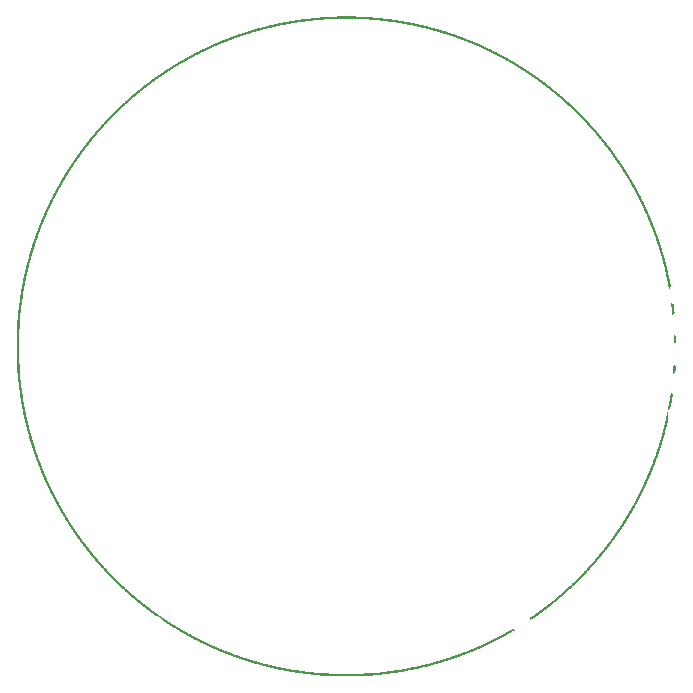
<source format=gbo>
G04 MADE WITH FRITZING*
G04 WWW.FRITZING.ORG*
G04 DOUBLE SIDED*
G04 HOLES PLATED*
G04 CONTOUR ON CENTER OF CONTOUR VECTOR*
%ASAXBY*%
%FSLAX23Y23*%
%MOIN*%
%OFA0B0*%
%SFA1.0B1.0*%
%ADD10R,0.001000X0.001000*%
%LNSILK0*%
G90*
G70*
G54D10*
X1067Y4147D02*
X1132Y4147D01*
X1042Y4146D02*
X1157Y4146D01*
X1025Y4145D02*
X1173Y4145D01*
X1012Y4144D02*
X1187Y4144D01*
X1000Y4143D02*
X1199Y4143D01*
X989Y4142D02*
X1209Y4142D01*
X980Y4141D02*
X1219Y4141D01*
X971Y4140D02*
X1228Y4140D01*
X963Y4139D02*
X1065Y4139D01*
X1133Y4139D02*
X1236Y4139D01*
X955Y4138D02*
X1041Y4138D01*
X1158Y4138D02*
X1244Y4138D01*
X947Y4137D02*
X1024Y4137D01*
X1174Y4137D02*
X1251Y4137D01*
X940Y4136D02*
X1011Y4136D01*
X1188Y4136D02*
X1258Y4136D01*
X934Y4135D02*
X999Y4135D01*
X1200Y4135D02*
X1265Y4135D01*
X927Y4134D02*
X988Y4134D01*
X1210Y4134D02*
X1271Y4134D01*
X921Y4133D02*
X979Y4133D01*
X1220Y4133D02*
X1278Y4133D01*
X915Y4132D02*
X970Y4132D01*
X1229Y4132D02*
X1283Y4132D01*
X909Y4131D02*
X962Y4131D01*
X1237Y4131D02*
X1289Y4131D01*
X903Y4130D02*
X954Y4130D01*
X1245Y4130D02*
X1295Y4130D01*
X898Y4129D02*
X946Y4129D01*
X1252Y4129D02*
X1300Y4129D01*
X893Y4128D02*
X939Y4128D01*
X1259Y4128D02*
X1306Y4128D01*
X888Y4127D02*
X933Y4127D01*
X1266Y4127D02*
X1311Y4127D01*
X883Y4126D02*
X926Y4126D01*
X1272Y4126D02*
X1316Y4126D01*
X878Y4125D02*
X920Y4125D01*
X1278Y4125D02*
X1321Y4125D01*
X873Y4124D02*
X914Y4124D01*
X1284Y4124D02*
X1326Y4124D01*
X868Y4123D02*
X908Y4123D01*
X1290Y4123D02*
X1330Y4123D01*
X863Y4122D02*
X903Y4122D01*
X1296Y4122D02*
X1335Y4122D01*
X859Y4121D02*
X897Y4121D01*
X1301Y4121D02*
X1339Y4121D01*
X855Y4120D02*
X892Y4120D01*
X1307Y4120D02*
X1344Y4120D01*
X850Y4119D02*
X887Y4119D01*
X1312Y4119D02*
X1348Y4119D01*
X846Y4118D02*
X882Y4118D01*
X1317Y4118D02*
X1352Y4118D01*
X842Y4117D02*
X877Y4117D01*
X1322Y4117D02*
X1357Y4117D01*
X838Y4116D02*
X872Y4116D01*
X1326Y4116D02*
X1361Y4116D01*
X834Y4115D02*
X867Y4115D01*
X1331Y4115D02*
X1365Y4115D01*
X830Y4114D02*
X863Y4114D01*
X1336Y4114D02*
X1369Y4114D01*
X826Y4113D02*
X858Y4113D01*
X1340Y4113D02*
X1373Y4113D01*
X822Y4112D02*
X854Y4112D01*
X1345Y4112D02*
X1377Y4112D01*
X818Y4111D02*
X849Y4111D01*
X1349Y4111D02*
X1380Y4111D01*
X814Y4110D02*
X845Y4110D01*
X1353Y4110D02*
X1384Y4110D01*
X811Y4109D02*
X841Y4109D01*
X1357Y4109D02*
X1388Y4109D01*
X807Y4108D02*
X837Y4108D01*
X1361Y4108D02*
X1391Y4108D01*
X803Y4107D02*
X833Y4107D01*
X1365Y4107D02*
X1395Y4107D01*
X800Y4106D02*
X829Y4106D01*
X1369Y4106D02*
X1399Y4106D01*
X796Y4105D02*
X825Y4105D01*
X1373Y4105D02*
X1402Y4105D01*
X793Y4104D02*
X821Y4104D01*
X1377Y4104D02*
X1406Y4104D01*
X789Y4103D02*
X817Y4103D01*
X1381Y4103D02*
X1409Y4103D01*
X786Y4102D02*
X814Y4102D01*
X1385Y4102D02*
X1412Y4102D01*
X783Y4101D02*
X810Y4101D01*
X1388Y4101D02*
X1416Y4101D01*
X779Y4100D02*
X806Y4100D01*
X1392Y4100D02*
X1419Y4100D01*
X776Y4099D02*
X803Y4099D01*
X1396Y4099D02*
X1422Y4099D01*
X773Y4098D02*
X799Y4098D01*
X1399Y4098D02*
X1426Y4098D01*
X770Y4097D02*
X796Y4097D01*
X1403Y4097D02*
X1429Y4097D01*
X767Y4096D02*
X792Y4096D01*
X1406Y4096D02*
X1432Y4096D01*
X763Y4095D02*
X789Y4095D01*
X1410Y4095D02*
X1435Y4095D01*
X760Y4094D02*
X785Y4094D01*
X1413Y4094D02*
X1438Y4094D01*
X757Y4093D02*
X782Y4093D01*
X1416Y4093D02*
X1441Y4093D01*
X754Y4092D02*
X779Y4092D01*
X1420Y4092D02*
X1444Y4092D01*
X751Y4091D02*
X776Y4091D01*
X1423Y4091D02*
X1447Y4091D01*
X748Y4090D02*
X772Y4090D01*
X1426Y4090D02*
X1450Y4090D01*
X745Y4089D02*
X769Y4089D01*
X1429Y4089D02*
X1453Y4089D01*
X742Y4088D02*
X766Y4088D01*
X1432Y4088D02*
X1456Y4088D01*
X739Y4087D02*
X763Y4087D01*
X1436Y4087D02*
X1459Y4087D01*
X737Y4086D02*
X760Y4086D01*
X1439Y4086D02*
X1462Y4086D01*
X734Y4085D02*
X757Y4085D01*
X1442Y4085D02*
X1465Y4085D01*
X731Y4084D02*
X754Y4084D01*
X1445Y4084D02*
X1467Y4084D01*
X728Y4083D02*
X751Y4083D01*
X1448Y4083D02*
X1470Y4083D01*
X725Y4082D02*
X748Y4082D01*
X1451Y4082D02*
X1473Y4082D01*
X723Y4081D02*
X745Y4081D01*
X1454Y4081D02*
X1476Y4081D01*
X720Y4080D02*
X742Y4080D01*
X1456Y4080D02*
X1478Y4080D01*
X717Y4079D02*
X739Y4079D01*
X1459Y4079D02*
X1481Y4079D01*
X715Y4078D02*
X736Y4078D01*
X1462Y4078D02*
X1484Y4078D01*
X712Y4077D02*
X733Y4077D01*
X1465Y4077D02*
X1487Y4077D01*
X709Y4076D02*
X731Y4076D01*
X1468Y4076D02*
X1489Y4076D01*
X707Y4075D02*
X728Y4075D01*
X1471Y4075D02*
X1492Y4075D01*
X704Y4074D02*
X725Y4074D01*
X1473Y4074D02*
X1494Y4074D01*
X701Y4073D02*
X722Y4073D01*
X1476Y4073D02*
X1497Y4073D01*
X699Y4072D02*
X720Y4072D01*
X1479Y4072D02*
X1500Y4072D01*
X696Y4071D02*
X717Y4071D01*
X1482Y4071D02*
X1502Y4071D01*
X694Y4070D02*
X714Y4070D01*
X1484Y4070D02*
X1505Y4070D01*
X691Y4069D02*
X712Y4069D01*
X1487Y4069D02*
X1507Y4069D01*
X689Y4068D02*
X709Y4068D01*
X1490Y4068D02*
X1510Y4068D01*
X686Y4067D02*
X706Y4067D01*
X1492Y4067D02*
X1512Y4067D01*
X684Y4066D02*
X704Y4066D01*
X1495Y4066D02*
X1515Y4066D01*
X681Y4065D02*
X701Y4065D01*
X1497Y4065D02*
X1517Y4065D01*
X679Y4064D02*
X699Y4064D01*
X1500Y4064D02*
X1519Y4064D01*
X677Y4063D02*
X696Y4063D01*
X1502Y4063D02*
X1522Y4063D01*
X674Y4062D02*
X694Y4062D01*
X1505Y4062D02*
X1524Y4062D01*
X672Y4061D02*
X691Y4061D01*
X1507Y4061D02*
X1527Y4061D01*
X670Y4060D02*
X689Y4060D01*
X1510Y4060D02*
X1529Y4060D01*
X667Y4059D02*
X686Y4059D01*
X1512Y4059D02*
X1531Y4059D01*
X665Y4058D02*
X684Y4058D01*
X1515Y4058D02*
X1533Y4058D01*
X663Y4057D02*
X681Y4057D01*
X1517Y4057D02*
X1536Y4057D01*
X660Y4056D02*
X679Y4056D01*
X1520Y4056D02*
X1538Y4056D01*
X658Y4055D02*
X676Y4055D01*
X1522Y4055D02*
X1540Y4055D01*
X656Y4054D02*
X674Y4054D01*
X1524Y4054D02*
X1543Y4054D01*
X654Y4053D02*
X672Y4053D01*
X1527Y4053D02*
X1545Y4053D01*
X651Y4052D02*
X669Y4052D01*
X1529Y4052D02*
X1547Y4052D01*
X649Y4051D02*
X667Y4051D01*
X1531Y4051D02*
X1549Y4051D01*
X647Y4050D02*
X665Y4050D01*
X1534Y4050D02*
X1552Y4050D01*
X645Y4049D02*
X662Y4049D01*
X1536Y4049D02*
X1554Y4049D01*
X642Y4048D02*
X660Y4048D01*
X1538Y4048D02*
X1556Y4048D01*
X640Y4047D02*
X658Y4047D01*
X1541Y4047D02*
X1558Y4047D01*
X638Y4046D02*
X656Y4046D01*
X1543Y4046D02*
X1560Y4046D01*
X636Y4045D02*
X653Y4045D01*
X1545Y4045D02*
X1562Y4045D01*
X634Y4044D02*
X651Y4044D01*
X1547Y4044D02*
X1565Y4044D01*
X632Y4043D02*
X649Y4043D01*
X1550Y4043D02*
X1567Y4043D01*
X630Y4042D02*
X647Y4042D01*
X1552Y4042D02*
X1569Y4042D01*
X627Y4041D02*
X645Y4041D01*
X1554Y4041D02*
X1571Y4041D01*
X625Y4040D02*
X642Y4040D01*
X1556Y4040D02*
X1573Y4040D01*
X623Y4039D02*
X640Y4039D01*
X1558Y4039D02*
X1575Y4039D01*
X621Y4038D02*
X638Y4038D01*
X1560Y4038D02*
X1577Y4038D01*
X619Y4037D02*
X636Y4037D01*
X1563Y4037D02*
X1579Y4037D01*
X617Y4036D02*
X634Y4036D01*
X1565Y4036D02*
X1581Y4036D01*
X615Y4035D02*
X632Y4035D01*
X1567Y4035D02*
X1583Y4035D01*
X613Y4034D02*
X630Y4034D01*
X1569Y4034D02*
X1585Y4034D01*
X611Y4033D02*
X627Y4033D01*
X1571Y4033D02*
X1587Y4033D01*
X609Y4032D02*
X625Y4032D01*
X1573Y4032D02*
X1589Y4032D01*
X607Y4031D02*
X623Y4031D01*
X1575Y4031D02*
X1591Y4031D01*
X605Y4030D02*
X621Y4030D01*
X1577Y4030D02*
X1593Y4030D01*
X603Y4029D02*
X619Y4029D01*
X1579Y4029D02*
X1595Y4029D01*
X601Y4028D02*
X617Y4028D01*
X1581Y4028D02*
X1597Y4028D01*
X599Y4027D02*
X615Y4027D01*
X1583Y4027D02*
X1599Y4027D01*
X597Y4026D02*
X613Y4026D01*
X1585Y4026D02*
X1601Y4026D01*
X595Y4025D02*
X611Y4025D01*
X1587Y4025D02*
X1603Y4025D01*
X593Y4024D02*
X609Y4024D01*
X1589Y4024D02*
X1605Y4024D01*
X591Y4023D02*
X607Y4023D01*
X1591Y4023D02*
X1607Y4023D01*
X590Y4022D02*
X605Y4022D01*
X1593Y4022D02*
X1609Y4022D01*
X588Y4021D02*
X603Y4021D01*
X1595Y4021D02*
X1611Y4021D01*
X586Y4020D02*
X601Y4020D01*
X1597Y4020D02*
X1613Y4020D01*
X584Y4019D02*
X599Y4019D01*
X1599Y4019D02*
X1615Y4019D01*
X582Y4018D02*
X597Y4018D01*
X1601Y4018D02*
X1616Y4018D01*
X580Y4017D02*
X595Y4017D01*
X1603Y4017D02*
X1618Y4017D01*
X578Y4016D02*
X593Y4016D01*
X1605Y4016D02*
X1620Y4016D01*
X576Y4015D02*
X592Y4015D01*
X1607Y4015D02*
X1622Y4015D01*
X575Y4014D02*
X590Y4014D01*
X1609Y4014D02*
X1624Y4014D01*
X573Y4013D02*
X588Y4013D01*
X1611Y4013D02*
X1626Y4013D01*
X571Y4012D02*
X586Y4012D01*
X1613Y4012D02*
X1627Y4012D01*
X569Y4011D02*
X584Y4011D01*
X1614Y4011D02*
X1629Y4011D01*
X567Y4010D02*
X582Y4010D01*
X1616Y4010D02*
X1631Y4010D01*
X566Y4009D02*
X580Y4009D01*
X1618Y4009D02*
X1633Y4009D01*
X564Y4008D02*
X578Y4008D01*
X1620Y4008D02*
X1635Y4008D01*
X562Y4007D02*
X577Y4007D01*
X1622Y4007D02*
X1636Y4007D01*
X560Y4006D02*
X575Y4006D01*
X1624Y4006D02*
X1638Y4006D01*
X558Y4005D02*
X573Y4005D01*
X1625Y4005D02*
X1640Y4005D01*
X557Y4004D02*
X571Y4004D01*
X1627Y4004D02*
X1642Y4004D01*
X555Y4003D02*
X569Y4003D01*
X1629Y4003D02*
X1644Y4003D01*
X553Y4002D02*
X567Y4002D01*
X1631Y4002D02*
X1645Y4002D01*
X551Y4001D02*
X566Y4001D01*
X1633Y4001D02*
X1647Y4001D01*
X550Y4000D02*
X564Y4000D01*
X1634Y4000D02*
X1649Y4000D01*
X548Y3999D02*
X562Y3999D01*
X1636Y3999D02*
X1650Y3999D01*
X546Y3998D02*
X560Y3998D01*
X1638Y3998D02*
X1652Y3998D01*
X545Y3997D02*
X559Y3997D01*
X1640Y3997D02*
X1654Y3997D01*
X543Y3996D02*
X557Y3996D01*
X1642Y3996D02*
X1656Y3996D01*
X541Y3995D02*
X555Y3995D01*
X1643Y3995D02*
X1657Y3995D01*
X539Y3994D02*
X553Y3994D01*
X1645Y3994D02*
X1659Y3994D01*
X538Y3993D02*
X552Y3993D01*
X1647Y3993D02*
X1661Y3993D01*
X536Y3992D02*
X550Y3992D01*
X1648Y3992D02*
X1662Y3992D01*
X534Y3991D02*
X548Y3991D01*
X1650Y3991D02*
X1664Y3991D01*
X533Y3990D02*
X547Y3990D01*
X1652Y3990D02*
X1666Y3990D01*
X531Y3989D02*
X545Y3989D01*
X1654Y3989D02*
X1667Y3989D01*
X529Y3988D02*
X543Y3988D01*
X1655Y3988D02*
X1669Y3988D01*
X528Y3987D02*
X541Y3987D01*
X1657Y3987D02*
X1671Y3987D01*
X526Y3986D02*
X540Y3986D01*
X1659Y3986D02*
X1672Y3986D01*
X525Y3985D02*
X538Y3985D01*
X1660Y3985D02*
X1674Y3985D01*
X523Y3984D02*
X536Y3984D01*
X1662Y3984D02*
X1675Y3984D01*
X521Y3983D02*
X535Y3983D01*
X1664Y3983D02*
X1677Y3983D01*
X520Y3982D02*
X533Y3982D01*
X1665Y3982D02*
X1679Y3982D01*
X518Y3981D02*
X531Y3981D01*
X1667Y3981D02*
X1680Y3981D01*
X517Y3980D02*
X530Y3980D01*
X1669Y3980D02*
X1682Y3980D01*
X515Y3979D02*
X528Y3979D01*
X1670Y3979D02*
X1683Y3979D01*
X513Y3978D02*
X527Y3978D01*
X1672Y3978D02*
X1685Y3978D01*
X512Y3977D02*
X525Y3977D01*
X1673Y3977D02*
X1687Y3977D01*
X510Y3976D02*
X523Y3976D01*
X1675Y3976D02*
X1688Y3976D01*
X509Y3975D02*
X522Y3975D01*
X1677Y3975D02*
X1690Y3975D01*
X507Y3974D02*
X520Y3974D01*
X1678Y3974D02*
X1691Y3974D01*
X506Y3973D02*
X519Y3973D01*
X1680Y3973D02*
X1693Y3973D01*
X504Y3972D02*
X517Y3972D01*
X1681Y3972D02*
X1694Y3972D01*
X502Y3971D02*
X515Y3971D01*
X1683Y3971D02*
X1696Y3971D01*
X501Y3970D02*
X514Y3970D01*
X1685Y3970D02*
X1697Y3970D01*
X499Y3969D02*
X512Y3969D01*
X1686Y3969D02*
X1699Y3969D01*
X498Y3968D02*
X511Y3968D01*
X1688Y3968D02*
X1701Y3968D01*
X496Y3967D02*
X509Y3967D01*
X1689Y3967D02*
X1702Y3967D01*
X495Y3966D02*
X508Y3966D01*
X1691Y3966D02*
X1704Y3966D01*
X493Y3965D02*
X506Y3965D01*
X1692Y3965D02*
X1705Y3965D01*
X492Y3964D02*
X504Y3964D01*
X1694Y3964D02*
X1707Y3964D01*
X490Y3963D02*
X503Y3963D01*
X1696Y3963D02*
X1708Y3963D01*
X489Y3962D02*
X501Y3962D01*
X1697Y3962D02*
X1710Y3962D01*
X487Y3961D02*
X500Y3961D01*
X1699Y3961D02*
X1711Y3961D01*
X486Y3960D02*
X498Y3960D01*
X1700Y3960D02*
X1713Y3960D01*
X484Y3959D02*
X497Y3959D01*
X1702Y3959D02*
X1714Y3959D01*
X483Y3958D02*
X495Y3958D01*
X1703Y3958D02*
X1716Y3958D01*
X481Y3957D02*
X494Y3957D01*
X1705Y3957D02*
X1717Y3957D01*
X480Y3956D02*
X492Y3956D01*
X1706Y3956D02*
X1718Y3956D01*
X479Y3955D02*
X491Y3955D01*
X1708Y3955D02*
X1720Y3955D01*
X477Y3954D02*
X489Y3954D01*
X1709Y3954D02*
X1721Y3954D01*
X476Y3953D02*
X488Y3953D01*
X1711Y3953D02*
X1723Y3953D01*
X474Y3952D02*
X486Y3952D01*
X1712Y3952D02*
X1724Y3952D01*
X473Y3951D02*
X485Y3951D01*
X1714Y3951D02*
X1726Y3951D01*
X471Y3950D02*
X483Y3950D01*
X1715Y3950D02*
X1727Y3950D01*
X470Y3949D02*
X482Y3949D01*
X1716Y3949D02*
X1729Y3949D01*
X468Y3948D02*
X481Y3948D01*
X1718Y3948D02*
X1730Y3948D01*
X467Y3947D02*
X479Y3947D01*
X1719Y3947D02*
X1731Y3947D01*
X466Y3946D02*
X478Y3946D01*
X1721Y3946D02*
X1733Y3946D01*
X464Y3945D02*
X476Y3945D01*
X1722Y3945D02*
X1734Y3945D01*
X463Y3944D02*
X475Y3944D01*
X1724Y3944D02*
X1736Y3944D01*
X461Y3943D02*
X473Y3943D01*
X1725Y3943D02*
X1737Y3943D01*
X460Y3942D02*
X472Y3942D01*
X1727Y3942D02*
X1738Y3942D01*
X459Y3941D02*
X470Y3941D01*
X1728Y3941D02*
X1740Y3941D01*
X457Y3940D02*
X469Y3940D01*
X1729Y3940D02*
X1741Y3940D01*
X456Y3939D02*
X468Y3939D01*
X1731Y3939D02*
X1743Y3939D01*
X454Y3938D02*
X466Y3938D01*
X1732Y3938D02*
X1744Y3938D01*
X453Y3937D02*
X465Y3937D01*
X1734Y3937D02*
X1745Y3937D01*
X452Y3936D02*
X463Y3936D01*
X1735Y3936D02*
X1747Y3936D01*
X450Y3935D02*
X462Y3935D01*
X1736Y3935D02*
X1748Y3935D01*
X449Y3934D02*
X461Y3934D01*
X1738Y3934D02*
X1749Y3934D01*
X448Y3933D02*
X459Y3933D01*
X1739Y3933D02*
X1751Y3933D01*
X446Y3932D02*
X458Y3932D01*
X1741Y3932D02*
X1752Y3932D01*
X445Y3931D02*
X456Y3931D01*
X1742Y3931D02*
X1754Y3931D01*
X444Y3930D02*
X455Y3930D01*
X1743Y3930D02*
X1755Y3930D01*
X442Y3929D02*
X454Y3929D01*
X1745Y3929D02*
X1756Y3929D01*
X441Y3928D02*
X452Y3928D01*
X1746Y3928D02*
X1758Y3928D01*
X440Y3927D02*
X451Y3927D01*
X1747Y3927D02*
X1759Y3927D01*
X438Y3926D02*
X450Y3926D01*
X1749Y3926D02*
X1760Y3926D01*
X437Y3925D02*
X448Y3925D01*
X1750Y3925D02*
X1762Y3925D01*
X436Y3924D02*
X447Y3924D01*
X1751Y3924D02*
X1763Y3924D01*
X434Y3923D02*
X446Y3923D01*
X1753Y3923D02*
X1764Y3923D01*
X433Y3922D02*
X444Y3922D01*
X1754Y3922D02*
X1765Y3922D01*
X432Y3921D02*
X443Y3921D01*
X1755Y3921D02*
X1767Y3921D01*
X430Y3920D02*
X442Y3920D01*
X1757Y3920D02*
X1768Y3920D01*
X429Y3919D02*
X440Y3919D01*
X1758Y3919D02*
X1769Y3919D01*
X428Y3918D02*
X439Y3918D01*
X1759Y3918D02*
X1771Y3918D01*
X426Y3917D02*
X438Y3917D01*
X1761Y3917D02*
X1772Y3917D01*
X425Y3916D02*
X436Y3916D01*
X1762Y3916D02*
X1773Y3916D01*
X424Y3915D02*
X435Y3915D01*
X1763Y3915D02*
X1775Y3915D01*
X423Y3914D02*
X434Y3914D01*
X1765Y3914D02*
X1776Y3914D01*
X421Y3913D02*
X432Y3913D01*
X1766Y3913D02*
X1777Y3913D01*
X420Y3912D02*
X431Y3912D01*
X1767Y3912D02*
X1778Y3912D01*
X419Y3911D02*
X430Y3911D01*
X1769Y3911D02*
X1780Y3911D01*
X418Y3910D02*
X429Y3910D01*
X1770Y3910D02*
X1781Y3910D01*
X416Y3909D02*
X427Y3909D01*
X1771Y3909D02*
X1782Y3909D01*
X415Y3908D02*
X426Y3908D01*
X1772Y3908D02*
X1783Y3908D01*
X414Y3907D02*
X425Y3907D01*
X1774Y3907D02*
X1785Y3907D01*
X413Y3906D02*
X423Y3906D01*
X1775Y3906D02*
X1786Y3906D01*
X411Y3905D02*
X422Y3905D01*
X1776Y3905D02*
X1787Y3905D01*
X410Y3904D02*
X421Y3904D01*
X1777Y3904D02*
X1788Y3904D01*
X409Y3903D02*
X420Y3903D01*
X1779Y3903D02*
X1790Y3903D01*
X408Y3902D02*
X418Y3902D01*
X1780Y3902D02*
X1791Y3902D01*
X406Y3901D02*
X417Y3901D01*
X1781Y3901D02*
X1792Y3901D01*
X405Y3900D02*
X416Y3900D01*
X1782Y3900D02*
X1793Y3900D01*
X404Y3899D02*
X415Y3899D01*
X1784Y3899D02*
X1795Y3899D01*
X403Y3898D02*
X413Y3898D01*
X1785Y3898D02*
X1796Y3898D01*
X401Y3897D02*
X412Y3897D01*
X1786Y3897D02*
X1797Y3897D01*
X400Y3896D02*
X411Y3896D01*
X1787Y3896D02*
X1798Y3896D01*
X399Y3895D02*
X410Y3895D01*
X1789Y3895D02*
X1799Y3895D01*
X398Y3894D02*
X409Y3894D01*
X1790Y3894D02*
X1801Y3894D01*
X397Y3893D02*
X407Y3893D01*
X1791Y3893D02*
X1802Y3893D01*
X395Y3892D02*
X406Y3892D01*
X1792Y3892D02*
X1803Y3892D01*
X394Y3891D02*
X405Y3891D01*
X1794Y3891D02*
X1804Y3891D01*
X393Y3890D02*
X404Y3890D01*
X1795Y3890D02*
X1805Y3890D01*
X392Y3889D02*
X402Y3889D01*
X1796Y3889D02*
X1807Y3889D01*
X391Y3888D02*
X401Y3888D01*
X1797Y3888D02*
X1808Y3888D01*
X389Y3887D02*
X400Y3887D01*
X1798Y3887D02*
X1809Y3887D01*
X388Y3886D02*
X399Y3886D01*
X1800Y3886D02*
X1810Y3886D01*
X387Y3885D02*
X398Y3885D01*
X1801Y3885D02*
X1811Y3885D01*
X386Y3884D02*
X396Y3884D01*
X1802Y3884D02*
X1812Y3884D01*
X385Y3883D02*
X395Y3883D01*
X1803Y3883D02*
X1814Y3883D01*
X384Y3882D02*
X394Y3882D01*
X1804Y3882D02*
X1815Y3882D01*
X382Y3881D02*
X393Y3881D01*
X1806Y3881D02*
X1816Y3881D01*
X381Y3880D02*
X392Y3880D01*
X1807Y3880D02*
X1817Y3880D01*
X380Y3879D02*
X391Y3879D01*
X1808Y3879D02*
X1818Y3879D01*
X379Y3878D02*
X389Y3878D01*
X1809Y3878D02*
X1819Y3878D01*
X378Y3877D02*
X388Y3877D01*
X1810Y3877D02*
X1821Y3877D01*
X377Y3876D02*
X387Y3876D01*
X1811Y3876D02*
X1822Y3876D01*
X376Y3875D02*
X386Y3875D01*
X1813Y3875D02*
X1823Y3875D01*
X374Y3874D02*
X385Y3874D01*
X1814Y3874D02*
X1824Y3874D01*
X373Y3873D02*
X384Y3873D01*
X1815Y3873D02*
X1825Y3873D01*
X372Y3872D02*
X382Y3872D01*
X1816Y3872D02*
X1826Y3872D01*
X371Y3871D02*
X381Y3871D01*
X1817Y3871D02*
X1827Y3871D01*
X370Y3870D02*
X380Y3870D01*
X1818Y3870D02*
X1829Y3870D01*
X369Y3869D02*
X379Y3869D01*
X1819Y3869D02*
X1830Y3869D01*
X368Y3868D02*
X378Y3868D01*
X1821Y3868D02*
X1831Y3868D01*
X367Y3867D02*
X377Y3867D01*
X1822Y3867D02*
X1832Y3867D01*
X365Y3866D02*
X376Y3866D01*
X1823Y3866D02*
X1833Y3866D01*
X364Y3865D02*
X374Y3865D01*
X1824Y3865D02*
X1834Y3865D01*
X363Y3864D02*
X373Y3864D01*
X1825Y3864D02*
X1835Y3864D01*
X362Y3863D02*
X372Y3863D01*
X1826Y3863D02*
X1836Y3863D01*
X361Y3862D02*
X371Y3862D01*
X1827Y3862D02*
X1837Y3862D01*
X360Y3861D02*
X370Y3861D01*
X1828Y3861D02*
X1839Y3861D01*
X359Y3860D02*
X369Y3860D01*
X1830Y3860D02*
X1840Y3860D01*
X358Y3859D02*
X368Y3859D01*
X1831Y3859D02*
X1841Y3859D01*
X357Y3858D02*
X367Y3858D01*
X1832Y3858D02*
X1842Y3858D01*
X356Y3857D02*
X366Y3857D01*
X1833Y3857D02*
X1843Y3857D01*
X354Y3856D02*
X364Y3856D01*
X1834Y3856D02*
X1844Y3856D01*
X353Y3855D02*
X363Y3855D01*
X1835Y3855D02*
X1845Y3855D01*
X352Y3854D02*
X362Y3854D01*
X1836Y3854D02*
X1846Y3854D01*
X351Y3853D02*
X361Y3853D01*
X1837Y3853D02*
X1847Y3853D01*
X350Y3852D02*
X360Y3852D01*
X1838Y3852D02*
X1848Y3852D01*
X349Y3851D02*
X359Y3851D01*
X1839Y3851D02*
X1849Y3851D01*
X348Y3850D02*
X358Y3850D01*
X1841Y3850D02*
X1850Y3850D01*
X347Y3849D02*
X357Y3849D01*
X1842Y3849D02*
X1851Y3849D01*
X346Y3848D02*
X356Y3848D01*
X1843Y3848D02*
X1853Y3848D01*
X345Y3847D02*
X355Y3847D01*
X1844Y3847D02*
X1854Y3847D01*
X344Y3846D02*
X354Y3846D01*
X1845Y3846D02*
X1855Y3846D01*
X343Y3845D02*
X352Y3845D01*
X1846Y3845D02*
X1856Y3845D01*
X342Y3844D02*
X351Y3844D01*
X1847Y3844D02*
X1857Y3844D01*
X341Y3843D02*
X350Y3843D01*
X1848Y3843D02*
X1858Y3843D01*
X340Y3842D02*
X349Y3842D01*
X1849Y3842D02*
X1859Y3842D01*
X339Y3841D02*
X348Y3841D01*
X1850Y3841D02*
X1860Y3841D01*
X337Y3840D02*
X347Y3840D01*
X1851Y3840D02*
X1861Y3840D01*
X336Y3839D02*
X346Y3839D01*
X1852Y3839D02*
X1862Y3839D01*
X335Y3838D02*
X345Y3838D01*
X1853Y3838D02*
X1863Y3838D01*
X334Y3837D02*
X344Y3837D01*
X1854Y3837D02*
X1864Y3837D01*
X333Y3836D02*
X343Y3836D01*
X1855Y3836D02*
X1865Y3836D01*
X332Y3835D02*
X342Y3835D01*
X1856Y3835D02*
X1866Y3835D01*
X331Y3834D02*
X341Y3834D01*
X1857Y3834D02*
X1867Y3834D01*
X330Y3833D02*
X340Y3833D01*
X1859Y3833D02*
X1868Y3833D01*
X329Y3832D02*
X339Y3832D01*
X1860Y3832D02*
X1869Y3832D01*
X328Y3831D02*
X338Y3831D01*
X1861Y3831D02*
X1870Y3831D01*
X327Y3830D02*
X337Y3830D01*
X1862Y3830D02*
X1871Y3830D01*
X326Y3829D02*
X336Y3829D01*
X1863Y3829D02*
X1872Y3829D01*
X325Y3828D02*
X335Y3828D01*
X1864Y3828D02*
X1873Y3828D01*
X324Y3827D02*
X334Y3827D01*
X1865Y3827D02*
X1874Y3827D01*
X323Y3826D02*
X333Y3826D01*
X1866Y3826D02*
X1875Y3826D01*
X322Y3825D02*
X332Y3825D01*
X1867Y3825D02*
X1876Y3825D01*
X321Y3824D02*
X331Y3824D01*
X1868Y3824D02*
X1877Y3824D01*
X320Y3823D02*
X330Y3823D01*
X1869Y3823D02*
X1878Y3823D01*
X319Y3822D02*
X329Y3822D01*
X1870Y3822D02*
X1879Y3822D01*
X318Y3821D02*
X328Y3821D01*
X1871Y3821D02*
X1880Y3821D01*
X317Y3820D02*
X327Y3820D01*
X1872Y3820D02*
X1881Y3820D01*
X316Y3819D02*
X326Y3819D01*
X1873Y3819D02*
X1882Y3819D01*
X315Y3818D02*
X325Y3818D01*
X1874Y3818D02*
X1883Y3818D01*
X314Y3817D02*
X324Y3817D01*
X1875Y3817D02*
X1884Y3817D01*
X313Y3816D02*
X323Y3816D01*
X1876Y3816D02*
X1885Y3816D01*
X312Y3815D02*
X322Y3815D01*
X1877Y3815D02*
X1886Y3815D01*
X311Y3814D02*
X321Y3814D01*
X1878Y3814D02*
X1887Y3814D01*
X310Y3813D02*
X320Y3813D01*
X1879Y3813D02*
X1888Y3813D01*
X309Y3812D02*
X319Y3812D01*
X1880Y3812D02*
X1889Y3812D01*
X308Y3811D02*
X318Y3811D01*
X1881Y3811D02*
X1890Y3811D01*
X307Y3810D02*
X317Y3810D01*
X1882Y3810D02*
X1891Y3810D01*
X307Y3809D02*
X316Y3809D01*
X1883Y3809D02*
X1892Y3809D01*
X306Y3808D02*
X315Y3808D01*
X1884Y3808D02*
X1893Y3808D01*
X305Y3807D02*
X314Y3807D01*
X1885Y3807D02*
X1894Y3807D01*
X304Y3806D02*
X313Y3806D01*
X1885Y3806D02*
X1895Y3806D01*
X303Y3805D02*
X312Y3805D01*
X1886Y3805D02*
X1896Y3805D01*
X302Y3804D02*
X311Y3804D01*
X1887Y3804D02*
X1897Y3804D01*
X301Y3803D02*
X310Y3803D01*
X1888Y3803D02*
X1898Y3803D01*
X300Y3802D02*
X309Y3802D01*
X1889Y3802D02*
X1899Y3802D01*
X299Y3801D02*
X308Y3801D01*
X1890Y3801D02*
X1900Y3801D01*
X298Y3800D02*
X307Y3800D01*
X1891Y3800D02*
X1900Y3800D01*
X297Y3799D02*
X306Y3799D01*
X1892Y3799D02*
X1901Y3799D01*
X296Y3798D02*
X305Y3798D01*
X1893Y3798D02*
X1902Y3798D01*
X295Y3797D02*
X304Y3797D01*
X1894Y3797D02*
X1903Y3797D01*
X294Y3796D02*
X303Y3796D01*
X1895Y3796D02*
X1904Y3796D01*
X293Y3795D02*
X302Y3795D01*
X1896Y3795D02*
X1905Y3795D01*
X292Y3794D02*
X302Y3794D01*
X1897Y3794D02*
X1906Y3794D01*
X291Y3793D02*
X301Y3793D01*
X1898Y3793D02*
X1907Y3793D01*
X291Y3792D02*
X300Y3792D01*
X1899Y3792D02*
X1908Y3792D01*
X290Y3791D02*
X299Y3791D01*
X1900Y3791D02*
X1909Y3791D01*
X289Y3790D02*
X298Y3790D01*
X1901Y3790D02*
X1910Y3790D01*
X288Y3789D02*
X297Y3789D01*
X1902Y3789D02*
X1911Y3789D01*
X287Y3788D02*
X296Y3788D01*
X1902Y3788D02*
X1912Y3788D01*
X286Y3787D02*
X295Y3787D01*
X1903Y3787D02*
X1912Y3787D01*
X285Y3786D02*
X294Y3786D01*
X1904Y3786D02*
X1913Y3786D01*
X284Y3785D02*
X293Y3785D01*
X1905Y3785D02*
X1914Y3785D01*
X283Y3784D02*
X292Y3784D01*
X1906Y3784D02*
X1915Y3784D01*
X282Y3783D02*
X291Y3783D01*
X1907Y3783D02*
X1916Y3783D01*
X281Y3782D02*
X290Y3782D01*
X1908Y3782D02*
X1917Y3782D01*
X281Y3781D02*
X290Y3781D01*
X1909Y3781D02*
X1918Y3781D01*
X280Y3780D02*
X289Y3780D01*
X1910Y3780D02*
X1919Y3780D01*
X279Y3779D02*
X288Y3779D01*
X1911Y3779D02*
X1920Y3779D01*
X278Y3778D02*
X287Y3778D01*
X1912Y3778D02*
X1921Y3778D01*
X277Y3777D02*
X286Y3777D01*
X1912Y3777D02*
X1921Y3777D01*
X276Y3776D02*
X285Y3776D01*
X1913Y3776D02*
X1922Y3776D01*
X275Y3775D02*
X284Y3775D01*
X1914Y3775D02*
X1923Y3775D01*
X274Y3774D02*
X283Y3774D01*
X1915Y3774D02*
X1924Y3774D01*
X273Y3773D02*
X282Y3773D01*
X1916Y3773D02*
X1925Y3773D01*
X273Y3772D02*
X281Y3772D01*
X1917Y3772D02*
X1926Y3772D01*
X272Y3771D02*
X281Y3771D01*
X1918Y3771D02*
X1927Y3771D01*
X271Y3770D02*
X280Y3770D01*
X1919Y3770D02*
X1928Y3770D01*
X270Y3769D02*
X279Y3769D01*
X1920Y3769D02*
X1928Y3769D01*
X269Y3768D02*
X278Y3768D01*
X1920Y3768D02*
X1929Y3768D01*
X268Y3767D02*
X277Y3767D01*
X1921Y3767D02*
X1930Y3767D01*
X267Y3766D02*
X276Y3766D01*
X1922Y3766D02*
X1931Y3766D01*
X266Y3765D02*
X275Y3765D01*
X1923Y3765D02*
X1932Y3765D01*
X266Y3764D02*
X274Y3764D01*
X1924Y3764D02*
X1933Y3764D01*
X265Y3763D02*
X274Y3763D01*
X1925Y3763D02*
X1934Y3763D01*
X264Y3762D02*
X273Y3762D01*
X1926Y3762D02*
X1935Y3762D01*
X263Y3761D02*
X272Y3761D01*
X1927Y3761D02*
X1935Y3761D01*
X262Y3760D02*
X271Y3760D01*
X1927Y3760D02*
X1936Y3760D01*
X261Y3759D02*
X270Y3759D01*
X1928Y3759D02*
X1937Y3759D01*
X261Y3758D02*
X269Y3758D01*
X1929Y3758D02*
X1938Y3758D01*
X260Y3757D02*
X268Y3757D01*
X1930Y3757D02*
X1939Y3757D01*
X259Y3756D02*
X268Y3756D01*
X1931Y3756D02*
X1940Y3756D01*
X258Y3755D02*
X267Y3755D01*
X1932Y3755D02*
X1940Y3755D01*
X257Y3754D02*
X266Y3754D01*
X1933Y3754D02*
X1941Y3754D01*
X256Y3753D02*
X265Y3753D01*
X1933Y3753D02*
X1942Y3753D01*
X255Y3752D02*
X264Y3752D01*
X1934Y3752D02*
X1943Y3752D01*
X255Y3751D02*
X263Y3751D01*
X1935Y3751D02*
X1944Y3751D01*
X254Y3750D02*
X262Y3750D01*
X1936Y3750D02*
X1945Y3750D01*
X253Y3749D02*
X262Y3749D01*
X1937Y3749D02*
X1945Y3749D01*
X252Y3748D02*
X261Y3748D01*
X1938Y3748D02*
X1946Y3748D01*
X251Y3747D02*
X260Y3747D01*
X1938Y3747D02*
X1947Y3747D01*
X250Y3746D02*
X259Y3746D01*
X1939Y3746D02*
X1948Y3746D01*
X250Y3745D02*
X258Y3745D01*
X1940Y3745D02*
X1949Y3745D01*
X249Y3744D02*
X257Y3744D01*
X1941Y3744D02*
X1950Y3744D01*
X248Y3743D02*
X257Y3743D01*
X1942Y3743D02*
X1950Y3743D01*
X247Y3742D02*
X256Y3742D01*
X1943Y3742D02*
X1951Y3742D01*
X246Y3741D02*
X255Y3741D01*
X1943Y3741D02*
X1952Y3741D01*
X246Y3740D02*
X254Y3740D01*
X1944Y3740D02*
X1953Y3740D01*
X245Y3739D02*
X253Y3739D01*
X1945Y3739D02*
X1954Y3739D01*
X244Y3738D02*
X253Y3738D01*
X1946Y3738D02*
X1954Y3738D01*
X243Y3737D02*
X252Y3737D01*
X1947Y3737D02*
X1955Y3737D01*
X242Y3736D02*
X251Y3736D01*
X1947Y3736D02*
X1956Y3736D01*
X242Y3735D02*
X250Y3735D01*
X1948Y3735D02*
X1957Y3735D01*
X241Y3734D02*
X249Y3734D01*
X1949Y3734D02*
X1958Y3734D01*
X240Y3733D02*
X248Y3733D01*
X1950Y3733D02*
X1958Y3733D01*
X239Y3732D02*
X248Y3732D01*
X1951Y3732D02*
X1959Y3732D01*
X238Y3731D02*
X247Y3731D01*
X1952Y3731D02*
X1960Y3731D01*
X238Y3730D02*
X246Y3730D01*
X1952Y3730D02*
X1961Y3730D01*
X237Y3729D02*
X245Y3729D01*
X1953Y3729D02*
X1962Y3729D01*
X236Y3728D02*
X244Y3728D01*
X1954Y3728D02*
X1962Y3728D01*
X235Y3727D02*
X244Y3727D01*
X1955Y3727D02*
X1963Y3727D01*
X234Y3726D02*
X243Y3726D01*
X1956Y3726D02*
X1964Y3726D01*
X234Y3725D02*
X242Y3725D01*
X1956Y3725D02*
X1965Y3725D01*
X233Y3724D02*
X241Y3724D01*
X1957Y3724D02*
X1966Y3724D01*
X232Y3723D02*
X240Y3723D01*
X1958Y3723D02*
X1966Y3723D01*
X231Y3722D02*
X240Y3722D01*
X1959Y3722D02*
X1967Y3722D01*
X231Y3721D02*
X239Y3721D01*
X1959Y3721D02*
X1968Y3721D01*
X230Y3720D02*
X238Y3720D01*
X1960Y3720D02*
X1969Y3720D01*
X229Y3719D02*
X237Y3719D01*
X1961Y3719D02*
X1969Y3719D01*
X228Y3718D02*
X237Y3718D01*
X1962Y3718D02*
X1970Y3718D01*
X227Y3717D02*
X236Y3717D01*
X1963Y3717D02*
X1971Y3717D01*
X227Y3716D02*
X235Y3716D01*
X1963Y3716D02*
X1972Y3716D01*
X226Y3715D02*
X234Y3715D01*
X1964Y3715D02*
X1973Y3715D01*
X225Y3714D02*
X233Y3714D01*
X1965Y3714D02*
X1973Y3714D01*
X224Y3713D02*
X233Y3713D01*
X1966Y3713D02*
X1974Y3713D01*
X224Y3712D02*
X232Y3712D01*
X1966Y3712D02*
X1975Y3712D01*
X223Y3711D02*
X231Y3711D01*
X1967Y3711D02*
X1976Y3711D01*
X222Y3710D02*
X230Y3710D01*
X1968Y3710D02*
X1976Y3710D01*
X221Y3709D02*
X230Y3709D01*
X1969Y3709D02*
X1977Y3709D01*
X221Y3708D02*
X229Y3708D01*
X1970Y3708D02*
X1978Y3708D01*
X220Y3707D02*
X228Y3707D01*
X1970Y3707D02*
X1979Y3707D01*
X219Y3706D02*
X227Y3706D01*
X1971Y3706D02*
X1979Y3706D01*
X218Y3705D02*
X227Y3705D01*
X1972Y3705D02*
X1980Y3705D01*
X218Y3704D02*
X226Y3704D01*
X1973Y3704D02*
X1981Y3704D01*
X217Y3703D02*
X225Y3703D01*
X1973Y3703D02*
X1982Y3703D01*
X216Y3702D02*
X224Y3702D01*
X1974Y3702D02*
X1982Y3702D01*
X215Y3701D02*
X224Y3701D01*
X1975Y3701D02*
X1983Y3701D01*
X215Y3700D02*
X223Y3700D01*
X1976Y3700D02*
X1984Y3700D01*
X214Y3699D02*
X222Y3699D01*
X1976Y3699D02*
X1985Y3699D01*
X213Y3698D02*
X221Y3698D01*
X1977Y3698D02*
X1985Y3698D01*
X212Y3697D02*
X221Y3697D01*
X1978Y3697D02*
X1986Y3697D01*
X212Y3696D02*
X220Y3696D01*
X1978Y3696D02*
X1987Y3696D01*
X211Y3695D02*
X219Y3695D01*
X1979Y3695D02*
X1988Y3695D01*
X210Y3694D02*
X218Y3694D01*
X1980Y3694D02*
X1988Y3694D01*
X209Y3693D02*
X218Y3693D01*
X1981Y3693D02*
X1989Y3693D01*
X209Y3692D02*
X217Y3692D01*
X1981Y3692D02*
X1990Y3692D01*
X208Y3691D02*
X216Y3691D01*
X1982Y3691D02*
X1990Y3691D01*
X207Y3690D02*
X216Y3690D01*
X1983Y3690D02*
X1991Y3690D01*
X207Y3689D02*
X215Y3689D01*
X1984Y3689D02*
X1992Y3689D01*
X206Y3688D02*
X214Y3688D01*
X1984Y3688D02*
X1993Y3688D01*
X205Y3687D02*
X213Y3687D01*
X1985Y3687D02*
X1993Y3687D01*
X204Y3686D02*
X213Y3686D01*
X1986Y3686D02*
X1994Y3686D01*
X204Y3685D02*
X212Y3685D01*
X1987Y3685D02*
X1995Y3685D01*
X203Y3684D02*
X211Y3684D01*
X1987Y3684D02*
X1995Y3684D01*
X202Y3683D02*
X210Y3683D01*
X1988Y3683D02*
X1996Y3683D01*
X202Y3682D02*
X210Y3682D01*
X1989Y3682D02*
X1997Y3682D01*
X201Y3681D02*
X209Y3681D01*
X1989Y3681D02*
X1998Y3681D01*
X200Y3680D02*
X208Y3680D01*
X1990Y3680D02*
X1998Y3680D01*
X199Y3679D02*
X208Y3679D01*
X1991Y3679D02*
X1999Y3679D01*
X199Y3678D02*
X207Y3678D01*
X1992Y3678D02*
X2000Y3678D01*
X198Y3677D02*
X206Y3677D01*
X1992Y3677D02*
X2000Y3677D01*
X197Y3676D02*
X206Y3676D01*
X1993Y3676D02*
X2001Y3676D01*
X197Y3675D02*
X205Y3675D01*
X1994Y3675D02*
X2002Y3675D01*
X196Y3674D02*
X204Y3674D01*
X1994Y3674D02*
X2002Y3674D01*
X195Y3673D02*
X203Y3673D01*
X1995Y3673D02*
X2003Y3673D01*
X195Y3672D02*
X203Y3672D01*
X1996Y3672D02*
X2004Y3672D01*
X194Y3671D02*
X202Y3671D01*
X1996Y3671D02*
X2005Y3671D01*
X193Y3670D02*
X201Y3670D01*
X1997Y3670D02*
X2005Y3670D01*
X193Y3669D02*
X201Y3669D01*
X1998Y3669D02*
X2006Y3669D01*
X192Y3668D02*
X200Y3668D01*
X1999Y3668D02*
X2007Y3668D01*
X191Y3667D02*
X199Y3667D01*
X1999Y3667D02*
X2007Y3667D01*
X190Y3666D02*
X199Y3666D01*
X2000Y3666D02*
X2008Y3666D01*
X190Y3665D02*
X198Y3665D01*
X2001Y3665D02*
X2009Y3665D01*
X189Y3664D02*
X197Y3664D01*
X2001Y3664D02*
X2009Y3664D01*
X188Y3663D02*
X196Y3663D01*
X2002Y3663D02*
X2010Y3663D01*
X188Y3662D02*
X196Y3662D01*
X2003Y3662D02*
X2011Y3662D01*
X187Y3661D02*
X195Y3661D01*
X2003Y3661D02*
X2011Y3661D01*
X186Y3660D02*
X194Y3660D01*
X2004Y3660D02*
X2012Y3660D01*
X186Y3659D02*
X194Y3659D01*
X2005Y3659D02*
X2013Y3659D01*
X185Y3658D02*
X193Y3658D01*
X2005Y3658D02*
X2013Y3658D01*
X184Y3657D02*
X192Y3657D01*
X2006Y3657D02*
X2014Y3657D01*
X184Y3656D02*
X192Y3656D01*
X2007Y3656D02*
X2015Y3656D01*
X183Y3655D02*
X191Y3655D01*
X2007Y3655D02*
X2015Y3655D01*
X182Y3654D02*
X190Y3654D01*
X2008Y3654D02*
X2016Y3654D01*
X182Y3653D02*
X190Y3653D01*
X2009Y3653D02*
X2017Y3653D01*
X181Y3652D02*
X189Y3652D01*
X2009Y3652D02*
X2017Y3652D01*
X180Y3651D02*
X188Y3651D01*
X2010Y3651D02*
X2018Y3651D01*
X180Y3650D02*
X188Y3650D01*
X2011Y3650D02*
X2019Y3650D01*
X179Y3649D02*
X187Y3649D01*
X2011Y3649D02*
X2019Y3649D01*
X178Y3648D02*
X186Y3648D01*
X2012Y3648D02*
X2020Y3648D01*
X178Y3647D02*
X186Y3647D01*
X2013Y3647D02*
X2021Y3647D01*
X177Y3646D02*
X185Y3646D01*
X2013Y3646D02*
X2021Y3646D01*
X177Y3645D02*
X184Y3645D01*
X2014Y3645D02*
X2022Y3645D01*
X176Y3644D02*
X184Y3644D01*
X2015Y3644D02*
X2023Y3644D01*
X175Y3643D02*
X183Y3643D01*
X2015Y3643D02*
X2023Y3643D01*
X175Y3642D02*
X183Y3642D01*
X2016Y3642D02*
X2024Y3642D01*
X174Y3641D02*
X182Y3641D01*
X2017Y3641D02*
X2025Y3641D01*
X173Y3640D02*
X181Y3640D01*
X2017Y3640D02*
X2025Y3640D01*
X173Y3639D02*
X181Y3639D01*
X2018Y3639D02*
X2026Y3639D01*
X172Y3638D02*
X180Y3638D01*
X2019Y3638D02*
X2026Y3638D01*
X171Y3637D02*
X179Y3637D01*
X2019Y3637D02*
X2027Y3637D01*
X171Y3636D02*
X179Y3636D01*
X2020Y3636D02*
X2028Y3636D01*
X170Y3635D02*
X178Y3635D01*
X2020Y3635D02*
X2028Y3635D01*
X169Y3634D02*
X177Y3634D01*
X2021Y3634D02*
X2029Y3634D01*
X169Y3633D02*
X177Y3633D01*
X2022Y3633D02*
X2030Y3633D01*
X168Y3632D02*
X176Y3632D01*
X2022Y3632D02*
X2030Y3632D01*
X168Y3631D02*
X175Y3631D01*
X2023Y3631D02*
X2031Y3631D01*
X167Y3630D02*
X175Y3630D01*
X2024Y3630D02*
X2031Y3630D01*
X166Y3629D02*
X174Y3629D01*
X2024Y3629D02*
X2032Y3629D01*
X166Y3628D02*
X174Y3628D01*
X2025Y3628D02*
X2033Y3628D01*
X165Y3627D02*
X173Y3627D01*
X2025Y3627D02*
X2033Y3627D01*
X164Y3626D02*
X172Y3626D01*
X2026Y3626D02*
X2034Y3626D01*
X164Y3625D02*
X172Y3625D01*
X2027Y3625D02*
X2035Y3625D01*
X163Y3624D02*
X171Y3624D01*
X2027Y3624D02*
X2035Y3624D01*
X163Y3623D02*
X170Y3623D01*
X2028Y3623D02*
X2036Y3623D01*
X162Y3622D02*
X170Y3622D01*
X2029Y3622D02*
X2036Y3622D01*
X161Y3621D02*
X169Y3621D01*
X2029Y3621D02*
X2037Y3621D01*
X161Y3620D02*
X169Y3620D01*
X2030Y3620D02*
X2038Y3620D01*
X160Y3619D02*
X168Y3619D01*
X2030Y3619D02*
X2038Y3619D01*
X160Y3618D02*
X167Y3618D01*
X2031Y3618D02*
X2039Y3618D01*
X159Y3617D02*
X167Y3617D01*
X2032Y3617D02*
X2040Y3617D01*
X158Y3616D02*
X166Y3616D01*
X2032Y3616D02*
X2040Y3616D01*
X158Y3615D02*
X166Y3615D01*
X2033Y3615D02*
X2041Y3615D01*
X157Y3614D02*
X165Y3614D01*
X2034Y3614D02*
X2041Y3614D01*
X157Y3613D02*
X164Y3613D01*
X2034Y3613D02*
X2042Y3613D01*
X156Y3612D02*
X164Y3612D01*
X2035Y3612D02*
X2042Y3612D01*
X155Y3611D02*
X163Y3611D01*
X2035Y3611D02*
X2043Y3611D01*
X155Y3610D02*
X162Y3610D01*
X2036Y3610D02*
X2044Y3610D01*
X154Y3609D02*
X162Y3609D01*
X2037Y3609D02*
X2044Y3609D01*
X154Y3608D02*
X161Y3608D01*
X2037Y3608D02*
X2045Y3608D01*
X153Y3607D02*
X161Y3607D01*
X2038Y3607D02*
X2045Y3607D01*
X152Y3606D02*
X160Y3606D01*
X2038Y3606D02*
X2046Y3606D01*
X152Y3605D02*
X160Y3605D01*
X2039Y3605D02*
X2047Y3605D01*
X151Y3604D02*
X159Y3604D01*
X2040Y3604D02*
X2047Y3604D01*
X151Y3603D02*
X158Y3603D01*
X2040Y3603D02*
X2048Y3603D01*
X150Y3602D02*
X158Y3602D01*
X2041Y3602D02*
X2048Y3602D01*
X149Y3601D02*
X157Y3601D01*
X2041Y3601D02*
X2049Y3601D01*
X149Y3600D02*
X157Y3600D01*
X2042Y3600D02*
X2050Y3600D01*
X148Y3599D02*
X156Y3599D01*
X2042Y3599D02*
X2050Y3599D01*
X148Y3598D02*
X155Y3598D01*
X2043Y3598D02*
X2051Y3598D01*
X147Y3597D02*
X155Y3597D01*
X2044Y3597D02*
X2051Y3597D01*
X146Y3596D02*
X154Y3596D01*
X2044Y3596D02*
X2052Y3596D01*
X146Y3595D02*
X154Y3595D01*
X2045Y3595D02*
X2053Y3595D01*
X145Y3594D02*
X153Y3594D01*
X2045Y3594D02*
X2053Y3594D01*
X145Y3593D02*
X152Y3593D01*
X2046Y3593D02*
X2054Y3593D01*
X144Y3592D02*
X152Y3592D01*
X2047Y3592D02*
X2054Y3592D01*
X144Y3591D02*
X151Y3591D01*
X2047Y3591D02*
X2055Y3591D01*
X143Y3590D02*
X151Y3590D01*
X2048Y3590D02*
X2055Y3590D01*
X143Y3589D02*
X150Y3589D01*
X2048Y3589D02*
X2056Y3589D01*
X142Y3588D02*
X150Y3588D01*
X2049Y3588D02*
X2056Y3588D01*
X141Y3587D02*
X149Y3587D01*
X2049Y3587D02*
X2057Y3587D01*
X141Y3586D02*
X148Y3586D01*
X2050Y3586D02*
X2058Y3586D01*
X140Y3585D02*
X148Y3585D01*
X2050Y3585D02*
X2058Y3585D01*
X140Y3584D02*
X147Y3584D01*
X2051Y3584D02*
X2059Y3584D01*
X139Y3583D02*
X147Y3583D01*
X2052Y3583D02*
X2059Y3583D01*
X139Y3582D02*
X146Y3582D01*
X2052Y3582D02*
X2060Y3582D01*
X138Y3581D02*
X146Y3581D01*
X2053Y3581D02*
X2060Y3581D01*
X137Y3580D02*
X145Y3580D01*
X2053Y3580D02*
X2061Y3580D01*
X137Y3579D02*
X145Y3579D01*
X2054Y3579D02*
X2062Y3579D01*
X136Y3578D02*
X144Y3578D01*
X2054Y3578D02*
X2062Y3578D01*
X136Y3577D02*
X143Y3577D01*
X2055Y3577D02*
X2063Y3577D01*
X135Y3576D02*
X143Y3576D01*
X2056Y3576D02*
X2063Y3576D01*
X135Y3575D02*
X142Y3575D01*
X2056Y3575D02*
X2064Y3575D01*
X134Y3574D02*
X142Y3574D01*
X2057Y3574D02*
X2064Y3574D01*
X134Y3573D02*
X141Y3573D01*
X2057Y3573D02*
X2065Y3573D01*
X133Y3572D02*
X141Y3572D01*
X2058Y3572D02*
X2065Y3572D01*
X133Y3571D02*
X140Y3571D01*
X2058Y3571D02*
X2066Y3571D01*
X132Y3570D02*
X140Y3570D01*
X2059Y3570D02*
X2066Y3570D01*
X131Y3569D02*
X139Y3569D01*
X2059Y3569D02*
X2067Y3569D01*
X131Y3568D02*
X138Y3568D01*
X2060Y3568D02*
X2068Y3568D01*
X130Y3567D02*
X138Y3567D01*
X2060Y3567D02*
X2068Y3567D01*
X130Y3566D02*
X137Y3566D01*
X2061Y3566D02*
X2069Y3566D01*
X129Y3565D02*
X137Y3565D01*
X2062Y3565D02*
X2069Y3565D01*
X129Y3564D02*
X136Y3564D01*
X2062Y3564D02*
X2070Y3564D01*
X128Y3563D02*
X136Y3563D01*
X2063Y3563D02*
X2070Y3563D01*
X128Y3562D02*
X135Y3562D01*
X2063Y3562D02*
X2071Y3562D01*
X127Y3561D02*
X135Y3561D01*
X2064Y3561D02*
X2071Y3561D01*
X127Y3560D02*
X134Y3560D01*
X2064Y3560D02*
X2072Y3560D01*
X126Y3559D02*
X134Y3559D01*
X2065Y3559D02*
X2072Y3559D01*
X126Y3558D02*
X133Y3558D01*
X2065Y3558D02*
X2073Y3558D01*
X125Y3557D02*
X133Y3557D01*
X2066Y3557D02*
X2073Y3557D01*
X125Y3556D02*
X132Y3556D01*
X2066Y3556D02*
X2074Y3556D01*
X124Y3555D02*
X132Y3555D01*
X2067Y3555D02*
X2074Y3555D01*
X123Y3554D02*
X131Y3554D01*
X2067Y3554D02*
X2075Y3554D01*
X123Y3553D02*
X131Y3553D01*
X2068Y3553D02*
X2075Y3553D01*
X122Y3552D02*
X130Y3552D01*
X2068Y3552D02*
X2076Y3552D01*
X122Y3551D02*
X129Y3551D01*
X2069Y3551D02*
X2076Y3551D01*
X121Y3550D02*
X129Y3550D01*
X2069Y3550D02*
X2077Y3550D01*
X121Y3549D02*
X128Y3549D01*
X2070Y3549D02*
X2078Y3549D01*
X120Y3548D02*
X128Y3548D01*
X2070Y3548D02*
X2078Y3548D01*
X120Y3547D02*
X127Y3547D01*
X2071Y3547D02*
X2079Y3547D01*
X119Y3546D02*
X127Y3546D01*
X2072Y3546D02*
X2079Y3546D01*
X119Y3545D02*
X126Y3545D01*
X2072Y3545D02*
X2080Y3545D01*
X118Y3544D02*
X126Y3544D01*
X2073Y3544D02*
X2080Y3544D01*
X118Y3543D02*
X125Y3543D01*
X2073Y3543D02*
X2081Y3543D01*
X117Y3542D02*
X125Y3542D01*
X2074Y3542D02*
X2081Y3542D01*
X117Y3541D02*
X124Y3541D01*
X2074Y3541D02*
X2082Y3541D01*
X116Y3540D02*
X124Y3540D01*
X2075Y3540D02*
X2082Y3540D01*
X116Y3539D02*
X123Y3539D01*
X2075Y3539D02*
X2083Y3539D01*
X115Y3538D02*
X123Y3538D01*
X2076Y3538D02*
X2083Y3538D01*
X115Y3537D02*
X122Y3537D01*
X2076Y3537D02*
X2084Y3537D01*
X114Y3536D02*
X122Y3536D01*
X2077Y3536D02*
X2084Y3536D01*
X114Y3535D02*
X121Y3535D01*
X2077Y3535D02*
X2085Y3535D01*
X113Y3534D02*
X121Y3534D01*
X2078Y3534D02*
X2085Y3534D01*
X113Y3533D02*
X120Y3533D01*
X2078Y3533D02*
X2086Y3533D01*
X112Y3532D02*
X120Y3532D01*
X2079Y3532D02*
X2086Y3532D01*
X112Y3531D02*
X119Y3531D01*
X2079Y3531D02*
X2087Y3531D01*
X111Y3530D02*
X119Y3530D01*
X2080Y3530D02*
X2087Y3530D01*
X111Y3529D02*
X118Y3529D01*
X2080Y3529D02*
X2088Y3529D01*
X110Y3528D02*
X118Y3528D01*
X2081Y3528D02*
X2088Y3528D01*
X110Y3527D02*
X117Y3527D01*
X2081Y3527D02*
X2089Y3527D01*
X109Y3526D02*
X117Y3526D01*
X2082Y3526D02*
X2089Y3526D01*
X109Y3525D02*
X116Y3525D01*
X2082Y3525D02*
X2089Y3525D01*
X108Y3524D02*
X116Y3524D01*
X2083Y3524D02*
X2090Y3524D01*
X108Y3523D02*
X115Y3523D01*
X2083Y3523D02*
X2090Y3523D01*
X107Y3522D02*
X115Y3522D01*
X2083Y3522D02*
X2091Y3522D01*
X107Y3521D02*
X114Y3521D01*
X2084Y3521D02*
X2091Y3521D01*
X107Y3520D02*
X114Y3520D01*
X2084Y3520D02*
X2092Y3520D01*
X106Y3519D02*
X114Y3519D01*
X2085Y3519D02*
X2092Y3519D01*
X106Y3518D02*
X113Y3518D01*
X2085Y3518D02*
X2093Y3518D01*
X105Y3517D02*
X113Y3517D01*
X2086Y3517D02*
X2093Y3517D01*
X105Y3516D02*
X112Y3516D01*
X2086Y3516D02*
X2094Y3516D01*
X104Y3515D02*
X112Y3515D01*
X2087Y3515D02*
X2094Y3515D01*
X104Y3514D02*
X111Y3514D01*
X2087Y3514D02*
X2095Y3514D01*
X103Y3513D02*
X111Y3513D01*
X2088Y3513D02*
X2095Y3513D01*
X103Y3512D02*
X110Y3512D01*
X2088Y3512D02*
X2096Y3512D01*
X102Y3511D02*
X110Y3511D01*
X2089Y3511D02*
X2096Y3511D01*
X102Y3510D02*
X109Y3510D01*
X2089Y3510D02*
X2097Y3510D01*
X101Y3509D02*
X109Y3509D01*
X2090Y3509D02*
X2097Y3509D01*
X101Y3508D02*
X108Y3508D01*
X2090Y3508D02*
X2098Y3508D01*
X100Y3507D02*
X108Y3507D01*
X2091Y3507D02*
X2098Y3507D01*
X100Y3506D02*
X107Y3506D01*
X2091Y3506D02*
X2098Y3506D01*
X100Y3505D02*
X107Y3505D01*
X2091Y3505D02*
X2099Y3505D01*
X99Y3504D02*
X106Y3504D01*
X2092Y3504D02*
X2099Y3504D01*
X99Y3503D02*
X106Y3503D01*
X2092Y3503D02*
X2100Y3503D01*
X98Y3502D02*
X106Y3502D01*
X2093Y3502D02*
X2100Y3502D01*
X98Y3501D02*
X105Y3501D01*
X2093Y3501D02*
X2101Y3501D01*
X97Y3500D02*
X105Y3500D01*
X2094Y3500D02*
X2101Y3500D01*
X97Y3499D02*
X104Y3499D01*
X2094Y3499D02*
X2102Y3499D01*
X96Y3498D02*
X104Y3498D01*
X2095Y3498D02*
X2102Y3498D01*
X96Y3497D02*
X103Y3497D01*
X2095Y3497D02*
X2103Y3497D01*
X95Y3496D02*
X103Y3496D01*
X2096Y3496D02*
X2103Y3496D01*
X95Y3495D02*
X102Y3495D01*
X2096Y3495D02*
X2103Y3495D01*
X95Y3494D02*
X102Y3494D01*
X2096Y3494D02*
X2104Y3494D01*
X94Y3493D02*
X101Y3493D01*
X2097Y3493D02*
X2104Y3493D01*
X94Y3492D02*
X101Y3492D01*
X2097Y3492D02*
X2105Y3492D01*
X93Y3491D02*
X101Y3491D01*
X2098Y3491D02*
X2105Y3491D01*
X93Y3490D02*
X100Y3490D01*
X2098Y3490D02*
X2106Y3490D01*
X92Y3489D02*
X100Y3489D01*
X2099Y3489D02*
X2106Y3489D01*
X92Y3488D02*
X99Y3488D01*
X2099Y3488D02*
X2107Y3488D01*
X91Y3487D02*
X99Y3487D01*
X2100Y3487D02*
X2107Y3487D01*
X91Y3486D02*
X98Y3486D01*
X2100Y3486D02*
X2107Y3486D01*
X91Y3485D02*
X98Y3485D01*
X2100Y3485D02*
X2108Y3485D01*
X90Y3484D02*
X98Y3484D01*
X2101Y3484D02*
X2108Y3484D01*
X90Y3483D02*
X97Y3483D01*
X2101Y3483D02*
X2109Y3483D01*
X89Y3482D02*
X97Y3482D01*
X2102Y3482D02*
X2109Y3482D01*
X89Y3481D02*
X96Y3481D01*
X2102Y3481D02*
X2110Y3481D01*
X88Y3480D02*
X96Y3480D01*
X2103Y3480D02*
X2110Y3480D01*
X88Y3479D02*
X95Y3479D01*
X2103Y3479D02*
X2110Y3479D01*
X88Y3478D02*
X95Y3478D01*
X2103Y3478D02*
X2111Y3478D01*
X87Y3477D02*
X94Y3477D01*
X2104Y3477D02*
X2111Y3477D01*
X87Y3476D02*
X94Y3476D01*
X2104Y3476D02*
X2112Y3476D01*
X86Y3475D02*
X94Y3475D01*
X2105Y3475D02*
X2112Y3475D01*
X86Y3474D02*
X93Y3474D01*
X2105Y3474D02*
X2113Y3474D01*
X85Y3473D02*
X93Y3473D01*
X2106Y3473D02*
X2113Y3473D01*
X85Y3472D02*
X92Y3472D01*
X2106Y3472D02*
X2113Y3472D01*
X85Y3471D02*
X92Y3471D01*
X2106Y3471D02*
X2114Y3471D01*
X84Y3470D02*
X92Y3470D01*
X2107Y3470D02*
X2114Y3470D01*
X84Y3469D02*
X91Y3469D01*
X2107Y3469D02*
X2115Y3469D01*
X83Y3468D02*
X91Y3468D01*
X2108Y3468D02*
X2115Y3468D01*
X83Y3467D02*
X90Y3467D01*
X2108Y3467D02*
X2115Y3467D01*
X83Y3466D02*
X90Y3466D01*
X2109Y3466D02*
X2116Y3466D01*
X82Y3465D02*
X89Y3465D01*
X2109Y3465D02*
X2116Y3465D01*
X82Y3464D02*
X89Y3464D01*
X2109Y3464D02*
X2117Y3464D01*
X81Y3463D02*
X89Y3463D01*
X2110Y3463D02*
X2117Y3463D01*
X81Y3462D02*
X88Y3462D01*
X2110Y3462D02*
X2118Y3462D01*
X80Y3461D02*
X88Y3461D01*
X2111Y3461D02*
X2118Y3461D01*
X80Y3460D02*
X87Y3460D01*
X2111Y3460D02*
X2118Y3460D01*
X80Y3459D02*
X87Y3459D01*
X2111Y3459D02*
X2119Y3459D01*
X79Y3458D02*
X87Y3458D01*
X2112Y3458D02*
X2119Y3458D01*
X79Y3457D02*
X86Y3457D01*
X2112Y3457D02*
X2120Y3457D01*
X78Y3456D02*
X86Y3456D01*
X2113Y3456D02*
X2120Y3456D01*
X78Y3455D02*
X85Y3455D01*
X2113Y3455D02*
X2120Y3455D01*
X78Y3454D02*
X85Y3454D01*
X2113Y3454D02*
X2121Y3454D01*
X77Y3453D02*
X85Y3453D01*
X2114Y3453D02*
X2121Y3453D01*
X77Y3452D02*
X84Y3452D01*
X2114Y3452D02*
X2122Y3452D01*
X76Y3451D02*
X84Y3451D01*
X2115Y3451D02*
X2122Y3451D01*
X76Y3450D02*
X83Y3450D01*
X2115Y3450D02*
X2122Y3450D01*
X76Y3449D02*
X83Y3449D01*
X2115Y3449D02*
X2123Y3449D01*
X75Y3448D02*
X83Y3448D01*
X2116Y3448D02*
X2123Y3448D01*
X75Y3447D02*
X82Y3447D01*
X2116Y3447D02*
X2124Y3447D01*
X75Y3446D02*
X82Y3446D01*
X2117Y3446D02*
X2124Y3446D01*
X74Y3445D02*
X81Y3445D01*
X2117Y3445D02*
X2124Y3445D01*
X74Y3444D02*
X81Y3444D01*
X2117Y3444D02*
X2125Y3444D01*
X73Y3443D02*
X81Y3443D01*
X2118Y3443D02*
X2125Y3443D01*
X73Y3442D02*
X80Y3442D01*
X2118Y3442D02*
X2125Y3442D01*
X73Y3441D02*
X80Y3441D01*
X2119Y3441D02*
X2126Y3441D01*
X72Y3440D02*
X79Y3440D01*
X2119Y3440D02*
X2126Y3440D01*
X72Y3439D02*
X79Y3439D01*
X2119Y3439D02*
X2127Y3439D01*
X71Y3438D02*
X79Y3438D01*
X2120Y3438D02*
X2127Y3438D01*
X71Y3437D02*
X78Y3437D01*
X2120Y3437D02*
X2127Y3437D01*
X71Y3436D02*
X78Y3436D01*
X2120Y3436D02*
X2128Y3436D01*
X70Y3435D02*
X78Y3435D01*
X2121Y3435D02*
X2128Y3435D01*
X70Y3434D02*
X77Y3434D01*
X2121Y3434D02*
X2128Y3434D01*
X70Y3433D02*
X77Y3433D01*
X2122Y3433D02*
X2129Y3433D01*
X69Y3432D02*
X76Y3432D01*
X2122Y3432D02*
X2129Y3432D01*
X69Y3431D02*
X76Y3431D01*
X2122Y3431D02*
X2130Y3431D01*
X68Y3430D02*
X76Y3430D01*
X2123Y3430D02*
X2130Y3430D01*
X68Y3429D02*
X75Y3429D01*
X2123Y3429D02*
X2130Y3429D01*
X68Y3428D02*
X75Y3428D01*
X2123Y3428D02*
X2131Y3428D01*
X67Y3427D02*
X75Y3427D01*
X2124Y3427D02*
X2131Y3427D01*
X67Y3426D02*
X74Y3426D01*
X2124Y3426D02*
X2131Y3426D01*
X67Y3425D02*
X74Y3425D01*
X2125Y3425D02*
X2132Y3425D01*
X66Y3424D02*
X73Y3424D01*
X2125Y3424D02*
X2132Y3424D01*
X66Y3423D02*
X73Y3423D01*
X2125Y3423D02*
X2133Y3423D01*
X66Y3422D02*
X73Y3422D01*
X2126Y3422D02*
X2133Y3422D01*
X65Y3421D02*
X72Y3421D01*
X2126Y3421D02*
X2133Y3421D01*
X65Y3420D02*
X72Y3420D01*
X2126Y3420D02*
X2134Y3420D01*
X64Y3419D02*
X72Y3419D01*
X2127Y3419D02*
X2134Y3419D01*
X64Y3418D02*
X71Y3418D01*
X2127Y3418D02*
X2134Y3418D01*
X64Y3417D02*
X71Y3417D01*
X2127Y3417D02*
X2135Y3417D01*
X63Y3416D02*
X71Y3416D01*
X2128Y3416D02*
X2135Y3416D01*
X63Y3415D02*
X70Y3415D01*
X2128Y3415D02*
X2135Y3415D01*
X63Y3414D02*
X70Y3414D01*
X2129Y3414D02*
X2136Y3414D01*
X62Y3413D02*
X69Y3413D01*
X2129Y3413D02*
X2136Y3413D01*
X62Y3412D02*
X69Y3412D01*
X2129Y3412D02*
X2136Y3412D01*
X62Y3411D02*
X69Y3411D01*
X2130Y3411D02*
X2137Y3411D01*
X61Y3410D02*
X68Y3410D01*
X2130Y3410D02*
X2137Y3410D01*
X61Y3409D02*
X68Y3409D01*
X2130Y3409D02*
X2138Y3409D01*
X61Y3408D02*
X68Y3408D01*
X2131Y3408D02*
X2138Y3408D01*
X60Y3407D02*
X67Y3407D01*
X2131Y3407D02*
X2138Y3407D01*
X60Y3406D02*
X67Y3406D01*
X2131Y3406D02*
X2139Y3406D01*
X60Y3405D02*
X67Y3405D01*
X2132Y3405D02*
X2139Y3405D01*
X59Y3404D02*
X66Y3404D01*
X2132Y3404D02*
X2139Y3404D01*
X59Y3403D02*
X66Y3403D01*
X2132Y3403D02*
X2140Y3403D01*
X58Y3402D02*
X66Y3402D01*
X2133Y3402D02*
X2140Y3402D01*
X58Y3401D02*
X65Y3401D01*
X2133Y3401D02*
X2140Y3401D01*
X58Y3400D02*
X65Y3400D01*
X2133Y3400D02*
X2141Y3400D01*
X57Y3399D02*
X65Y3399D01*
X2134Y3399D02*
X2141Y3399D01*
X57Y3398D02*
X64Y3398D01*
X2134Y3398D02*
X2141Y3398D01*
X57Y3397D02*
X64Y3397D01*
X2134Y3397D02*
X2142Y3397D01*
X56Y3396D02*
X64Y3396D01*
X2135Y3396D02*
X2142Y3396D01*
X56Y3395D02*
X63Y3395D01*
X2135Y3395D02*
X2142Y3395D01*
X56Y3394D02*
X63Y3394D01*
X2135Y3394D02*
X2143Y3394D01*
X55Y3393D02*
X63Y3393D01*
X2136Y3393D02*
X2143Y3393D01*
X55Y3392D02*
X62Y3392D01*
X2136Y3392D02*
X2143Y3392D01*
X55Y3391D02*
X62Y3391D01*
X2136Y3391D02*
X2144Y3391D01*
X54Y3390D02*
X62Y3390D01*
X2137Y3390D02*
X2144Y3390D01*
X54Y3389D02*
X61Y3389D01*
X2137Y3389D02*
X2144Y3389D01*
X54Y3388D02*
X61Y3388D01*
X2137Y3388D02*
X2145Y3388D01*
X53Y3387D02*
X61Y3387D01*
X2138Y3387D02*
X2145Y3387D01*
X53Y3386D02*
X60Y3386D01*
X2138Y3386D02*
X2145Y3386D01*
X53Y3385D02*
X60Y3385D01*
X2138Y3385D02*
X2146Y3385D01*
X53Y3384D02*
X60Y3384D01*
X2139Y3384D02*
X2146Y3384D01*
X52Y3383D02*
X59Y3383D01*
X2139Y3383D02*
X2146Y3383D01*
X52Y3382D02*
X59Y3382D01*
X2139Y3382D02*
X2147Y3382D01*
X52Y3381D02*
X59Y3381D01*
X2140Y3381D02*
X2147Y3381D01*
X51Y3380D02*
X58Y3380D01*
X2140Y3380D02*
X2147Y3380D01*
X51Y3379D02*
X58Y3379D01*
X2140Y3379D02*
X2147Y3379D01*
X51Y3378D02*
X58Y3378D01*
X2141Y3378D02*
X2148Y3378D01*
X50Y3377D02*
X57Y3377D01*
X2141Y3377D02*
X2148Y3377D01*
X50Y3376D02*
X57Y3376D01*
X2141Y3376D02*
X2148Y3376D01*
X50Y3375D02*
X57Y3375D01*
X2142Y3375D02*
X2149Y3375D01*
X49Y3374D02*
X57Y3374D01*
X2142Y3374D02*
X2149Y3374D01*
X49Y3373D02*
X56Y3373D01*
X2142Y3373D02*
X2149Y3373D01*
X49Y3372D02*
X56Y3372D01*
X2143Y3372D02*
X2150Y3372D01*
X48Y3371D02*
X56Y3371D01*
X2143Y3371D02*
X2150Y3371D01*
X48Y3370D02*
X55Y3370D01*
X2143Y3370D02*
X2150Y3370D01*
X48Y3369D02*
X55Y3369D01*
X2143Y3369D02*
X2151Y3369D01*
X48Y3368D02*
X55Y3368D01*
X2144Y3368D02*
X2151Y3368D01*
X47Y3367D02*
X54Y3367D01*
X2144Y3367D02*
X2151Y3367D01*
X47Y3366D02*
X54Y3366D01*
X2144Y3366D02*
X2152Y3366D01*
X47Y3365D02*
X54Y3365D01*
X2145Y3365D02*
X2152Y3365D01*
X46Y3364D02*
X53Y3364D01*
X2145Y3364D02*
X2152Y3364D01*
X46Y3363D02*
X53Y3363D01*
X2145Y3363D02*
X2152Y3363D01*
X46Y3362D02*
X53Y3362D01*
X2146Y3362D02*
X2153Y3362D01*
X45Y3361D02*
X53Y3361D01*
X2146Y3361D02*
X2153Y3361D01*
X45Y3360D02*
X52Y3360D01*
X2146Y3360D02*
X2153Y3360D01*
X45Y3359D02*
X52Y3359D01*
X2146Y3359D02*
X2154Y3359D01*
X45Y3358D02*
X52Y3358D01*
X2147Y3358D02*
X2154Y3358D01*
X44Y3357D02*
X51Y3357D01*
X2147Y3357D02*
X2154Y3357D01*
X44Y3356D02*
X51Y3356D01*
X2147Y3356D02*
X2154Y3356D01*
X44Y3355D02*
X51Y3355D01*
X2148Y3355D02*
X2155Y3355D01*
X43Y3354D02*
X50Y3354D01*
X2148Y3354D02*
X2155Y3354D01*
X43Y3353D02*
X50Y3353D01*
X2148Y3353D02*
X2155Y3353D01*
X43Y3352D02*
X50Y3352D01*
X2149Y3352D02*
X2156Y3352D01*
X42Y3351D02*
X50Y3351D01*
X2149Y3351D02*
X2156Y3351D01*
X42Y3350D02*
X49Y3350D01*
X2149Y3350D02*
X2156Y3350D01*
X42Y3349D02*
X49Y3349D01*
X2149Y3349D02*
X2157Y3349D01*
X42Y3348D02*
X49Y3348D01*
X2150Y3348D02*
X2157Y3348D01*
X41Y3347D02*
X48Y3347D01*
X2150Y3347D02*
X2157Y3347D01*
X41Y3346D02*
X48Y3346D01*
X2150Y3346D02*
X2157Y3346D01*
X41Y3345D02*
X48Y3345D01*
X2151Y3345D02*
X2158Y3345D01*
X41Y3344D02*
X48Y3344D01*
X2151Y3344D02*
X2158Y3344D01*
X40Y3343D02*
X47Y3343D01*
X2151Y3343D02*
X2158Y3343D01*
X40Y3342D02*
X47Y3342D01*
X2151Y3342D02*
X2158Y3342D01*
X40Y3341D02*
X47Y3341D01*
X2152Y3341D02*
X2159Y3341D01*
X39Y3340D02*
X47Y3340D01*
X2152Y3340D02*
X2159Y3340D01*
X39Y3339D02*
X46Y3339D01*
X2152Y3339D02*
X2159Y3339D01*
X39Y3338D02*
X46Y3338D01*
X2152Y3338D02*
X2160Y3338D01*
X39Y3337D02*
X46Y3337D01*
X2153Y3337D02*
X2160Y3337D01*
X38Y3336D02*
X45Y3336D01*
X2153Y3336D02*
X2160Y3336D01*
X38Y3335D02*
X45Y3335D01*
X2153Y3335D02*
X2160Y3335D01*
X38Y3334D02*
X45Y3334D01*
X2154Y3334D02*
X2161Y3334D01*
X37Y3333D02*
X45Y3333D01*
X2154Y3333D02*
X2161Y3333D01*
X37Y3332D02*
X44Y3332D01*
X2154Y3332D02*
X2161Y3332D01*
X37Y3331D02*
X44Y3331D01*
X2154Y3331D02*
X2161Y3331D01*
X37Y3330D02*
X44Y3330D01*
X2155Y3330D02*
X2162Y3330D01*
X36Y3329D02*
X44Y3329D01*
X2155Y3329D02*
X2162Y3329D01*
X36Y3328D02*
X43Y3328D01*
X2155Y3328D02*
X2162Y3328D01*
X36Y3327D02*
X43Y3327D01*
X2155Y3327D02*
X2163Y3327D01*
X36Y3326D02*
X43Y3326D01*
X2156Y3326D02*
X2163Y3326D01*
X35Y3325D02*
X42Y3325D01*
X2156Y3325D02*
X2163Y3325D01*
X35Y3324D02*
X42Y3324D01*
X2156Y3324D02*
X2163Y3324D01*
X35Y3323D02*
X42Y3323D01*
X2156Y3323D02*
X2164Y3323D01*
X35Y3322D02*
X42Y3322D01*
X2157Y3322D02*
X2164Y3322D01*
X34Y3321D02*
X41Y3321D01*
X2157Y3321D02*
X2164Y3321D01*
X34Y3320D02*
X41Y3320D01*
X2157Y3320D02*
X2164Y3320D01*
X34Y3319D02*
X41Y3319D01*
X2158Y3319D02*
X2165Y3319D01*
X34Y3318D02*
X41Y3318D01*
X2158Y3318D02*
X2165Y3318D01*
X33Y3317D02*
X40Y3317D01*
X2158Y3317D02*
X2165Y3317D01*
X33Y3316D02*
X40Y3316D01*
X2158Y3316D02*
X2165Y3316D01*
X33Y3315D02*
X40Y3315D01*
X2159Y3315D02*
X2166Y3315D01*
X33Y3314D02*
X40Y3314D01*
X2159Y3314D02*
X2166Y3314D01*
X32Y3313D02*
X39Y3313D01*
X2159Y3313D02*
X2166Y3313D01*
X32Y3312D02*
X39Y3312D01*
X2159Y3312D02*
X2166Y3312D01*
X32Y3311D02*
X39Y3311D01*
X2160Y3311D02*
X2167Y3311D01*
X32Y3310D02*
X39Y3310D01*
X2160Y3310D02*
X2167Y3310D01*
X31Y3309D02*
X38Y3309D01*
X2160Y3309D02*
X2167Y3309D01*
X31Y3308D02*
X38Y3308D01*
X2160Y3308D02*
X2167Y3308D01*
X31Y3307D02*
X38Y3307D01*
X2161Y3307D02*
X2168Y3307D01*
X31Y3306D02*
X38Y3306D01*
X2161Y3306D02*
X2168Y3306D01*
X30Y3305D02*
X37Y3305D01*
X2161Y3305D02*
X2168Y3305D01*
X30Y3304D02*
X37Y3304D01*
X2161Y3304D02*
X2168Y3304D01*
X30Y3303D02*
X37Y3303D01*
X2161Y3303D02*
X2169Y3303D01*
X30Y3302D02*
X37Y3302D01*
X2162Y3302D02*
X2169Y3302D01*
X29Y3301D02*
X36Y3301D01*
X2162Y3301D02*
X2169Y3301D01*
X29Y3300D02*
X36Y3300D01*
X2162Y3300D02*
X2169Y3300D01*
X29Y3299D02*
X36Y3299D01*
X2162Y3299D02*
X2169Y3299D01*
X29Y3298D02*
X36Y3298D01*
X2163Y3298D02*
X2170Y3298D01*
X28Y3297D02*
X36Y3297D01*
X2163Y3297D02*
X2170Y3297D01*
X28Y3296D02*
X35Y3296D01*
X2163Y3296D02*
X2170Y3296D01*
X28Y3295D02*
X35Y3295D01*
X2163Y3295D02*
X2170Y3295D01*
X28Y3294D02*
X35Y3294D01*
X2164Y3294D02*
X2171Y3294D01*
X28Y3293D02*
X35Y3293D01*
X2164Y3293D02*
X2171Y3293D01*
X27Y3292D02*
X34Y3292D01*
X2164Y3292D02*
X2171Y3292D01*
X27Y3291D02*
X34Y3291D01*
X2164Y3291D02*
X2171Y3291D01*
X27Y3290D02*
X34Y3290D01*
X2164Y3290D02*
X2172Y3290D01*
X27Y3289D02*
X34Y3289D01*
X2165Y3289D02*
X2172Y3289D01*
X26Y3288D02*
X33Y3288D01*
X2165Y3288D02*
X2172Y3288D01*
X26Y3287D02*
X33Y3287D01*
X2165Y3287D02*
X2172Y3287D01*
X26Y3286D02*
X33Y3286D01*
X2165Y3286D02*
X2172Y3286D01*
X26Y3285D02*
X33Y3285D01*
X2166Y3285D02*
X2173Y3285D01*
X26Y3284D02*
X33Y3284D01*
X2166Y3284D02*
X2173Y3284D01*
X25Y3283D02*
X32Y3283D01*
X2166Y3283D02*
X2173Y3283D01*
X25Y3282D02*
X32Y3282D01*
X2166Y3282D02*
X2173Y3282D01*
X25Y3281D02*
X32Y3281D01*
X2166Y3281D02*
X2174Y3281D01*
X25Y3280D02*
X32Y3280D01*
X2167Y3280D02*
X2174Y3280D01*
X24Y3279D02*
X32Y3279D01*
X2167Y3279D02*
X2174Y3279D01*
X24Y3278D02*
X31Y3278D01*
X2167Y3278D02*
X2174Y3278D01*
X24Y3277D02*
X31Y3277D01*
X2167Y3277D02*
X2174Y3277D01*
X24Y3276D02*
X31Y3276D01*
X2168Y3276D02*
X2175Y3276D01*
X24Y3275D02*
X31Y3275D01*
X2168Y3275D02*
X2175Y3275D01*
X23Y3274D02*
X30Y3274D01*
X2168Y3274D02*
X2175Y3274D01*
X23Y3273D02*
X30Y3273D01*
X2168Y3273D02*
X2175Y3273D01*
X23Y3272D02*
X30Y3272D01*
X2168Y3272D02*
X2175Y3272D01*
X23Y3271D02*
X30Y3271D01*
X2169Y3271D02*
X2176Y3271D01*
X23Y3270D02*
X30Y3270D01*
X2169Y3270D02*
X2176Y3270D01*
X22Y3269D02*
X29Y3269D01*
X2169Y3269D02*
X2176Y3269D01*
X22Y3268D02*
X29Y3268D01*
X2169Y3268D02*
X2176Y3268D01*
X22Y3267D02*
X29Y3267D01*
X2169Y3267D02*
X2176Y3267D01*
X22Y3266D02*
X29Y3266D01*
X2170Y3266D02*
X2177Y3266D01*
X22Y3265D02*
X29Y3265D01*
X2170Y3265D02*
X2177Y3265D01*
X21Y3264D02*
X28Y3264D01*
X2170Y3264D02*
X2177Y3264D01*
X21Y3263D02*
X28Y3263D01*
X2170Y3263D02*
X2177Y3263D01*
X21Y3262D02*
X28Y3262D01*
X2170Y3262D02*
X2177Y3262D01*
X21Y3261D02*
X28Y3261D01*
X2171Y3261D02*
X2178Y3261D01*
X21Y3260D02*
X28Y3260D01*
X2171Y3260D02*
X2178Y3260D01*
X20Y3259D02*
X27Y3259D01*
X2171Y3259D02*
X2178Y3259D01*
X20Y3258D02*
X27Y3258D01*
X2171Y3258D02*
X2178Y3258D01*
X20Y3257D02*
X27Y3257D01*
X2171Y3257D02*
X2178Y3257D01*
X20Y3256D02*
X27Y3256D01*
X2172Y3256D02*
X2179Y3256D01*
X20Y3255D02*
X27Y3255D01*
X2172Y3255D02*
X2179Y3255D01*
X19Y3254D02*
X26Y3254D01*
X2172Y3254D02*
X2179Y3254D01*
X19Y3253D02*
X26Y3253D01*
X2172Y3253D02*
X2179Y3253D01*
X19Y3252D02*
X26Y3252D01*
X2172Y3252D02*
X2179Y3252D01*
X19Y3251D02*
X26Y3251D01*
X2173Y3251D02*
X2180Y3251D01*
X19Y3250D02*
X26Y3250D01*
X2173Y3250D02*
X2180Y3250D01*
X18Y3249D02*
X25Y3249D01*
X2173Y3249D02*
X2180Y3249D01*
X18Y3248D02*
X25Y3248D01*
X2173Y3248D02*
X2180Y3248D01*
X18Y3247D02*
X25Y3247D01*
X2173Y3247D02*
X2180Y3247D01*
X18Y3246D02*
X25Y3246D01*
X2173Y3246D02*
X2179Y3246D01*
X18Y3245D02*
X25Y3245D01*
X2174Y3245D02*
X2178Y3245D01*
X18Y3244D02*
X25Y3244D01*
X2174Y3244D02*
X2178Y3244D01*
X17Y3243D02*
X24Y3243D01*
X2174Y3243D02*
X2177Y3243D01*
X17Y3242D02*
X24Y3242D01*
X2174Y3242D02*
X2176Y3242D01*
X17Y3241D02*
X24Y3241D01*
X2174Y3241D02*
X2176Y3241D01*
X17Y3240D02*
X24Y3240D01*
X2175Y3240D02*
X2175Y3240D01*
X17Y3239D02*
X24Y3239D01*
X2175Y3239D02*
X2175Y3239D01*
X16Y3238D02*
X23Y3238D01*
X16Y3237D02*
X23Y3237D01*
X16Y3236D02*
X23Y3236D01*
X16Y3235D02*
X23Y3235D01*
X16Y3234D02*
X23Y3234D01*
X16Y3233D02*
X23Y3233D01*
X15Y3232D02*
X22Y3232D01*
X15Y3231D02*
X22Y3231D01*
X15Y3230D02*
X22Y3230D01*
X15Y3229D02*
X22Y3229D01*
X15Y3228D02*
X22Y3228D01*
X15Y3227D02*
X22Y3227D01*
X14Y3226D02*
X21Y3226D01*
X14Y3225D02*
X21Y3225D01*
X14Y3224D02*
X21Y3224D01*
X14Y3223D02*
X21Y3223D01*
X14Y3222D02*
X21Y3222D01*
X14Y3221D02*
X21Y3221D01*
X13Y3220D02*
X21Y3220D01*
X13Y3219D02*
X20Y3219D01*
X13Y3218D02*
X20Y3218D01*
X13Y3217D02*
X20Y3217D01*
X13Y3216D02*
X20Y3216D01*
X13Y3215D02*
X20Y3215D01*
X13Y3214D02*
X20Y3214D01*
X12Y3213D02*
X19Y3213D01*
X12Y3212D02*
X19Y3212D01*
X12Y3211D02*
X19Y3211D01*
X12Y3210D02*
X19Y3210D01*
X12Y3209D02*
X19Y3209D01*
X12Y3208D02*
X19Y3208D01*
X12Y3207D02*
X19Y3207D01*
X11Y3206D02*
X18Y3206D01*
X11Y3205D02*
X18Y3205D01*
X11Y3204D02*
X18Y3204D01*
X11Y3203D02*
X18Y3203D01*
X11Y3202D02*
X18Y3202D01*
X11Y3201D02*
X18Y3201D01*
X11Y3200D02*
X18Y3200D01*
X10Y3199D02*
X17Y3199D01*
X10Y3198D02*
X17Y3198D01*
X10Y3197D02*
X17Y3197D01*
X10Y3196D02*
X17Y3196D01*
X10Y3195D02*
X17Y3195D01*
X10Y3194D02*
X17Y3194D01*
X2182Y3194D02*
X2182Y3194D01*
X10Y3193D02*
X17Y3193D01*
X2182Y3193D02*
X2183Y3193D01*
X9Y3192D02*
X16Y3192D01*
X2182Y3192D02*
X2184Y3192D01*
X9Y3191D02*
X16Y3191D01*
X2182Y3191D02*
X2185Y3191D01*
X9Y3190D02*
X16Y3190D01*
X2182Y3190D02*
X2186Y3190D01*
X9Y3189D02*
X16Y3189D01*
X2182Y3189D02*
X2187Y3189D01*
X9Y3188D02*
X16Y3188D01*
X2183Y3188D02*
X2188Y3188D01*
X9Y3187D02*
X16Y3187D01*
X2183Y3187D02*
X2190Y3187D01*
X9Y3186D02*
X16Y3186D01*
X2183Y3186D02*
X2190Y3186D01*
X9Y3185D02*
X16Y3185D01*
X2183Y3185D02*
X2190Y3185D01*
X8Y3184D02*
X15Y3184D01*
X2183Y3184D02*
X2190Y3184D01*
X8Y3183D02*
X15Y3183D01*
X2183Y3183D02*
X2190Y3183D01*
X8Y3182D02*
X15Y3182D01*
X2183Y3182D02*
X2190Y3182D01*
X8Y3181D02*
X15Y3181D01*
X2183Y3181D02*
X2190Y3181D01*
X8Y3180D02*
X15Y3180D01*
X2183Y3180D02*
X2191Y3180D01*
X8Y3179D02*
X15Y3179D01*
X2184Y3179D02*
X2191Y3179D01*
X8Y3178D02*
X15Y3178D01*
X2184Y3178D02*
X2191Y3178D01*
X8Y3177D02*
X15Y3177D01*
X2184Y3177D02*
X2191Y3177D01*
X7Y3176D02*
X14Y3176D01*
X2184Y3176D02*
X2191Y3176D01*
X7Y3175D02*
X14Y3175D01*
X2184Y3175D02*
X2191Y3175D01*
X7Y3174D02*
X14Y3174D01*
X2184Y3174D02*
X2191Y3174D01*
X7Y3173D02*
X14Y3173D01*
X2184Y3173D02*
X2191Y3173D01*
X7Y3172D02*
X14Y3172D01*
X2184Y3172D02*
X2191Y3172D01*
X7Y3171D02*
X14Y3171D01*
X2185Y3171D02*
X2192Y3171D01*
X7Y3170D02*
X14Y3170D01*
X2185Y3170D02*
X2192Y3170D01*
X7Y3169D02*
X14Y3169D01*
X2185Y3169D02*
X2192Y3169D01*
X7Y3168D02*
X14Y3168D01*
X2185Y3168D02*
X2192Y3168D01*
X6Y3167D02*
X13Y3167D01*
X2185Y3167D02*
X2192Y3167D01*
X6Y3166D02*
X13Y3166D01*
X2185Y3166D02*
X2192Y3166D01*
X6Y3165D02*
X13Y3165D01*
X2185Y3165D02*
X2192Y3165D01*
X6Y3164D02*
X13Y3164D01*
X2185Y3164D02*
X2192Y3164D01*
X6Y3163D02*
X13Y3163D01*
X2185Y3163D02*
X2192Y3163D01*
X6Y3162D02*
X13Y3162D01*
X2186Y3162D02*
X2193Y3162D01*
X6Y3161D02*
X13Y3161D01*
X2186Y3161D02*
X2193Y3161D01*
X6Y3160D02*
X13Y3160D01*
X2186Y3160D02*
X2193Y3160D01*
X6Y3159D02*
X13Y3159D01*
X2186Y3159D02*
X2193Y3159D01*
X5Y3158D02*
X12Y3158D01*
X2186Y3158D02*
X2192Y3158D01*
X5Y3157D02*
X12Y3157D01*
X2186Y3157D02*
X2191Y3157D01*
X5Y3156D02*
X12Y3156D01*
X2186Y3156D02*
X2189Y3156D01*
X5Y3155D02*
X12Y3155D01*
X2186Y3155D02*
X2188Y3155D01*
X5Y3154D02*
X12Y3154D01*
X2186Y3154D02*
X2187Y3154D01*
X5Y3153D02*
X12Y3153D01*
X2186Y3153D02*
X2186Y3153D01*
X5Y3152D02*
X12Y3152D01*
X5Y3151D02*
X12Y3151D01*
X5Y3150D02*
X12Y3150D01*
X5Y3149D02*
X12Y3149D01*
X5Y3148D02*
X12Y3148D01*
X4Y3147D02*
X11Y3147D01*
X4Y3146D02*
X11Y3146D01*
X4Y3145D02*
X11Y3145D01*
X4Y3144D02*
X11Y3144D01*
X4Y3143D02*
X11Y3143D01*
X4Y3142D02*
X11Y3142D01*
X4Y3141D02*
X11Y3141D01*
X4Y3140D02*
X11Y3140D01*
X4Y3139D02*
X11Y3139D01*
X4Y3138D02*
X11Y3138D01*
X4Y3137D02*
X11Y3137D01*
X4Y3136D02*
X11Y3136D01*
X3Y3135D02*
X10Y3135D01*
X3Y3134D02*
X10Y3134D01*
X3Y3133D02*
X10Y3133D01*
X3Y3132D02*
X10Y3132D01*
X3Y3131D02*
X10Y3131D01*
X3Y3130D02*
X10Y3130D01*
X3Y3129D02*
X10Y3129D01*
X3Y3128D02*
X10Y3128D01*
X3Y3127D02*
X10Y3127D01*
X3Y3126D02*
X10Y3126D01*
X3Y3125D02*
X10Y3125D01*
X3Y3124D02*
X10Y3124D01*
X3Y3123D02*
X10Y3123D01*
X2Y3122D02*
X9Y3122D01*
X2Y3121D02*
X9Y3121D01*
X2Y3120D02*
X9Y3120D01*
X2Y3119D02*
X9Y3119D01*
X2Y3118D02*
X9Y3118D01*
X2Y3117D02*
X9Y3117D01*
X2Y3116D02*
X9Y3116D01*
X2Y3115D02*
X9Y3115D01*
X2Y3114D02*
X9Y3114D01*
X2Y3113D02*
X9Y3113D01*
X2Y3112D02*
X9Y3112D01*
X2Y3111D02*
X9Y3111D01*
X2Y3110D02*
X9Y3110D01*
X2Y3109D02*
X9Y3109D01*
X2Y3108D02*
X9Y3108D01*
X2Y3107D02*
X9Y3107D01*
X2Y3106D02*
X9Y3106D01*
X1Y3105D02*
X8Y3105D01*
X1Y3104D02*
X8Y3104D01*
X1Y3103D02*
X8Y3103D01*
X1Y3102D02*
X8Y3102D01*
X1Y3101D02*
X8Y3101D01*
X1Y3100D02*
X8Y3100D01*
X1Y3099D02*
X8Y3099D01*
X1Y3098D02*
X8Y3098D01*
X1Y3097D02*
X8Y3097D01*
X1Y3096D02*
X8Y3096D01*
X1Y3095D02*
X8Y3095D01*
X1Y3094D02*
X8Y3094D01*
X1Y3093D02*
X8Y3093D01*
X1Y3092D02*
X8Y3092D01*
X1Y3091D02*
X8Y3091D01*
X1Y3090D02*
X8Y3090D01*
X1Y3089D02*
X8Y3089D01*
X1Y3088D02*
X8Y3088D01*
X1Y3087D02*
X8Y3087D01*
X1Y3086D02*
X8Y3086D01*
X2191Y3086D02*
X2191Y3086D01*
X1Y3085D02*
X8Y3085D01*
X2191Y3085D02*
X2193Y3085D01*
X1Y3084D02*
X8Y3084D01*
X2191Y3084D02*
X2195Y3084D01*
X1Y3083D02*
X8Y3083D01*
X2191Y3083D02*
X2197Y3083D01*
X1Y3082D02*
X8Y3082D01*
X2191Y3082D02*
X2198Y3082D01*
X1Y3081D02*
X8Y3081D01*
X2191Y3081D02*
X2198Y3081D01*
X0Y3080D02*
X7Y3080D01*
X2191Y3080D02*
X2198Y3080D01*
X0Y3079D02*
X7Y3079D01*
X2191Y3079D02*
X2198Y3079D01*
X0Y3078D02*
X7Y3078D01*
X2191Y3078D02*
X2198Y3078D01*
X0Y3077D02*
X7Y3077D01*
X2191Y3077D02*
X2198Y3077D01*
X0Y3076D02*
X7Y3076D01*
X2191Y3076D02*
X2198Y3076D01*
X0Y3075D02*
X7Y3075D01*
X2191Y3075D02*
X2198Y3075D01*
X0Y3074D02*
X7Y3074D01*
X2191Y3074D02*
X2198Y3074D01*
X0Y3073D02*
X7Y3073D01*
X2191Y3073D02*
X2198Y3073D01*
X0Y3072D02*
X7Y3072D01*
X2191Y3072D02*
X2198Y3072D01*
X0Y3071D02*
X7Y3071D01*
X2191Y3071D02*
X2198Y3071D01*
X0Y3070D02*
X7Y3070D01*
X2191Y3070D02*
X2198Y3070D01*
X0Y3069D02*
X7Y3069D01*
X2191Y3069D02*
X2198Y3069D01*
X0Y3068D02*
X7Y3068D01*
X2191Y3068D02*
X2198Y3068D01*
X0Y3067D02*
X7Y3067D01*
X2191Y3067D02*
X2198Y3067D01*
X0Y3066D02*
X7Y3066D01*
X2191Y3066D02*
X2198Y3066D01*
X0Y3065D02*
X7Y3065D01*
X2191Y3065D02*
X2198Y3065D01*
X0Y3064D02*
X7Y3064D01*
X2191Y3064D02*
X2198Y3064D01*
X0Y3063D02*
X7Y3063D01*
X2191Y3063D02*
X2198Y3063D01*
X0Y3062D02*
X7Y3062D01*
X2191Y3062D02*
X2198Y3062D01*
X0Y3061D02*
X7Y3061D01*
X2191Y3061D02*
X2198Y3061D01*
X0Y3060D02*
X7Y3060D01*
X2191Y3060D02*
X2196Y3060D01*
X0Y3059D02*
X7Y3059D01*
X2191Y3059D02*
X2194Y3059D01*
X0Y3058D02*
X7Y3058D01*
X2191Y3058D02*
X2192Y3058D01*
X0Y3057D02*
X7Y3057D01*
X2191Y3057D02*
X2191Y3057D01*
X0Y3056D02*
X7Y3056D01*
X0Y3055D02*
X7Y3055D01*
X0Y3054D02*
X7Y3054D01*
X0Y3053D02*
X7Y3053D01*
X0Y3052D02*
X7Y3052D01*
X0Y3051D02*
X7Y3051D01*
X0Y3050D02*
X7Y3050D01*
X0Y3049D02*
X7Y3049D01*
X0Y3048D02*
X7Y3048D01*
X0Y3047D02*
X7Y3047D01*
X0Y3046D02*
X7Y3046D01*
X0Y3045D02*
X7Y3045D01*
X0Y3044D02*
X7Y3044D01*
X0Y3043D02*
X7Y3043D01*
X0Y3042D02*
X7Y3042D01*
X0Y3041D02*
X7Y3041D01*
X0Y3040D02*
X7Y3040D01*
X0Y3039D02*
X7Y3039D01*
X0Y3038D02*
X7Y3038D01*
X0Y3037D02*
X7Y3037D01*
X0Y3036D02*
X7Y3036D01*
X0Y3035D02*
X7Y3035D01*
X0Y3034D02*
X7Y3034D01*
X0Y3033D02*
X7Y3033D01*
X0Y3032D02*
X7Y3032D01*
X0Y3031D02*
X7Y3031D01*
X0Y3030D02*
X7Y3030D01*
X0Y3029D02*
X7Y3029D01*
X0Y3028D02*
X7Y3028D01*
X0Y3027D02*
X7Y3027D01*
X0Y3026D02*
X7Y3026D01*
X0Y3025D02*
X7Y3025D01*
X0Y3024D02*
X7Y3024D01*
X0Y3023D02*
X7Y3023D01*
X0Y3022D02*
X7Y3022D01*
X0Y3021D02*
X7Y3021D01*
X0Y3020D02*
X7Y3020D01*
X0Y3019D02*
X7Y3019D01*
X0Y3018D02*
X7Y3018D01*
X0Y3017D02*
X7Y3017D01*
X0Y3016D02*
X7Y3016D01*
X0Y3015D02*
X7Y3015D01*
X1Y3014D02*
X8Y3014D01*
X1Y3013D02*
X8Y3013D01*
X1Y3012D02*
X8Y3012D01*
X1Y3011D02*
X8Y3011D01*
X1Y3010D02*
X8Y3010D01*
X1Y3009D02*
X8Y3009D01*
X1Y3008D02*
X8Y3008D01*
X1Y3007D02*
X8Y3007D01*
X1Y3006D02*
X8Y3006D01*
X1Y3005D02*
X8Y3005D01*
X1Y3004D02*
X8Y3004D01*
X1Y3003D02*
X8Y3003D01*
X1Y3002D02*
X8Y3002D01*
X1Y3001D02*
X8Y3001D01*
X1Y3000D02*
X8Y3000D01*
X1Y2999D02*
X8Y2999D01*
X1Y2998D02*
X8Y2998D01*
X1Y2997D02*
X8Y2997D01*
X1Y2996D02*
X8Y2996D01*
X1Y2995D02*
X8Y2995D01*
X1Y2994D02*
X8Y2994D01*
X1Y2993D02*
X8Y2993D01*
X1Y2992D02*
X8Y2992D01*
X1Y2991D02*
X8Y2991D01*
X1Y2990D02*
X8Y2990D01*
X2Y2989D02*
X9Y2989D01*
X2Y2988D02*
X9Y2988D01*
X2Y2987D02*
X9Y2987D01*
X2190Y2987D02*
X2190Y2987D01*
X2Y2986D02*
X9Y2986D01*
X2190Y2986D02*
X2191Y2986D01*
X2Y2985D02*
X9Y2985D01*
X2190Y2985D02*
X2193Y2985D01*
X2Y2984D02*
X9Y2984D01*
X2190Y2984D02*
X2195Y2984D01*
X2Y2983D02*
X9Y2983D01*
X2190Y2983D02*
X2197Y2983D01*
X2Y2982D02*
X9Y2982D01*
X2189Y2982D02*
X2197Y2982D01*
X2Y2981D02*
X9Y2981D01*
X2189Y2981D02*
X2196Y2981D01*
X2Y2980D02*
X9Y2980D01*
X2189Y2980D02*
X2196Y2980D01*
X2Y2979D02*
X9Y2979D01*
X2189Y2979D02*
X2196Y2979D01*
X2Y2978D02*
X9Y2978D01*
X2189Y2978D02*
X2196Y2978D01*
X2Y2977D02*
X9Y2977D01*
X2189Y2977D02*
X2196Y2977D01*
X2Y2976D02*
X9Y2976D01*
X2189Y2976D02*
X2196Y2976D01*
X2Y2975D02*
X9Y2975D01*
X2189Y2975D02*
X2196Y2975D01*
X2Y2974D02*
X9Y2974D01*
X2189Y2974D02*
X2196Y2974D01*
X2Y2973D02*
X9Y2973D01*
X2189Y2973D02*
X2196Y2973D01*
X3Y2972D02*
X10Y2972D01*
X2189Y2972D02*
X2196Y2972D01*
X3Y2971D02*
X10Y2971D01*
X2189Y2971D02*
X2196Y2971D01*
X3Y2970D02*
X10Y2970D01*
X2189Y2970D02*
X2196Y2970D01*
X3Y2969D02*
X10Y2969D01*
X2189Y2969D02*
X2196Y2969D01*
X3Y2968D02*
X10Y2968D01*
X2189Y2968D02*
X2196Y2968D01*
X3Y2967D02*
X10Y2967D01*
X2189Y2967D02*
X2196Y2967D01*
X3Y2966D02*
X10Y2966D01*
X2188Y2966D02*
X2195Y2966D01*
X3Y2965D02*
X10Y2965D01*
X2188Y2965D02*
X2195Y2965D01*
X3Y2964D02*
X10Y2964D01*
X2188Y2964D02*
X2195Y2964D01*
X3Y2963D02*
X10Y2963D01*
X2188Y2963D02*
X2195Y2963D01*
X3Y2962D02*
X10Y2962D01*
X2188Y2962D02*
X2195Y2962D01*
X3Y2961D02*
X10Y2961D01*
X2188Y2961D02*
X2195Y2961D01*
X3Y2960D02*
X10Y2960D01*
X2188Y2960D02*
X2195Y2960D01*
X4Y2959D02*
X11Y2959D01*
X2188Y2959D02*
X2194Y2959D01*
X4Y2958D02*
X11Y2958D01*
X2188Y2958D02*
X2192Y2958D01*
X4Y2957D02*
X11Y2957D01*
X2188Y2957D02*
X2191Y2957D01*
X4Y2956D02*
X11Y2956D01*
X2188Y2956D02*
X2189Y2956D01*
X4Y2955D02*
X11Y2955D01*
X2188Y2955D02*
X2188Y2955D01*
X4Y2954D02*
X11Y2954D01*
X2187Y2954D02*
X2187Y2954D01*
X4Y2953D02*
X11Y2953D01*
X4Y2952D02*
X11Y2952D01*
X4Y2951D02*
X11Y2951D01*
X4Y2950D02*
X11Y2950D01*
X4Y2949D02*
X11Y2949D01*
X4Y2948D02*
X11Y2948D01*
X5Y2947D02*
X12Y2947D01*
X5Y2946D02*
X12Y2946D01*
X5Y2945D02*
X12Y2945D01*
X5Y2944D02*
X12Y2944D01*
X5Y2943D02*
X12Y2943D01*
X5Y2942D02*
X12Y2942D01*
X5Y2941D02*
X12Y2941D01*
X5Y2940D02*
X12Y2940D01*
X5Y2939D02*
X12Y2939D01*
X5Y2938D02*
X12Y2938D01*
X5Y2937D02*
X12Y2937D01*
X6Y2936D02*
X13Y2936D01*
X6Y2935D02*
X13Y2935D01*
X6Y2934D02*
X13Y2934D01*
X6Y2933D02*
X13Y2933D01*
X6Y2932D02*
X13Y2932D01*
X6Y2931D02*
X13Y2931D01*
X6Y2930D02*
X13Y2930D01*
X6Y2929D02*
X13Y2929D01*
X6Y2928D02*
X13Y2928D01*
X7Y2927D02*
X14Y2927D01*
X7Y2926D02*
X14Y2926D01*
X7Y2925D02*
X14Y2925D01*
X7Y2924D02*
X14Y2924D01*
X7Y2923D02*
X14Y2923D01*
X7Y2922D02*
X14Y2922D01*
X7Y2921D02*
X14Y2921D01*
X7Y2920D02*
X14Y2920D01*
X7Y2919D02*
X14Y2919D01*
X8Y2918D02*
X15Y2918D01*
X8Y2917D02*
X15Y2917D01*
X8Y2916D02*
X15Y2916D01*
X8Y2915D02*
X15Y2915D01*
X8Y2914D02*
X15Y2914D01*
X8Y2913D02*
X15Y2913D01*
X8Y2912D02*
X15Y2912D01*
X8Y2911D02*
X15Y2911D01*
X9Y2910D02*
X16Y2910D01*
X9Y2909D02*
X16Y2909D01*
X9Y2908D02*
X16Y2908D01*
X9Y2907D02*
X16Y2907D01*
X9Y2906D02*
X16Y2906D01*
X9Y2905D02*
X16Y2905D01*
X9Y2904D02*
X16Y2904D01*
X9Y2903D02*
X16Y2903D01*
X10Y2902D02*
X17Y2902D01*
X10Y2901D02*
X17Y2901D01*
X10Y2900D02*
X17Y2900D01*
X10Y2899D02*
X17Y2899D01*
X10Y2898D02*
X17Y2898D01*
X10Y2897D02*
X17Y2897D01*
X10Y2896D02*
X17Y2896D01*
X11Y2895D02*
X18Y2895D01*
X2181Y2895D02*
X2181Y2895D01*
X11Y2894D02*
X18Y2894D01*
X2181Y2894D02*
X2182Y2894D01*
X11Y2893D02*
X18Y2893D01*
X2181Y2893D02*
X2183Y2893D01*
X11Y2892D02*
X18Y2892D01*
X2180Y2892D02*
X2184Y2892D01*
X11Y2891D02*
X18Y2891D01*
X2180Y2891D02*
X2185Y2891D01*
X11Y2890D02*
X18Y2890D01*
X2180Y2890D02*
X2186Y2890D01*
X11Y2889D02*
X18Y2889D01*
X2180Y2889D02*
X2187Y2889D01*
X12Y2888D02*
X19Y2888D01*
X2180Y2888D02*
X2187Y2888D01*
X12Y2887D02*
X19Y2887D01*
X2180Y2887D02*
X2187Y2887D01*
X12Y2886D02*
X19Y2886D01*
X2180Y2886D02*
X2187Y2886D01*
X12Y2885D02*
X19Y2885D01*
X2179Y2885D02*
X2186Y2885D01*
X12Y2884D02*
X19Y2884D01*
X2179Y2884D02*
X2186Y2884D01*
X12Y2883D02*
X19Y2883D01*
X2179Y2883D02*
X2186Y2883D01*
X12Y2882D02*
X19Y2882D01*
X2179Y2882D02*
X2186Y2882D01*
X13Y2881D02*
X20Y2881D01*
X2179Y2881D02*
X2186Y2881D01*
X13Y2880D02*
X20Y2880D01*
X2179Y2880D02*
X2186Y2880D01*
X13Y2879D02*
X20Y2879D01*
X2179Y2879D02*
X2186Y2879D01*
X13Y2878D02*
X20Y2878D01*
X2178Y2878D02*
X2185Y2878D01*
X13Y2877D02*
X20Y2877D01*
X2178Y2877D02*
X2185Y2877D01*
X13Y2876D02*
X20Y2876D01*
X2178Y2876D02*
X2185Y2876D01*
X13Y2875D02*
X21Y2875D01*
X2178Y2875D02*
X2185Y2875D01*
X14Y2874D02*
X21Y2874D01*
X2178Y2874D02*
X2185Y2874D01*
X14Y2873D02*
X21Y2873D01*
X2178Y2873D02*
X2185Y2873D01*
X14Y2872D02*
X21Y2872D01*
X2177Y2872D02*
X2184Y2872D01*
X14Y2871D02*
X21Y2871D01*
X2177Y2871D02*
X2184Y2871D01*
X14Y2870D02*
X21Y2870D01*
X2177Y2870D02*
X2184Y2870D01*
X14Y2869D02*
X21Y2869D01*
X2177Y2869D02*
X2184Y2869D01*
X15Y2868D02*
X22Y2868D01*
X2177Y2868D02*
X2184Y2868D01*
X15Y2867D02*
X22Y2867D01*
X2177Y2867D02*
X2184Y2867D01*
X15Y2866D02*
X22Y2866D01*
X2176Y2866D02*
X2184Y2866D01*
X15Y2865D02*
X22Y2865D01*
X2176Y2865D02*
X2183Y2865D01*
X15Y2864D02*
X22Y2864D01*
X2176Y2864D02*
X2183Y2864D01*
X15Y2863D02*
X22Y2863D01*
X2176Y2863D02*
X2183Y2863D01*
X16Y2862D02*
X23Y2862D01*
X2176Y2862D02*
X2183Y2862D01*
X16Y2861D02*
X23Y2861D01*
X2176Y2861D02*
X2183Y2861D01*
X16Y2860D02*
X23Y2860D01*
X2175Y2860D02*
X2182Y2860D01*
X16Y2859D02*
X23Y2859D01*
X2175Y2859D02*
X2182Y2859D01*
X16Y2858D02*
X23Y2858D01*
X2175Y2858D02*
X2182Y2858D01*
X16Y2857D02*
X24Y2857D01*
X2175Y2857D02*
X2182Y2857D01*
X17Y2856D02*
X24Y2856D01*
X2175Y2856D02*
X2182Y2856D01*
X17Y2855D02*
X24Y2855D01*
X2175Y2855D02*
X2182Y2855D01*
X17Y2854D02*
X24Y2854D01*
X2174Y2854D02*
X2181Y2854D01*
X17Y2853D02*
X24Y2853D01*
X2174Y2853D02*
X2181Y2853D01*
X17Y2852D02*
X24Y2852D01*
X2174Y2852D02*
X2181Y2852D01*
X18Y2851D02*
X25Y2851D01*
X2174Y2851D02*
X2181Y2851D01*
X18Y2850D02*
X25Y2850D01*
X2174Y2850D02*
X2181Y2850D01*
X18Y2849D02*
X25Y2849D01*
X2173Y2849D02*
X2181Y2849D01*
X18Y2848D02*
X25Y2848D01*
X2173Y2848D02*
X2180Y2848D01*
X18Y2847D02*
X25Y2847D01*
X2173Y2847D02*
X2180Y2847D01*
X18Y2846D02*
X26Y2846D01*
X2173Y2846D02*
X2179Y2846D01*
X19Y2845D02*
X26Y2845D01*
X2173Y2845D02*
X2178Y2845D01*
X19Y2844D02*
X26Y2844D01*
X2173Y2844D02*
X2178Y2844D01*
X19Y2843D02*
X26Y2843D01*
X2172Y2843D02*
X2177Y2843D01*
X19Y2842D02*
X26Y2842D01*
X2172Y2842D02*
X2176Y2842D01*
X19Y2841D02*
X26Y2841D01*
X2172Y2841D02*
X2176Y2841D01*
X20Y2840D02*
X27Y2840D01*
X2172Y2840D02*
X2175Y2840D01*
X20Y2839D02*
X27Y2839D01*
X2172Y2839D02*
X2175Y2839D01*
X20Y2838D02*
X27Y2838D01*
X2171Y2838D02*
X2174Y2838D01*
X20Y2837D02*
X27Y2837D01*
X2171Y2837D02*
X2174Y2837D01*
X20Y2836D02*
X27Y2836D01*
X2171Y2836D02*
X2173Y2836D01*
X21Y2835D02*
X28Y2835D01*
X2171Y2835D02*
X2173Y2835D01*
X21Y2834D02*
X28Y2834D01*
X2171Y2834D02*
X2172Y2834D01*
X21Y2833D02*
X28Y2833D01*
X2170Y2833D02*
X2172Y2833D01*
X21Y2832D02*
X28Y2832D01*
X2170Y2832D02*
X2172Y2832D01*
X21Y2831D02*
X28Y2831D01*
X2170Y2831D02*
X2171Y2831D01*
X22Y2830D02*
X29Y2830D01*
X2170Y2830D02*
X2171Y2830D01*
X22Y2829D02*
X29Y2829D01*
X2170Y2829D02*
X2171Y2829D01*
X22Y2828D02*
X29Y2828D01*
X2169Y2828D02*
X2171Y2828D01*
X22Y2827D02*
X29Y2827D01*
X2169Y2827D02*
X2171Y2827D01*
X22Y2826D02*
X29Y2826D01*
X2169Y2826D02*
X2170Y2826D01*
X23Y2825D02*
X30Y2825D01*
X2169Y2825D02*
X2170Y2825D01*
X23Y2824D02*
X30Y2824D01*
X2169Y2824D02*
X2170Y2824D01*
X23Y2823D02*
X30Y2823D01*
X2168Y2823D02*
X2170Y2823D01*
X23Y2822D02*
X30Y2822D01*
X2168Y2822D02*
X2170Y2822D01*
X23Y2821D02*
X30Y2821D01*
X2168Y2821D02*
X2170Y2821D01*
X24Y2820D02*
X31Y2820D01*
X2168Y2820D02*
X2170Y2820D01*
X24Y2819D02*
X31Y2819D01*
X2168Y2819D02*
X2170Y2819D01*
X24Y2818D02*
X31Y2818D01*
X2167Y2818D02*
X2170Y2818D01*
X24Y2817D02*
X31Y2817D01*
X2167Y2817D02*
X2171Y2817D01*
X24Y2816D02*
X32Y2816D01*
X2167Y2816D02*
X2171Y2816D01*
X25Y2815D02*
X32Y2815D01*
X2167Y2815D02*
X2171Y2815D01*
X25Y2814D02*
X32Y2814D01*
X2166Y2814D02*
X2171Y2814D01*
X25Y2813D02*
X32Y2813D01*
X2166Y2813D02*
X2171Y2813D01*
X25Y2812D02*
X32Y2812D01*
X2166Y2812D02*
X2172Y2812D01*
X26Y2811D02*
X33Y2811D01*
X2166Y2811D02*
X2172Y2811D01*
X26Y2810D02*
X33Y2810D01*
X2166Y2810D02*
X2172Y2810D01*
X26Y2809D02*
X33Y2809D01*
X2165Y2809D02*
X2172Y2809D01*
X26Y2808D02*
X33Y2808D01*
X2165Y2808D02*
X2172Y2808D01*
X26Y2807D02*
X33Y2807D01*
X2165Y2807D02*
X2172Y2807D01*
X27Y2806D02*
X34Y2806D01*
X2165Y2806D02*
X2172Y2806D01*
X27Y2805D02*
X34Y2805D01*
X2164Y2805D02*
X2172Y2805D01*
X27Y2804D02*
X34Y2804D01*
X2164Y2804D02*
X2171Y2804D01*
X27Y2803D02*
X34Y2803D01*
X2164Y2803D02*
X2171Y2803D01*
X28Y2802D02*
X35Y2802D01*
X2164Y2802D02*
X2171Y2802D01*
X28Y2801D02*
X35Y2801D01*
X2164Y2801D02*
X2171Y2801D01*
X28Y2800D02*
X35Y2800D01*
X2163Y2800D02*
X2170Y2800D01*
X28Y2799D02*
X35Y2799D01*
X2163Y2799D02*
X2170Y2799D01*
X28Y2798D02*
X36Y2798D01*
X2163Y2798D02*
X2170Y2798D01*
X29Y2797D02*
X36Y2797D01*
X2163Y2797D02*
X2170Y2797D01*
X29Y2796D02*
X36Y2796D01*
X2162Y2796D02*
X2169Y2796D01*
X29Y2795D02*
X36Y2795D01*
X2162Y2795D02*
X2169Y2795D01*
X29Y2794D02*
X36Y2794D01*
X2162Y2794D02*
X2169Y2794D01*
X30Y2793D02*
X37Y2793D01*
X2162Y2793D02*
X2169Y2793D01*
X30Y2792D02*
X37Y2792D01*
X2161Y2792D02*
X2169Y2792D01*
X30Y2791D02*
X37Y2791D01*
X2161Y2791D02*
X2168Y2791D01*
X30Y2790D02*
X37Y2790D01*
X2161Y2790D02*
X2168Y2790D01*
X31Y2789D02*
X38Y2789D01*
X2161Y2789D02*
X2168Y2789D01*
X31Y2788D02*
X38Y2788D01*
X2160Y2788D02*
X2168Y2788D01*
X31Y2787D02*
X38Y2787D01*
X2160Y2787D02*
X2167Y2787D01*
X31Y2786D02*
X38Y2786D01*
X2160Y2786D02*
X2167Y2786D01*
X32Y2785D02*
X39Y2785D01*
X2160Y2785D02*
X2167Y2785D01*
X32Y2784D02*
X39Y2784D01*
X2159Y2784D02*
X2167Y2784D01*
X32Y2783D02*
X39Y2783D01*
X2159Y2783D02*
X2166Y2783D01*
X32Y2782D02*
X39Y2782D01*
X2159Y2782D02*
X2166Y2782D01*
X33Y2781D02*
X40Y2781D01*
X2159Y2781D02*
X2166Y2781D01*
X33Y2780D02*
X40Y2780D01*
X2158Y2780D02*
X2166Y2780D01*
X33Y2779D02*
X40Y2779D01*
X2158Y2779D02*
X2165Y2779D01*
X33Y2778D02*
X40Y2778D01*
X2158Y2778D02*
X2165Y2778D01*
X34Y2777D02*
X41Y2777D01*
X2158Y2777D02*
X2165Y2777D01*
X34Y2776D02*
X41Y2776D01*
X2157Y2776D02*
X2165Y2776D01*
X34Y2775D02*
X41Y2775D01*
X2157Y2775D02*
X2164Y2775D01*
X34Y2774D02*
X41Y2774D01*
X2157Y2774D02*
X2164Y2774D01*
X35Y2773D02*
X42Y2773D01*
X2157Y2773D02*
X2164Y2773D01*
X35Y2772D02*
X42Y2772D01*
X2156Y2772D02*
X2164Y2772D01*
X35Y2771D02*
X42Y2771D01*
X2156Y2771D02*
X2163Y2771D01*
X35Y2770D02*
X42Y2770D01*
X2156Y2770D02*
X2163Y2770D01*
X36Y2769D02*
X43Y2769D01*
X2156Y2769D02*
X2163Y2769D01*
X36Y2768D02*
X43Y2768D01*
X2155Y2768D02*
X2163Y2768D01*
X36Y2767D02*
X43Y2767D01*
X2155Y2767D02*
X2162Y2767D01*
X36Y2766D02*
X44Y2766D01*
X2155Y2766D02*
X2162Y2766D01*
X37Y2765D02*
X44Y2765D01*
X2155Y2765D02*
X2162Y2765D01*
X37Y2764D02*
X44Y2764D01*
X2154Y2764D02*
X2161Y2764D01*
X37Y2763D02*
X44Y2763D01*
X2154Y2763D02*
X2161Y2763D01*
X37Y2762D02*
X45Y2762D01*
X2154Y2762D02*
X2161Y2762D01*
X38Y2761D02*
X45Y2761D01*
X2154Y2761D02*
X2161Y2761D01*
X38Y2760D02*
X45Y2760D01*
X2153Y2760D02*
X2160Y2760D01*
X38Y2759D02*
X45Y2759D01*
X2153Y2759D02*
X2160Y2759D01*
X39Y2758D02*
X46Y2758D01*
X2153Y2758D02*
X2160Y2758D01*
X39Y2757D02*
X46Y2757D01*
X2152Y2757D02*
X2160Y2757D01*
X39Y2756D02*
X46Y2756D01*
X2152Y2756D02*
X2159Y2756D01*
X39Y2755D02*
X47Y2755D01*
X2152Y2755D02*
X2159Y2755D01*
X40Y2754D02*
X47Y2754D01*
X2152Y2754D02*
X2159Y2754D01*
X40Y2753D02*
X47Y2753D01*
X2151Y2753D02*
X2158Y2753D01*
X40Y2752D02*
X47Y2752D01*
X2151Y2752D02*
X2158Y2752D01*
X41Y2751D02*
X48Y2751D01*
X2151Y2751D02*
X2158Y2751D01*
X41Y2750D02*
X48Y2750D01*
X2151Y2750D02*
X2158Y2750D01*
X41Y2749D02*
X48Y2749D01*
X2150Y2749D02*
X2157Y2749D01*
X41Y2748D02*
X48Y2748D01*
X2150Y2748D02*
X2157Y2748D01*
X42Y2747D02*
X49Y2747D01*
X2150Y2747D02*
X2157Y2747D01*
X42Y2746D02*
X49Y2746D01*
X2149Y2746D02*
X2157Y2746D01*
X42Y2745D02*
X49Y2745D01*
X2149Y2745D02*
X2156Y2745D01*
X42Y2744D02*
X50Y2744D01*
X2149Y2744D02*
X2156Y2744D01*
X43Y2743D02*
X50Y2743D01*
X2149Y2743D02*
X2156Y2743D01*
X43Y2742D02*
X50Y2742D01*
X2148Y2742D02*
X2155Y2742D01*
X43Y2741D02*
X50Y2741D01*
X2148Y2741D02*
X2155Y2741D01*
X44Y2740D02*
X51Y2740D01*
X2148Y2740D02*
X2155Y2740D01*
X44Y2739D02*
X51Y2739D01*
X2147Y2739D02*
X2154Y2739D01*
X44Y2738D02*
X51Y2738D01*
X2147Y2738D02*
X2154Y2738D01*
X45Y2737D02*
X52Y2737D01*
X2147Y2737D02*
X2154Y2737D01*
X45Y2736D02*
X52Y2736D01*
X2146Y2736D02*
X2154Y2736D01*
X45Y2735D02*
X52Y2735D01*
X2146Y2735D02*
X2153Y2735D01*
X45Y2734D02*
X53Y2734D01*
X2146Y2734D02*
X2153Y2734D01*
X46Y2733D02*
X53Y2733D01*
X2146Y2733D02*
X2153Y2733D01*
X46Y2732D02*
X53Y2732D01*
X2145Y2732D02*
X2152Y2732D01*
X46Y2731D02*
X53Y2731D01*
X2145Y2731D02*
X2152Y2731D01*
X47Y2730D02*
X54Y2730D01*
X2145Y2730D02*
X2152Y2730D01*
X47Y2729D02*
X54Y2729D01*
X2144Y2729D02*
X2152Y2729D01*
X47Y2728D02*
X54Y2728D01*
X2144Y2728D02*
X2151Y2728D01*
X48Y2727D02*
X55Y2727D01*
X2144Y2727D02*
X2151Y2727D01*
X48Y2726D02*
X55Y2726D01*
X2143Y2726D02*
X2151Y2726D01*
X48Y2725D02*
X55Y2725D01*
X2143Y2725D02*
X2150Y2725D01*
X48Y2724D02*
X56Y2724D01*
X2143Y2724D02*
X2150Y2724D01*
X49Y2723D02*
X56Y2723D01*
X2143Y2723D02*
X2150Y2723D01*
X49Y2722D02*
X56Y2722D01*
X2142Y2722D02*
X2149Y2722D01*
X49Y2721D02*
X57Y2721D01*
X2142Y2721D02*
X2149Y2721D01*
X50Y2720D02*
X57Y2720D01*
X2142Y2720D02*
X2149Y2720D01*
X50Y2719D02*
X57Y2719D01*
X2141Y2719D02*
X2148Y2719D01*
X50Y2718D02*
X57Y2718D01*
X2141Y2718D02*
X2148Y2718D01*
X51Y2717D02*
X58Y2717D01*
X2141Y2717D02*
X2148Y2717D01*
X51Y2716D02*
X58Y2716D01*
X2140Y2716D02*
X2147Y2716D01*
X51Y2715D02*
X58Y2715D01*
X2140Y2715D02*
X2147Y2715D01*
X52Y2714D02*
X59Y2714D01*
X2140Y2714D02*
X2147Y2714D01*
X52Y2713D02*
X59Y2713D01*
X2139Y2713D02*
X2147Y2713D01*
X52Y2712D02*
X59Y2712D01*
X2139Y2712D02*
X2146Y2712D01*
X53Y2711D02*
X60Y2711D01*
X2139Y2711D02*
X2146Y2711D01*
X53Y2710D02*
X60Y2710D01*
X2138Y2710D02*
X2146Y2710D01*
X53Y2709D02*
X60Y2709D01*
X2138Y2709D02*
X2145Y2709D01*
X53Y2708D02*
X61Y2708D01*
X2138Y2708D02*
X2145Y2708D01*
X54Y2707D02*
X61Y2707D01*
X2137Y2707D02*
X2145Y2707D01*
X54Y2706D02*
X61Y2706D01*
X2137Y2706D02*
X2144Y2706D01*
X54Y2705D02*
X62Y2705D01*
X2137Y2705D02*
X2144Y2705D01*
X55Y2704D02*
X62Y2704D01*
X2136Y2704D02*
X2144Y2704D01*
X55Y2703D02*
X62Y2703D01*
X2136Y2703D02*
X2143Y2703D01*
X55Y2702D02*
X63Y2702D01*
X2136Y2702D02*
X2143Y2702D01*
X56Y2701D02*
X63Y2701D01*
X2135Y2701D02*
X2143Y2701D01*
X56Y2700D02*
X63Y2700D01*
X2135Y2700D02*
X2142Y2700D01*
X56Y2699D02*
X64Y2699D01*
X2135Y2699D02*
X2142Y2699D01*
X57Y2698D02*
X64Y2698D01*
X2134Y2698D02*
X2142Y2698D01*
X57Y2697D02*
X64Y2697D01*
X2134Y2697D02*
X2141Y2697D01*
X57Y2696D02*
X65Y2696D01*
X2134Y2696D02*
X2141Y2696D01*
X58Y2695D02*
X65Y2695D01*
X2133Y2695D02*
X2141Y2695D01*
X58Y2694D02*
X65Y2694D01*
X2133Y2694D02*
X2140Y2694D01*
X58Y2693D02*
X66Y2693D01*
X2133Y2693D02*
X2140Y2693D01*
X59Y2692D02*
X66Y2692D01*
X2132Y2692D02*
X2140Y2692D01*
X59Y2691D02*
X66Y2691D01*
X2132Y2691D02*
X2139Y2691D01*
X60Y2690D02*
X67Y2690D01*
X2132Y2690D02*
X2139Y2690D01*
X60Y2689D02*
X67Y2689D01*
X2131Y2689D02*
X2139Y2689D01*
X60Y2688D02*
X67Y2688D01*
X2131Y2688D02*
X2138Y2688D01*
X61Y2687D02*
X68Y2687D01*
X2131Y2687D02*
X2138Y2687D01*
X61Y2686D02*
X68Y2686D01*
X2130Y2686D02*
X2138Y2686D01*
X61Y2685D02*
X68Y2685D01*
X2130Y2685D02*
X2137Y2685D01*
X62Y2684D02*
X69Y2684D01*
X2130Y2684D02*
X2137Y2684D01*
X62Y2683D02*
X69Y2683D01*
X2129Y2683D02*
X2136Y2683D01*
X62Y2682D02*
X70Y2682D01*
X2129Y2682D02*
X2136Y2682D01*
X63Y2681D02*
X70Y2681D01*
X2129Y2681D02*
X2136Y2681D01*
X63Y2680D02*
X70Y2680D01*
X2128Y2680D02*
X2135Y2680D01*
X63Y2679D02*
X71Y2679D01*
X2128Y2679D02*
X2135Y2679D01*
X64Y2678D02*
X71Y2678D01*
X2127Y2678D02*
X2135Y2678D01*
X64Y2677D02*
X71Y2677D01*
X2127Y2677D02*
X2134Y2677D01*
X64Y2676D02*
X72Y2676D01*
X2127Y2676D02*
X2134Y2676D01*
X65Y2675D02*
X72Y2675D01*
X2126Y2675D02*
X2134Y2675D01*
X65Y2674D02*
X72Y2674D01*
X2126Y2674D02*
X2133Y2674D01*
X66Y2673D02*
X73Y2673D01*
X2126Y2673D02*
X2133Y2673D01*
X66Y2672D02*
X73Y2672D01*
X2125Y2672D02*
X2133Y2672D01*
X66Y2671D02*
X73Y2671D01*
X2125Y2671D02*
X2132Y2671D01*
X67Y2670D02*
X74Y2670D01*
X2125Y2670D02*
X2132Y2670D01*
X67Y2669D02*
X74Y2669D01*
X2124Y2669D02*
X2131Y2669D01*
X67Y2668D02*
X75Y2668D01*
X2124Y2668D02*
X2131Y2668D01*
X68Y2667D02*
X75Y2667D01*
X2123Y2667D02*
X2131Y2667D01*
X68Y2666D02*
X75Y2666D01*
X2123Y2666D02*
X2130Y2666D01*
X68Y2665D02*
X76Y2665D01*
X2123Y2665D02*
X2130Y2665D01*
X69Y2664D02*
X76Y2664D01*
X2122Y2664D02*
X2130Y2664D01*
X69Y2663D02*
X76Y2663D01*
X2122Y2663D02*
X2129Y2663D01*
X70Y2662D02*
X77Y2662D01*
X2122Y2662D02*
X2129Y2662D01*
X70Y2661D02*
X77Y2661D01*
X2121Y2661D02*
X2128Y2661D01*
X70Y2660D02*
X78Y2660D01*
X2121Y2660D02*
X2128Y2660D01*
X71Y2659D02*
X78Y2659D01*
X2120Y2659D02*
X2128Y2659D01*
X71Y2658D02*
X78Y2658D01*
X2120Y2658D02*
X2127Y2658D01*
X71Y2657D02*
X79Y2657D01*
X2120Y2657D02*
X2127Y2657D01*
X72Y2656D02*
X79Y2656D01*
X2119Y2656D02*
X2127Y2656D01*
X72Y2655D02*
X79Y2655D01*
X2119Y2655D02*
X2126Y2655D01*
X73Y2654D02*
X80Y2654D01*
X2119Y2654D02*
X2126Y2654D01*
X73Y2653D02*
X80Y2653D01*
X2118Y2653D02*
X2125Y2653D01*
X73Y2652D02*
X81Y2652D01*
X2118Y2652D02*
X2125Y2652D01*
X74Y2651D02*
X81Y2651D01*
X2117Y2651D02*
X2125Y2651D01*
X74Y2650D02*
X81Y2650D01*
X2117Y2650D02*
X2124Y2650D01*
X75Y2649D02*
X82Y2649D01*
X2117Y2649D02*
X2124Y2649D01*
X75Y2648D02*
X82Y2648D01*
X2116Y2648D02*
X2123Y2648D01*
X75Y2647D02*
X83Y2647D01*
X2116Y2647D02*
X2123Y2647D01*
X76Y2646D02*
X83Y2646D01*
X2115Y2646D02*
X2123Y2646D01*
X76Y2645D02*
X83Y2645D01*
X2115Y2645D02*
X2122Y2645D01*
X77Y2644D02*
X84Y2644D01*
X2115Y2644D02*
X2122Y2644D01*
X77Y2643D02*
X84Y2643D01*
X2114Y2643D02*
X2122Y2643D01*
X77Y2642D02*
X85Y2642D01*
X2114Y2642D02*
X2121Y2642D01*
X78Y2641D02*
X85Y2641D01*
X2113Y2641D02*
X2121Y2641D01*
X78Y2640D02*
X85Y2640D01*
X2113Y2640D02*
X2120Y2640D01*
X79Y2639D02*
X86Y2639D01*
X2113Y2639D02*
X2120Y2639D01*
X79Y2638D02*
X86Y2638D01*
X2112Y2638D02*
X2120Y2638D01*
X79Y2637D02*
X87Y2637D01*
X2112Y2637D02*
X2119Y2637D01*
X80Y2636D02*
X87Y2636D01*
X2111Y2636D02*
X2119Y2636D01*
X80Y2635D02*
X87Y2635D01*
X2111Y2635D02*
X2118Y2635D01*
X81Y2634D02*
X88Y2634D01*
X2111Y2634D02*
X2118Y2634D01*
X81Y2633D02*
X88Y2633D01*
X2110Y2633D02*
X2118Y2633D01*
X81Y2632D02*
X89Y2632D01*
X2110Y2632D02*
X2117Y2632D01*
X82Y2631D02*
X89Y2631D01*
X2109Y2631D02*
X2117Y2631D01*
X82Y2630D02*
X89Y2630D01*
X2109Y2630D02*
X2116Y2630D01*
X83Y2629D02*
X90Y2629D01*
X2109Y2629D02*
X2116Y2629D01*
X83Y2628D02*
X90Y2628D01*
X2108Y2628D02*
X2115Y2628D01*
X83Y2627D02*
X91Y2627D01*
X2108Y2627D02*
X2115Y2627D01*
X84Y2626D02*
X91Y2626D01*
X2107Y2626D02*
X2115Y2626D01*
X84Y2625D02*
X92Y2625D01*
X2107Y2625D02*
X2114Y2625D01*
X85Y2624D02*
X92Y2624D01*
X2106Y2624D02*
X2114Y2624D01*
X85Y2623D02*
X92Y2623D01*
X2106Y2623D02*
X2113Y2623D01*
X85Y2622D02*
X93Y2622D01*
X2106Y2622D02*
X2113Y2622D01*
X86Y2621D02*
X93Y2621D01*
X2105Y2621D02*
X2113Y2621D01*
X86Y2620D02*
X94Y2620D01*
X2105Y2620D02*
X2112Y2620D01*
X87Y2619D02*
X94Y2619D01*
X2104Y2619D02*
X2112Y2619D01*
X87Y2618D02*
X95Y2618D01*
X2104Y2618D02*
X2111Y2618D01*
X88Y2617D02*
X95Y2617D01*
X2103Y2617D02*
X2111Y2617D01*
X88Y2616D02*
X95Y2616D01*
X2103Y2616D02*
X2110Y2616D01*
X88Y2615D02*
X96Y2615D01*
X2103Y2615D02*
X2110Y2615D01*
X89Y2614D02*
X96Y2614D01*
X2102Y2614D02*
X2110Y2614D01*
X89Y2613D02*
X97Y2613D01*
X2102Y2613D02*
X2109Y2613D01*
X90Y2612D02*
X97Y2612D01*
X2101Y2612D02*
X2109Y2612D01*
X90Y2611D02*
X98Y2611D01*
X2101Y2611D02*
X2108Y2611D01*
X91Y2610D02*
X98Y2610D01*
X2100Y2610D02*
X2108Y2610D01*
X91Y2609D02*
X98Y2609D01*
X2100Y2609D02*
X2107Y2609D01*
X91Y2608D02*
X99Y2608D01*
X2100Y2608D02*
X2107Y2608D01*
X92Y2607D02*
X99Y2607D01*
X2099Y2607D02*
X2107Y2607D01*
X92Y2606D02*
X100Y2606D01*
X2099Y2606D02*
X2106Y2606D01*
X93Y2605D02*
X100Y2605D01*
X2098Y2605D02*
X2106Y2605D01*
X93Y2604D02*
X101Y2604D01*
X2098Y2604D02*
X2105Y2604D01*
X94Y2603D02*
X101Y2603D01*
X2097Y2603D02*
X2105Y2603D01*
X94Y2602D02*
X102Y2602D01*
X2097Y2602D02*
X2104Y2602D01*
X95Y2601D02*
X102Y2601D01*
X2096Y2601D02*
X2104Y2601D01*
X95Y2600D02*
X102Y2600D01*
X2096Y2600D02*
X2103Y2600D01*
X95Y2599D02*
X103Y2599D01*
X2096Y2599D02*
X2103Y2599D01*
X96Y2598D02*
X103Y2598D01*
X2095Y2598D02*
X2103Y2598D01*
X96Y2597D02*
X104Y2597D01*
X2095Y2597D02*
X2102Y2597D01*
X97Y2596D02*
X104Y2596D01*
X2094Y2596D02*
X2102Y2596D01*
X97Y2595D02*
X105Y2595D01*
X2094Y2595D02*
X2101Y2595D01*
X98Y2594D02*
X105Y2594D01*
X2093Y2594D02*
X2101Y2594D01*
X98Y2593D02*
X106Y2593D01*
X2093Y2593D02*
X2100Y2593D01*
X99Y2592D02*
X106Y2592D01*
X2092Y2592D02*
X2100Y2592D01*
X99Y2591D02*
X106Y2591D01*
X2092Y2591D02*
X2099Y2591D01*
X100Y2590D02*
X107Y2590D01*
X2091Y2590D02*
X2099Y2590D01*
X100Y2589D02*
X107Y2589D01*
X2091Y2589D02*
X2098Y2589D01*
X100Y2588D02*
X108Y2588D01*
X2091Y2588D02*
X2098Y2588D01*
X101Y2587D02*
X108Y2587D01*
X2090Y2587D02*
X2097Y2587D01*
X101Y2586D02*
X109Y2586D01*
X2090Y2586D02*
X2097Y2586D01*
X102Y2585D02*
X109Y2585D01*
X2089Y2585D02*
X2097Y2585D01*
X102Y2584D02*
X110Y2584D01*
X2089Y2584D02*
X2096Y2584D01*
X103Y2583D02*
X110Y2583D01*
X2088Y2583D02*
X2096Y2583D01*
X103Y2582D02*
X111Y2582D01*
X2088Y2582D02*
X2095Y2582D01*
X104Y2581D02*
X111Y2581D01*
X2087Y2581D02*
X2095Y2581D01*
X104Y2580D02*
X112Y2580D01*
X2087Y2580D02*
X2094Y2580D01*
X105Y2579D02*
X112Y2579D01*
X2086Y2579D02*
X2094Y2579D01*
X105Y2578D02*
X113Y2578D01*
X2086Y2578D02*
X2093Y2578D01*
X106Y2577D02*
X113Y2577D01*
X2085Y2577D02*
X2093Y2577D01*
X106Y2576D02*
X114Y2576D01*
X2085Y2576D02*
X2092Y2576D01*
X107Y2575D02*
X114Y2575D01*
X2084Y2575D02*
X2092Y2575D01*
X107Y2574D02*
X114Y2574D01*
X2084Y2574D02*
X2091Y2574D01*
X108Y2573D02*
X115Y2573D01*
X2083Y2573D02*
X2091Y2573D01*
X108Y2572D02*
X115Y2572D01*
X2083Y2572D02*
X2090Y2572D01*
X108Y2571D02*
X116Y2571D01*
X2082Y2571D02*
X2090Y2571D01*
X109Y2570D02*
X116Y2570D01*
X2082Y2570D02*
X2089Y2570D01*
X109Y2569D02*
X117Y2569D01*
X2082Y2569D02*
X2089Y2569D01*
X110Y2568D02*
X117Y2568D01*
X2081Y2568D02*
X2088Y2568D01*
X110Y2567D02*
X118Y2567D01*
X2081Y2567D02*
X2088Y2567D01*
X111Y2566D02*
X118Y2566D01*
X2080Y2566D02*
X2088Y2566D01*
X111Y2565D02*
X119Y2565D01*
X2080Y2565D02*
X2087Y2565D01*
X112Y2564D02*
X119Y2564D01*
X2079Y2564D02*
X2087Y2564D01*
X112Y2563D02*
X120Y2563D01*
X2079Y2563D02*
X2086Y2563D01*
X113Y2562D02*
X120Y2562D01*
X2078Y2562D02*
X2086Y2562D01*
X113Y2561D02*
X121Y2561D01*
X2078Y2561D02*
X2085Y2561D01*
X114Y2560D02*
X121Y2560D01*
X2077Y2560D02*
X2085Y2560D01*
X114Y2559D02*
X122Y2559D01*
X2077Y2559D02*
X2084Y2559D01*
X115Y2558D02*
X122Y2558D01*
X2076Y2558D02*
X2084Y2558D01*
X115Y2557D02*
X123Y2557D01*
X2076Y2557D02*
X2083Y2557D01*
X116Y2556D02*
X123Y2556D01*
X2075Y2556D02*
X2083Y2556D01*
X116Y2555D02*
X124Y2555D01*
X2075Y2555D02*
X2082Y2555D01*
X117Y2554D02*
X124Y2554D01*
X2074Y2554D02*
X2082Y2554D01*
X117Y2553D02*
X125Y2553D01*
X2074Y2553D02*
X2081Y2553D01*
X118Y2552D02*
X125Y2552D01*
X2073Y2552D02*
X2081Y2552D01*
X118Y2551D02*
X126Y2551D01*
X2073Y2551D02*
X2080Y2551D01*
X119Y2550D02*
X126Y2550D01*
X2072Y2550D02*
X2080Y2550D01*
X119Y2549D02*
X127Y2549D01*
X2072Y2549D02*
X2079Y2549D01*
X120Y2548D02*
X127Y2548D01*
X2071Y2548D02*
X2079Y2548D01*
X120Y2547D02*
X128Y2547D01*
X2070Y2547D02*
X2078Y2547D01*
X121Y2546D02*
X128Y2546D01*
X2070Y2546D02*
X2078Y2546D01*
X121Y2545D02*
X129Y2545D01*
X2069Y2545D02*
X2077Y2545D01*
X122Y2544D02*
X130Y2544D01*
X2069Y2544D02*
X2076Y2544D01*
X122Y2543D02*
X130Y2543D01*
X2068Y2543D02*
X2076Y2543D01*
X123Y2542D02*
X131Y2542D01*
X2068Y2542D02*
X2075Y2542D01*
X124Y2541D02*
X131Y2541D01*
X2067Y2541D02*
X2075Y2541D01*
X124Y2540D02*
X132Y2540D01*
X2067Y2540D02*
X2074Y2540D01*
X125Y2539D02*
X132Y2539D01*
X2066Y2539D02*
X2074Y2539D01*
X125Y2538D02*
X133Y2538D01*
X2066Y2538D02*
X2073Y2538D01*
X126Y2537D02*
X133Y2537D01*
X2065Y2537D02*
X2073Y2537D01*
X126Y2536D02*
X134Y2536D01*
X2065Y2536D02*
X2072Y2536D01*
X127Y2535D02*
X134Y2535D01*
X2064Y2535D02*
X2072Y2535D01*
X127Y2534D02*
X135Y2534D01*
X2064Y2534D02*
X2071Y2534D01*
X128Y2533D02*
X135Y2533D01*
X2063Y2533D02*
X2071Y2533D01*
X128Y2532D02*
X136Y2532D01*
X2063Y2532D02*
X2070Y2532D01*
X129Y2531D02*
X136Y2531D01*
X2062Y2531D02*
X2070Y2531D01*
X129Y2530D02*
X137Y2530D01*
X2062Y2530D02*
X2069Y2530D01*
X130Y2529D02*
X137Y2529D01*
X2061Y2529D02*
X2069Y2529D01*
X130Y2528D02*
X138Y2528D01*
X2060Y2528D02*
X2068Y2528D01*
X131Y2527D02*
X139Y2527D01*
X2060Y2527D02*
X2068Y2527D01*
X131Y2526D02*
X139Y2526D01*
X2059Y2526D02*
X2067Y2526D01*
X132Y2525D02*
X140Y2525D01*
X2059Y2525D02*
X2066Y2525D01*
X133Y2524D02*
X140Y2524D01*
X2058Y2524D02*
X2066Y2524D01*
X133Y2523D02*
X141Y2523D01*
X2058Y2523D02*
X2065Y2523D01*
X134Y2522D02*
X141Y2522D01*
X2057Y2522D02*
X2065Y2522D01*
X134Y2521D02*
X142Y2521D01*
X2057Y2521D02*
X2064Y2521D01*
X135Y2520D02*
X142Y2520D01*
X2056Y2520D02*
X2064Y2520D01*
X135Y2519D02*
X143Y2519D01*
X2056Y2519D02*
X2063Y2519D01*
X136Y2518D02*
X143Y2518D01*
X2055Y2518D02*
X2063Y2518D01*
X136Y2517D02*
X144Y2517D01*
X2054Y2517D02*
X2062Y2517D01*
X137Y2516D02*
X145Y2516D01*
X2054Y2516D02*
X2061Y2516D01*
X137Y2515D02*
X145Y2515D01*
X2053Y2515D02*
X2061Y2515D01*
X138Y2514D02*
X146Y2514D01*
X2053Y2514D02*
X2060Y2514D01*
X139Y2513D02*
X146Y2513D01*
X2052Y2513D02*
X2060Y2513D01*
X139Y2512D02*
X147Y2512D01*
X2052Y2512D02*
X2059Y2512D01*
X140Y2511D02*
X147Y2511D01*
X2051Y2511D02*
X2059Y2511D01*
X140Y2510D02*
X148Y2510D01*
X2050Y2510D02*
X2058Y2510D01*
X141Y2509D02*
X149Y2509D01*
X2050Y2509D02*
X2058Y2509D01*
X141Y2508D02*
X149Y2508D01*
X2049Y2508D02*
X2057Y2508D01*
X142Y2507D02*
X150Y2507D01*
X2049Y2507D02*
X2056Y2507D01*
X143Y2506D02*
X150Y2506D01*
X2048Y2506D02*
X2056Y2506D01*
X143Y2505D02*
X151Y2505D01*
X2048Y2505D02*
X2055Y2505D01*
X144Y2504D02*
X151Y2504D01*
X2047Y2504D02*
X2055Y2504D01*
X144Y2503D02*
X152Y2503D01*
X2046Y2503D02*
X2054Y2503D01*
X145Y2502D02*
X153Y2502D01*
X2046Y2502D02*
X2054Y2502D01*
X145Y2501D02*
X153Y2501D01*
X2045Y2501D02*
X2053Y2501D01*
X146Y2500D02*
X154Y2500D01*
X2045Y2500D02*
X2052Y2500D01*
X147Y2499D02*
X154Y2499D01*
X2044Y2499D02*
X2052Y2499D01*
X147Y2498D02*
X155Y2498D01*
X2044Y2498D02*
X2051Y2498D01*
X148Y2497D02*
X155Y2497D01*
X2043Y2497D02*
X2051Y2497D01*
X148Y2496D02*
X156Y2496D01*
X2042Y2496D02*
X2050Y2496D01*
X149Y2495D02*
X157Y2495D01*
X2042Y2495D02*
X2050Y2495D01*
X149Y2494D02*
X157Y2494D01*
X2041Y2494D02*
X2049Y2494D01*
X150Y2493D02*
X158Y2493D01*
X2041Y2493D02*
X2048Y2493D01*
X151Y2492D02*
X158Y2492D01*
X2040Y2492D02*
X2048Y2492D01*
X151Y2491D02*
X159Y2491D01*
X2039Y2491D02*
X2047Y2491D01*
X152Y2490D02*
X160Y2490D01*
X2039Y2490D02*
X2047Y2490D01*
X152Y2489D02*
X160Y2489D01*
X2038Y2489D02*
X2046Y2489D01*
X153Y2488D02*
X161Y2488D01*
X2038Y2488D02*
X2045Y2488D01*
X154Y2487D02*
X161Y2487D01*
X2037Y2487D02*
X2045Y2487D01*
X154Y2486D02*
X162Y2486D01*
X2036Y2486D02*
X2044Y2486D01*
X155Y2485D02*
X163Y2485D01*
X2036Y2485D02*
X2044Y2485D01*
X155Y2484D02*
X163Y2484D01*
X2035Y2484D02*
X2043Y2484D01*
X156Y2483D02*
X164Y2483D01*
X2035Y2483D02*
X2042Y2483D01*
X157Y2482D02*
X164Y2482D01*
X2034Y2482D02*
X2042Y2482D01*
X157Y2481D02*
X165Y2481D01*
X2033Y2481D02*
X2041Y2481D01*
X158Y2480D02*
X166Y2480D01*
X2033Y2480D02*
X2041Y2480D01*
X158Y2479D02*
X166Y2479D01*
X2032Y2479D02*
X2040Y2479D01*
X159Y2478D02*
X167Y2478D01*
X2032Y2478D02*
X2039Y2478D01*
X160Y2477D02*
X167Y2477D01*
X2031Y2477D02*
X2039Y2477D01*
X160Y2476D02*
X168Y2476D01*
X2030Y2476D02*
X2038Y2476D01*
X161Y2475D02*
X169Y2475D01*
X2030Y2475D02*
X2038Y2475D01*
X161Y2474D02*
X169Y2474D01*
X2029Y2474D02*
X2037Y2474D01*
X162Y2473D02*
X170Y2473D01*
X2029Y2473D02*
X2036Y2473D01*
X163Y2472D02*
X170Y2472D01*
X2028Y2472D02*
X2036Y2472D01*
X163Y2471D02*
X171Y2471D01*
X2027Y2471D02*
X2035Y2471D01*
X164Y2470D02*
X172Y2470D01*
X2027Y2470D02*
X2035Y2470D01*
X164Y2469D02*
X172Y2469D01*
X2026Y2469D02*
X2034Y2469D01*
X165Y2468D02*
X173Y2468D01*
X2025Y2468D02*
X2033Y2468D01*
X166Y2467D02*
X174Y2467D01*
X2025Y2467D02*
X2033Y2467D01*
X166Y2466D02*
X174Y2466D01*
X2024Y2466D02*
X2032Y2466D01*
X167Y2465D02*
X175Y2465D01*
X2024Y2465D02*
X2031Y2465D01*
X168Y2464D02*
X175Y2464D01*
X2023Y2464D02*
X2031Y2464D01*
X168Y2463D02*
X176Y2463D01*
X2022Y2463D02*
X2030Y2463D01*
X169Y2462D02*
X177Y2462D01*
X2022Y2462D02*
X2030Y2462D01*
X170Y2461D02*
X177Y2461D01*
X2021Y2461D02*
X2029Y2461D01*
X170Y2460D02*
X178Y2460D01*
X2020Y2460D02*
X2028Y2460D01*
X171Y2459D02*
X179Y2459D01*
X2020Y2459D02*
X2028Y2459D01*
X171Y2458D02*
X179Y2458D01*
X2019Y2458D02*
X2027Y2458D01*
X172Y2457D02*
X180Y2457D01*
X2018Y2457D02*
X2026Y2457D01*
X173Y2456D02*
X181Y2456D01*
X2018Y2456D02*
X2026Y2456D01*
X173Y2455D02*
X181Y2455D01*
X2017Y2455D02*
X2025Y2455D01*
X174Y2454D02*
X182Y2454D01*
X2017Y2454D02*
X2024Y2454D01*
X175Y2453D02*
X183Y2453D01*
X2016Y2453D02*
X2024Y2453D01*
X175Y2452D02*
X183Y2452D01*
X2015Y2452D02*
X2023Y2452D01*
X176Y2451D02*
X184Y2451D01*
X2015Y2451D02*
X2023Y2451D01*
X177Y2450D02*
X184Y2450D01*
X2014Y2450D02*
X2022Y2450D01*
X177Y2449D02*
X185Y2449D01*
X2013Y2449D02*
X2021Y2449D01*
X178Y2448D02*
X186Y2448D01*
X2013Y2448D02*
X2021Y2448D01*
X178Y2447D02*
X186Y2447D01*
X2012Y2447D02*
X2020Y2447D01*
X179Y2446D02*
X187Y2446D01*
X2011Y2446D02*
X2019Y2446D01*
X180Y2445D02*
X188Y2445D01*
X2011Y2445D02*
X2019Y2445D01*
X180Y2444D02*
X188Y2444D01*
X2010Y2444D02*
X2018Y2444D01*
X181Y2443D02*
X189Y2443D01*
X2009Y2443D02*
X2017Y2443D01*
X182Y2442D02*
X190Y2442D01*
X2009Y2442D02*
X2017Y2442D01*
X182Y2441D02*
X190Y2441D01*
X2008Y2441D02*
X2016Y2441D01*
X183Y2440D02*
X191Y2440D01*
X2007Y2440D02*
X2015Y2440D01*
X184Y2439D02*
X192Y2439D01*
X2007Y2439D02*
X2015Y2439D01*
X184Y2438D02*
X192Y2438D01*
X2006Y2438D02*
X2014Y2438D01*
X185Y2437D02*
X193Y2437D01*
X2005Y2437D02*
X2013Y2437D01*
X186Y2436D02*
X194Y2436D01*
X2005Y2436D02*
X2013Y2436D01*
X186Y2435D02*
X194Y2435D01*
X2004Y2435D02*
X2012Y2435D01*
X187Y2434D02*
X195Y2434D01*
X2003Y2434D02*
X2011Y2434D01*
X188Y2433D02*
X196Y2433D01*
X2003Y2433D02*
X2011Y2433D01*
X188Y2432D02*
X197Y2432D01*
X2002Y2432D02*
X2010Y2432D01*
X189Y2431D02*
X197Y2431D01*
X2001Y2431D02*
X2009Y2431D01*
X190Y2430D02*
X198Y2430D01*
X2001Y2430D02*
X2009Y2430D01*
X191Y2429D02*
X199Y2429D01*
X2000Y2429D02*
X2008Y2429D01*
X191Y2428D02*
X199Y2428D01*
X1999Y2428D02*
X2007Y2428D01*
X192Y2427D02*
X200Y2427D01*
X1998Y2427D02*
X2007Y2427D01*
X193Y2426D02*
X201Y2426D01*
X1998Y2426D02*
X2006Y2426D01*
X193Y2425D02*
X201Y2425D01*
X1997Y2425D02*
X2005Y2425D01*
X194Y2424D02*
X202Y2424D01*
X1996Y2424D02*
X2004Y2424D01*
X195Y2423D02*
X203Y2423D01*
X1996Y2423D02*
X2004Y2423D01*
X195Y2422D02*
X203Y2422D01*
X1995Y2422D02*
X2003Y2422D01*
X196Y2421D02*
X204Y2421D01*
X1994Y2421D02*
X2002Y2421D01*
X197Y2420D02*
X205Y2420D01*
X1994Y2420D02*
X2002Y2420D01*
X197Y2419D02*
X206Y2419D01*
X1993Y2419D02*
X2001Y2419D01*
X198Y2418D02*
X206Y2418D01*
X1992Y2418D02*
X2000Y2418D01*
X199Y2417D02*
X207Y2417D01*
X1991Y2417D02*
X2000Y2417D01*
X200Y2416D02*
X208Y2416D01*
X1991Y2416D02*
X1999Y2416D01*
X200Y2415D02*
X208Y2415D01*
X1990Y2415D02*
X1998Y2415D01*
X201Y2414D02*
X209Y2414D01*
X1989Y2414D02*
X1998Y2414D01*
X202Y2413D02*
X210Y2413D01*
X1989Y2413D02*
X1997Y2413D01*
X202Y2412D02*
X211Y2412D01*
X1988Y2412D02*
X1996Y2412D01*
X203Y2411D02*
X211Y2411D01*
X1987Y2411D02*
X1995Y2411D01*
X204Y2410D02*
X212Y2410D01*
X1986Y2410D02*
X1995Y2410D01*
X204Y2409D02*
X213Y2409D01*
X1986Y2409D02*
X1994Y2409D01*
X205Y2408D02*
X213Y2408D01*
X1985Y2408D02*
X1993Y2408D01*
X206Y2407D02*
X214Y2407D01*
X1984Y2407D02*
X1993Y2407D01*
X207Y2406D02*
X215Y2406D01*
X1984Y2406D02*
X1992Y2406D01*
X207Y2405D02*
X216Y2405D01*
X1983Y2405D02*
X1991Y2405D01*
X208Y2404D02*
X216Y2404D01*
X1982Y2404D02*
X1990Y2404D01*
X209Y2403D02*
X217Y2403D01*
X1981Y2403D02*
X1990Y2403D01*
X210Y2402D02*
X218Y2402D01*
X1981Y2402D02*
X1989Y2402D01*
X210Y2401D02*
X218Y2401D01*
X1980Y2401D02*
X1988Y2401D01*
X211Y2400D02*
X219Y2400D01*
X1979Y2400D02*
X1987Y2400D01*
X212Y2399D02*
X220Y2399D01*
X1978Y2399D02*
X1987Y2399D01*
X212Y2398D02*
X221Y2398D01*
X1978Y2398D02*
X1986Y2398D01*
X213Y2397D02*
X221Y2397D01*
X1977Y2397D02*
X1985Y2397D01*
X214Y2396D02*
X222Y2396D01*
X1976Y2396D02*
X1985Y2396D01*
X215Y2395D02*
X223Y2395D01*
X1975Y2395D02*
X1984Y2395D01*
X215Y2394D02*
X224Y2394D01*
X1975Y2394D02*
X1983Y2394D01*
X216Y2393D02*
X224Y2393D01*
X1974Y2393D02*
X1982Y2393D01*
X217Y2392D02*
X225Y2392D01*
X1973Y2392D02*
X1982Y2392D01*
X218Y2391D02*
X226Y2391D01*
X1972Y2391D02*
X1981Y2391D01*
X218Y2390D02*
X227Y2390D01*
X1972Y2390D02*
X1980Y2390D01*
X219Y2389D02*
X227Y2389D01*
X1971Y2389D02*
X1979Y2389D01*
X220Y2388D02*
X228Y2388D01*
X1970Y2388D02*
X1979Y2388D01*
X221Y2387D02*
X229Y2387D01*
X1969Y2387D02*
X1978Y2387D01*
X221Y2386D02*
X230Y2386D01*
X1969Y2386D02*
X1977Y2386D01*
X222Y2385D02*
X230Y2385D01*
X1968Y2385D02*
X1976Y2385D01*
X223Y2384D02*
X231Y2384D01*
X1967Y2384D02*
X1976Y2384D01*
X224Y2383D02*
X232Y2383D01*
X1966Y2383D02*
X1975Y2383D01*
X224Y2382D02*
X233Y2382D01*
X1966Y2382D02*
X1974Y2382D01*
X225Y2381D02*
X234Y2381D01*
X1965Y2381D02*
X1973Y2381D01*
X226Y2380D02*
X234Y2380D01*
X1964Y2380D02*
X1973Y2380D01*
X227Y2379D02*
X235Y2379D01*
X1963Y2379D02*
X1972Y2379D01*
X227Y2378D02*
X236Y2378D01*
X1963Y2378D02*
X1971Y2378D01*
X228Y2377D02*
X237Y2377D01*
X1962Y2377D02*
X1970Y2377D01*
X229Y2376D02*
X237Y2376D01*
X1961Y2376D02*
X1969Y2376D01*
X230Y2375D02*
X238Y2375D01*
X1960Y2375D02*
X1969Y2375D01*
X231Y2374D02*
X239Y2374D01*
X1959Y2374D02*
X1968Y2374D01*
X231Y2373D02*
X240Y2373D01*
X1959Y2373D02*
X1967Y2373D01*
X232Y2372D02*
X241Y2372D01*
X1958Y2372D02*
X1966Y2372D01*
X233Y2371D02*
X241Y2371D01*
X1957Y2371D02*
X1966Y2371D01*
X234Y2370D02*
X242Y2370D01*
X1956Y2370D02*
X1965Y2370D01*
X234Y2369D02*
X243Y2369D01*
X1955Y2369D02*
X1964Y2369D01*
X235Y2368D02*
X244Y2368D01*
X1955Y2368D02*
X1963Y2368D01*
X236Y2367D02*
X245Y2367D01*
X1954Y2367D02*
X1962Y2367D01*
X237Y2366D02*
X245Y2366D01*
X1953Y2366D02*
X1962Y2366D01*
X238Y2365D02*
X246Y2365D01*
X1952Y2365D02*
X1961Y2365D01*
X238Y2364D02*
X247Y2364D01*
X1952Y2364D02*
X1960Y2364D01*
X239Y2363D02*
X248Y2363D01*
X1951Y2363D02*
X1959Y2363D01*
X240Y2362D02*
X249Y2362D01*
X1950Y2362D02*
X1958Y2362D01*
X241Y2361D02*
X249Y2361D01*
X1949Y2361D02*
X1958Y2361D01*
X242Y2360D02*
X250Y2360D01*
X1948Y2360D02*
X1957Y2360D01*
X242Y2359D02*
X251Y2359D01*
X1947Y2359D02*
X1956Y2359D01*
X243Y2358D02*
X252Y2358D01*
X1947Y2358D02*
X1955Y2358D01*
X244Y2357D02*
X253Y2357D01*
X1946Y2357D02*
X1954Y2357D01*
X245Y2356D02*
X253Y2356D01*
X1945Y2356D02*
X1954Y2356D01*
X246Y2355D02*
X254Y2355D01*
X1944Y2355D02*
X1953Y2355D01*
X246Y2354D02*
X255Y2354D01*
X1943Y2354D02*
X1952Y2354D01*
X247Y2353D02*
X256Y2353D01*
X1943Y2353D02*
X1951Y2353D01*
X248Y2352D02*
X257Y2352D01*
X1942Y2352D02*
X1950Y2352D01*
X249Y2351D02*
X258Y2351D01*
X1941Y2351D02*
X1950Y2351D01*
X250Y2350D02*
X258Y2350D01*
X1940Y2350D02*
X1949Y2350D01*
X251Y2349D02*
X259Y2349D01*
X1939Y2349D02*
X1948Y2349D01*
X251Y2348D02*
X260Y2348D01*
X1938Y2348D02*
X1947Y2348D01*
X252Y2347D02*
X261Y2347D01*
X1938Y2347D02*
X1946Y2347D01*
X253Y2346D02*
X262Y2346D01*
X1937Y2346D02*
X1945Y2346D01*
X254Y2345D02*
X263Y2345D01*
X1936Y2345D02*
X1945Y2345D01*
X255Y2344D02*
X263Y2344D01*
X1935Y2344D02*
X1944Y2344D01*
X256Y2343D02*
X264Y2343D01*
X1934Y2343D02*
X1943Y2343D01*
X256Y2342D02*
X265Y2342D01*
X1933Y2342D02*
X1942Y2342D01*
X257Y2341D02*
X266Y2341D01*
X1933Y2341D02*
X1941Y2341D01*
X258Y2340D02*
X267Y2340D01*
X1932Y2340D02*
X1940Y2340D01*
X259Y2339D02*
X268Y2339D01*
X1931Y2339D02*
X1940Y2339D01*
X260Y2338D02*
X268Y2338D01*
X1930Y2338D02*
X1939Y2338D01*
X261Y2337D02*
X269Y2337D01*
X1929Y2337D02*
X1938Y2337D01*
X261Y2336D02*
X270Y2336D01*
X1928Y2336D02*
X1937Y2336D01*
X262Y2335D02*
X271Y2335D01*
X1927Y2335D02*
X1936Y2335D01*
X263Y2334D02*
X272Y2334D01*
X1927Y2334D02*
X1935Y2334D01*
X264Y2333D02*
X273Y2333D01*
X1926Y2333D02*
X1934Y2333D01*
X265Y2332D02*
X274Y2332D01*
X1925Y2332D02*
X1934Y2332D01*
X266Y2331D02*
X274Y2331D01*
X1924Y2331D02*
X1933Y2331D01*
X267Y2330D02*
X275Y2330D01*
X1923Y2330D02*
X1932Y2330D01*
X267Y2329D02*
X276Y2329D01*
X1922Y2329D02*
X1931Y2329D01*
X268Y2328D02*
X277Y2328D01*
X1921Y2328D02*
X1930Y2328D01*
X269Y2327D02*
X278Y2327D01*
X1920Y2327D02*
X1929Y2327D01*
X270Y2326D02*
X279Y2326D01*
X1920Y2326D02*
X1928Y2326D01*
X271Y2325D02*
X280Y2325D01*
X1919Y2325D02*
X1928Y2325D01*
X272Y2324D02*
X281Y2324D01*
X1918Y2324D02*
X1927Y2324D01*
X273Y2323D02*
X281Y2323D01*
X1917Y2323D02*
X1926Y2323D01*
X274Y2322D02*
X282Y2322D01*
X1916Y2322D02*
X1925Y2322D01*
X274Y2321D02*
X283Y2321D01*
X1915Y2321D02*
X1924Y2321D01*
X275Y2320D02*
X284Y2320D01*
X1914Y2320D02*
X1923Y2320D01*
X276Y2319D02*
X285Y2319D01*
X1913Y2319D02*
X1922Y2319D01*
X277Y2318D02*
X286Y2318D01*
X1912Y2318D02*
X1921Y2318D01*
X278Y2317D02*
X287Y2317D01*
X1912Y2317D02*
X1921Y2317D01*
X279Y2316D02*
X288Y2316D01*
X1911Y2316D02*
X1920Y2316D01*
X280Y2315D02*
X289Y2315D01*
X1910Y2315D02*
X1919Y2315D01*
X281Y2314D02*
X290Y2314D01*
X1909Y2314D02*
X1918Y2314D01*
X281Y2313D02*
X290Y2313D01*
X1908Y2313D02*
X1917Y2313D01*
X282Y2312D02*
X291Y2312D01*
X1907Y2312D02*
X1916Y2312D01*
X283Y2311D02*
X292Y2311D01*
X1906Y2311D02*
X1915Y2311D01*
X284Y2310D02*
X293Y2310D01*
X1905Y2310D02*
X1914Y2310D01*
X285Y2309D02*
X294Y2309D01*
X1904Y2309D02*
X1913Y2309D01*
X286Y2308D02*
X295Y2308D01*
X1903Y2308D02*
X1912Y2308D01*
X287Y2307D02*
X296Y2307D01*
X1902Y2307D02*
X1912Y2307D01*
X288Y2306D02*
X297Y2306D01*
X1902Y2306D02*
X1911Y2306D01*
X289Y2305D02*
X298Y2305D01*
X1901Y2305D02*
X1910Y2305D01*
X290Y2304D02*
X299Y2304D01*
X1900Y2304D02*
X1909Y2304D01*
X291Y2303D02*
X300Y2303D01*
X1899Y2303D02*
X1908Y2303D01*
X292Y2302D02*
X301Y2302D01*
X1898Y2302D02*
X1907Y2302D01*
X292Y2301D02*
X302Y2301D01*
X1897Y2301D02*
X1906Y2301D01*
X293Y2300D02*
X303Y2300D01*
X1896Y2300D02*
X1905Y2300D01*
X294Y2299D02*
X303Y2299D01*
X1895Y2299D02*
X1904Y2299D01*
X295Y2298D02*
X304Y2298D01*
X1894Y2298D02*
X1903Y2298D01*
X296Y2297D02*
X305Y2297D01*
X1893Y2297D02*
X1902Y2297D01*
X297Y2296D02*
X306Y2296D01*
X1892Y2296D02*
X1901Y2296D01*
X298Y2295D02*
X307Y2295D01*
X1891Y2295D02*
X1900Y2295D01*
X299Y2294D02*
X308Y2294D01*
X1890Y2294D02*
X1899Y2294D01*
X300Y2293D02*
X309Y2293D01*
X1889Y2293D02*
X1899Y2293D01*
X301Y2292D02*
X310Y2292D01*
X1888Y2292D02*
X1898Y2292D01*
X302Y2291D02*
X311Y2291D01*
X1887Y2291D02*
X1897Y2291D01*
X303Y2290D02*
X312Y2290D01*
X1886Y2290D02*
X1896Y2290D01*
X304Y2289D02*
X313Y2289D01*
X1885Y2289D02*
X1895Y2289D01*
X305Y2288D02*
X314Y2288D01*
X1884Y2288D02*
X1894Y2288D01*
X306Y2287D02*
X315Y2287D01*
X1884Y2287D02*
X1893Y2287D01*
X307Y2286D02*
X316Y2286D01*
X1883Y2286D02*
X1892Y2286D01*
X308Y2285D02*
X317Y2285D01*
X1882Y2285D02*
X1891Y2285D01*
X308Y2284D02*
X318Y2284D01*
X1881Y2284D02*
X1890Y2284D01*
X309Y2283D02*
X319Y2283D01*
X1880Y2283D02*
X1889Y2283D01*
X310Y2282D02*
X320Y2282D01*
X1879Y2282D02*
X1888Y2282D01*
X311Y2281D02*
X321Y2281D01*
X1878Y2281D02*
X1887Y2281D01*
X312Y2280D02*
X322Y2280D01*
X1877Y2280D02*
X1886Y2280D01*
X313Y2279D02*
X323Y2279D01*
X1876Y2279D02*
X1885Y2279D01*
X314Y2278D02*
X324Y2278D01*
X1875Y2278D02*
X1884Y2278D01*
X315Y2277D02*
X325Y2277D01*
X1874Y2277D02*
X1883Y2277D01*
X316Y2276D02*
X326Y2276D01*
X1873Y2276D02*
X1882Y2276D01*
X317Y2275D02*
X327Y2275D01*
X1872Y2275D02*
X1881Y2275D01*
X318Y2274D02*
X328Y2274D01*
X1871Y2274D02*
X1880Y2274D01*
X319Y2273D02*
X329Y2273D01*
X1870Y2273D02*
X1879Y2273D01*
X320Y2272D02*
X330Y2272D01*
X1869Y2272D02*
X1878Y2272D01*
X321Y2271D02*
X331Y2271D01*
X1868Y2271D02*
X1877Y2271D01*
X322Y2270D02*
X332Y2270D01*
X1867Y2270D02*
X1876Y2270D01*
X323Y2269D02*
X333Y2269D01*
X1866Y2269D02*
X1875Y2269D01*
X324Y2268D02*
X334Y2268D01*
X1865Y2268D02*
X1874Y2268D01*
X325Y2267D02*
X335Y2267D01*
X1864Y2267D02*
X1873Y2267D01*
X326Y2266D02*
X336Y2266D01*
X1863Y2266D02*
X1872Y2266D01*
X327Y2265D02*
X337Y2265D01*
X1862Y2265D02*
X1871Y2265D01*
X328Y2264D02*
X338Y2264D01*
X1861Y2264D02*
X1870Y2264D01*
X329Y2263D02*
X339Y2263D01*
X1860Y2263D02*
X1869Y2263D01*
X330Y2262D02*
X340Y2262D01*
X1858Y2262D02*
X1868Y2262D01*
X331Y2261D02*
X341Y2261D01*
X1857Y2261D02*
X1867Y2261D01*
X332Y2260D02*
X342Y2260D01*
X1856Y2260D02*
X1866Y2260D01*
X333Y2259D02*
X343Y2259D01*
X1855Y2259D02*
X1865Y2259D01*
X334Y2258D02*
X344Y2258D01*
X1854Y2258D02*
X1864Y2258D01*
X335Y2257D02*
X345Y2257D01*
X1853Y2257D02*
X1863Y2257D01*
X336Y2256D02*
X346Y2256D01*
X1852Y2256D02*
X1862Y2256D01*
X338Y2255D02*
X347Y2255D01*
X1851Y2255D02*
X1861Y2255D01*
X339Y2254D02*
X348Y2254D01*
X1850Y2254D02*
X1860Y2254D01*
X340Y2253D02*
X349Y2253D01*
X1849Y2253D02*
X1859Y2253D01*
X341Y2252D02*
X350Y2252D01*
X1848Y2252D02*
X1858Y2252D01*
X342Y2251D02*
X351Y2251D01*
X1847Y2251D02*
X1857Y2251D01*
X343Y2250D02*
X353Y2250D01*
X1846Y2250D02*
X1856Y2250D01*
X344Y2249D02*
X354Y2249D01*
X1845Y2249D02*
X1855Y2249D01*
X345Y2248D02*
X355Y2248D01*
X1844Y2248D02*
X1854Y2248D01*
X346Y2247D02*
X356Y2247D01*
X1843Y2247D02*
X1852Y2247D01*
X347Y2246D02*
X357Y2246D01*
X1842Y2246D02*
X1851Y2246D01*
X348Y2245D02*
X358Y2245D01*
X1840Y2245D02*
X1850Y2245D01*
X349Y2244D02*
X359Y2244D01*
X1839Y2244D02*
X1849Y2244D01*
X350Y2243D02*
X360Y2243D01*
X1838Y2243D02*
X1848Y2243D01*
X351Y2242D02*
X361Y2242D01*
X1837Y2242D02*
X1847Y2242D01*
X352Y2241D02*
X362Y2241D01*
X1836Y2241D02*
X1846Y2241D01*
X353Y2240D02*
X363Y2240D01*
X1835Y2240D02*
X1845Y2240D01*
X355Y2239D02*
X364Y2239D01*
X1834Y2239D02*
X1844Y2239D01*
X356Y2238D02*
X366Y2238D01*
X1833Y2238D02*
X1843Y2238D01*
X357Y2237D02*
X367Y2237D01*
X1832Y2237D02*
X1842Y2237D01*
X358Y2236D02*
X368Y2236D01*
X1831Y2236D02*
X1841Y2236D01*
X359Y2235D02*
X369Y2235D01*
X1830Y2235D02*
X1840Y2235D01*
X360Y2234D02*
X370Y2234D01*
X1828Y2234D02*
X1838Y2234D01*
X361Y2233D02*
X371Y2233D01*
X1827Y2233D02*
X1837Y2233D01*
X362Y2232D02*
X372Y2232D01*
X1826Y2232D02*
X1836Y2232D01*
X363Y2231D02*
X373Y2231D01*
X1825Y2231D02*
X1835Y2231D01*
X364Y2230D02*
X374Y2230D01*
X1824Y2230D02*
X1834Y2230D01*
X365Y2229D02*
X376Y2229D01*
X1823Y2229D02*
X1833Y2229D01*
X367Y2228D02*
X377Y2228D01*
X1822Y2228D02*
X1832Y2228D01*
X368Y2227D02*
X378Y2227D01*
X1821Y2227D02*
X1831Y2227D01*
X369Y2226D02*
X379Y2226D01*
X1819Y2226D02*
X1830Y2226D01*
X370Y2225D02*
X380Y2225D01*
X1818Y2225D02*
X1828Y2225D01*
X371Y2224D02*
X381Y2224D01*
X1817Y2224D02*
X1827Y2224D01*
X372Y2223D02*
X382Y2223D01*
X1816Y2223D02*
X1826Y2223D01*
X373Y2222D02*
X384Y2222D01*
X1815Y2222D02*
X1825Y2222D01*
X374Y2221D02*
X385Y2221D01*
X1814Y2221D02*
X1824Y2221D01*
X376Y2220D02*
X386Y2220D01*
X1812Y2220D02*
X1823Y2220D01*
X377Y2219D02*
X387Y2219D01*
X1811Y2219D02*
X1822Y2219D01*
X378Y2218D02*
X388Y2218D01*
X1810Y2218D02*
X1821Y2218D01*
X379Y2217D02*
X389Y2217D01*
X1809Y2217D02*
X1819Y2217D01*
X380Y2216D02*
X391Y2216D01*
X1808Y2216D02*
X1818Y2216D01*
X381Y2215D02*
X392Y2215D01*
X1807Y2215D02*
X1817Y2215D01*
X383Y2214D02*
X393Y2214D01*
X1805Y2214D02*
X1816Y2214D01*
X384Y2213D02*
X394Y2213D01*
X1804Y2213D02*
X1815Y2213D01*
X385Y2212D02*
X395Y2212D01*
X1803Y2212D02*
X1814Y2212D01*
X386Y2211D02*
X397Y2211D01*
X1802Y2211D02*
X1812Y2211D01*
X387Y2210D02*
X398Y2210D01*
X1801Y2210D02*
X1811Y2210D01*
X388Y2209D02*
X399Y2209D01*
X1800Y2209D02*
X1810Y2209D01*
X390Y2208D02*
X400Y2208D01*
X1798Y2208D02*
X1809Y2208D01*
X391Y2207D02*
X401Y2207D01*
X1797Y2207D02*
X1808Y2207D01*
X392Y2206D02*
X403Y2206D01*
X1796Y2206D02*
X1807Y2206D01*
X393Y2205D02*
X404Y2205D01*
X1795Y2205D02*
X1805Y2205D01*
X394Y2204D02*
X405Y2204D01*
X1794Y2204D02*
X1804Y2204D01*
X396Y2203D02*
X406Y2203D01*
X1792Y2203D02*
X1803Y2203D01*
X397Y2202D02*
X407Y2202D01*
X1791Y2202D02*
X1802Y2202D01*
X398Y2201D02*
X409Y2201D01*
X1790Y2201D02*
X1801Y2201D01*
X399Y2200D02*
X410Y2200D01*
X1789Y2200D02*
X1799Y2200D01*
X400Y2199D02*
X411Y2199D01*
X1787Y2199D02*
X1798Y2199D01*
X402Y2198D02*
X412Y2198D01*
X1786Y2198D02*
X1797Y2198D01*
X403Y2197D02*
X414Y2197D01*
X1785Y2197D02*
X1796Y2197D01*
X404Y2196D02*
X415Y2196D01*
X1784Y2196D02*
X1794Y2196D01*
X405Y2195D02*
X416Y2195D01*
X1782Y2195D02*
X1793Y2195D01*
X406Y2194D02*
X417Y2194D01*
X1781Y2194D02*
X1792Y2194D01*
X408Y2193D02*
X419Y2193D01*
X1780Y2193D02*
X1791Y2193D01*
X409Y2192D02*
X420Y2192D01*
X1779Y2192D02*
X1790Y2192D01*
X410Y2191D02*
X421Y2191D01*
X1777Y2191D02*
X1788Y2191D01*
X411Y2190D02*
X422Y2190D01*
X1776Y2190D02*
X1787Y2190D01*
X413Y2189D02*
X424Y2189D01*
X1775Y2189D02*
X1786Y2189D01*
X414Y2188D02*
X425Y2188D01*
X1774Y2188D02*
X1785Y2188D01*
X415Y2187D02*
X426Y2187D01*
X1772Y2187D02*
X1783Y2187D01*
X416Y2186D02*
X427Y2186D01*
X1771Y2186D02*
X1782Y2186D01*
X418Y2185D02*
X429Y2185D01*
X1770Y2185D02*
X1781Y2185D01*
X419Y2184D02*
X430Y2184D01*
X1768Y2184D02*
X1780Y2184D01*
X420Y2183D02*
X431Y2183D01*
X1767Y2183D02*
X1778Y2183D01*
X421Y2182D02*
X433Y2182D01*
X1766Y2182D02*
X1777Y2182D01*
X423Y2181D02*
X434Y2181D01*
X1765Y2181D02*
X1776Y2181D01*
X424Y2180D02*
X435Y2180D01*
X1763Y2180D02*
X1774Y2180D01*
X425Y2179D02*
X436Y2179D01*
X1762Y2179D02*
X1773Y2179D01*
X427Y2178D02*
X438Y2178D01*
X1761Y2178D02*
X1772Y2178D01*
X428Y2177D02*
X439Y2177D01*
X1759Y2177D02*
X1771Y2177D01*
X429Y2176D02*
X440Y2176D01*
X1758Y2176D02*
X1769Y2176D01*
X430Y2175D02*
X442Y2175D01*
X1757Y2175D02*
X1768Y2175D01*
X432Y2174D02*
X443Y2174D01*
X1755Y2174D02*
X1767Y2174D01*
X433Y2173D02*
X444Y2173D01*
X1754Y2173D02*
X1765Y2173D01*
X434Y2172D02*
X446Y2172D01*
X1753Y2172D02*
X1764Y2172D01*
X436Y2171D02*
X447Y2171D01*
X1751Y2171D02*
X1763Y2171D01*
X437Y2170D02*
X448Y2170D01*
X1750Y2170D02*
X1761Y2170D01*
X438Y2169D02*
X450Y2169D01*
X1749Y2169D02*
X1760Y2169D01*
X440Y2168D02*
X451Y2168D01*
X1747Y2168D02*
X1759Y2168D01*
X441Y2167D02*
X452Y2167D01*
X1746Y2167D02*
X1757Y2167D01*
X442Y2166D02*
X454Y2166D01*
X1745Y2166D02*
X1756Y2166D01*
X444Y2165D02*
X455Y2165D01*
X1743Y2165D02*
X1755Y2165D01*
X445Y2164D02*
X457Y2164D01*
X1742Y2164D02*
X1753Y2164D01*
X446Y2163D02*
X458Y2163D01*
X1740Y2163D02*
X1752Y2163D01*
X448Y2162D02*
X459Y2162D01*
X1739Y2162D02*
X1751Y2162D01*
X449Y2161D02*
X461Y2161D01*
X1738Y2161D02*
X1749Y2161D01*
X450Y2160D02*
X462Y2160D01*
X1736Y2160D02*
X1748Y2160D01*
X452Y2159D02*
X464Y2159D01*
X1735Y2159D02*
X1747Y2159D01*
X453Y2158D02*
X465Y2158D01*
X1734Y2158D02*
X1745Y2158D01*
X454Y2157D02*
X466Y2157D01*
X1732Y2157D02*
X1744Y2157D01*
X456Y2156D02*
X468Y2156D01*
X1731Y2156D02*
X1743Y2156D01*
X457Y2155D02*
X469Y2155D01*
X1729Y2155D02*
X1741Y2155D01*
X459Y2154D02*
X471Y2154D01*
X1728Y2154D02*
X1740Y2154D01*
X460Y2153D02*
X472Y2153D01*
X1726Y2153D02*
X1738Y2153D01*
X461Y2152D02*
X473Y2152D01*
X1725Y2152D02*
X1737Y2152D01*
X463Y2151D02*
X475Y2151D01*
X1724Y2151D02*
X1736Y2151D01*
X464Y2150D02*
X476Y2150D01*
X1722Y2150D02*
X1734Y2150D01*
X466Y2149D02*
X478Y2149D01*
X1721Y2149D02*
X1733Y2149D01*
X470Y2148D02*
X479Y2148D01*
X1719Y2148D02*
X1731Y2148D01*
X473Y2147D02*
X481Y2147D01*
X1718Y2147D02*
X1730Y2147D01*
X475Y2146D02*
X482Y2146D01*
X1716Y2146D02*
X1728Y2146D01*
X476Y2145D02*
X484Y2145D01*
X1715Y2145D02*
X1727Y2145D01*
X478Y2144D02*
X485Y2144D01*
X1713Y2144D02*
X1726Y2144D01*
X479Y2143D02*
X486Y2143D01*
X1712Y2143D02*
X1724Y2143D01*
X480Y2142D02*
X488Y2142D01*
X1712Y2142D02*
X1723Y2142D01*
X481Y2141D02*
X489Y2141D01*
X1712Y2141D02*
X1721Y2141D01*
X482Y2140D02*
X491Y2140D01*
X1712Y2140D02*
X1720Y2140D01*
X483Y2139D02*
X492Y2139D01*
X1712Y2139D02*
X1718Y2139D01*
X484Y2138D02*
X494Y2138D01*
X1712Y2138D02*
X1717Y2138D01*
X485Y2137D02*
X495Y2137D01*
X1711Y2137D02*
X1715Y2137D01*
X485Y2136D02*
X497Y2136D01*
X1711Y2136D02*
X1714Y2136D01*
X486Y2135D02*
X498Y2135D01*
X1711Y2135D02*
X1713Y2135D01*
X487Y2134D02*
X500Y2134D01*
X1711Y2134D02*
X1711Y2134D01*
X489Y2133D02*
X501Y2133D01*
X1710Y2133D02*
X1710Y2133D01*
X490Y2132D02*
X503Y2132D01*
X492Y2131D02*
X505Y2131D01*
X493Y2130D02*
X506Y2130D01*
X495Y2129D02*
X508Y2129D01*
X496Y2128D02*
X509Y2128D01*
X498Y2127D02*
X511Y2127D01*
X499Y2126D02*
X512Y2126D01*
X501Y2125D02*
X514Y2125D01*
X503Y2124D02*
X515Y2124D01*
X504Y2123D02*
X517Y2123D01*
X506Y2122D02*
X519Y2122D01*
X507Y2121D02*
X520Y2121D01*
X509Y2120D02*
X522Y2120D01*
X510Y2119D02*
X523Y2119D01*
X512Y2118D02*
X525Y2118D01*
X513Y2117D02*
X527Y2117D01*
X515Y2116D02*
X528Y2116D01*
X517Y2115D02*
X530Y2115D01*
X518Y2114D02*
X532Y2114D01*
X520Y2113D02*
X533Y2113D01*
X521Y2112D02*
X535Y2112D01*
X523Y2111D02*
X537Y2111D01*
X525Y2110D02*
X538Y2110D01*
X526Y2109D02*
X540Y2109D01*
X528Y2108D02*
X542Y2108D01*
X530Y2107D02*
X543Y2107D01*
X531Y2106D02*
X545Y2106D01*
X533Y2105D02*
X547Y2105D01*
X1652Y2105D02*
X1655Y2105D01*
X535Y2104D02*
X548Y2104D01*
X1650Y2104D02*
X1657Y2104D01*
X536Y2103D02*
X550Y2103D01*
X1648Y2103D02*
X1661Y2103D01*
X538Y2102D02*
X552Y2102D01*
X1647Y2102D02*
X1661Y2102D01*
X540Y2101D02*
X554Y2101D01*
X1645Y2101D02*
X1659Y2101D01*
X541Y2100D02*
X555Y2100D01*
X1643Y2100D02*
X1657Y2100D01*
X543Y2099D02*
X557Y2099D01*
X1641Y2099D02*
X1655Y2099D01*
X545Y2098D02*
X559Y2098D01*
X1640Y2098D02*
X1654Y2098D01*
X546Y2097D02*
X561Y2097D01*
X1638Y2097D02*
X1652Y2097D01*
X548Y2096D02*
X562Y2096D01*
X1636Y2096D02*
X1650Y2096D01*
X550Y2095D02*
X564Y2095D01*
X1634Y2095D02*
X1649Y2095D01*
X552Y2094D02*
X566Y2094D01*
X1633Y2094D02*
X1647Y2094D01*
X553Y2093D02*
X568Y2093D01*
X1631Y2093D02*
X1645Y2093D01*
X555Y2092D02*
X569Y2092D01*
X1629Y2092D02*
X1643Y2092D01*
X557Y2091D02*
X571Y2091D01*
X1627Y2091D02*
X1642Y2091D01*
X559Y2090D02*
X573Y2090D01*
X1625Y2090D02*
X1640Y2090D01*
X560Y2089D02*
X575Y2089D01*
X1624Y2089D02*
X1638Y2089D01*
X562Y2088D02*
X577Y2088D01*
X1622Y2088D02*
X1636Y2088D01*
X564Y2087D02*
X579Y2087D01*
X1620Y2087D02*
X1635Y2087D01*
X566Y2086D02*
X580Y2086D01*
X1618Y2086D02*
X1633Y2086D01*
X567Y2085D02*
X582Y2085D01*
X1616Y2085D02*
X1631Y2085D01*
X569Y2084D02*
X584Y2084D01*
X1614Y2084D02*
X1629Y2084D01*
X571Y2083D02*
X586Y2083D01*
X1612Y2083D02*
X1627Y2083D01*
X573Y2082D02*
X588Y2082D01*
X1611Y2082D02*
X1626Y2082D01*
X575Y2081D02*
X590Y2081D01*
X1609Y2081D02*
X1624Y2081D01*
X577Y2080D02*
X592Y2080D01*
X1607Y2080D02*
X1622Y2080D01*
X578Y2079D02*
X594Y2079D01*
X1605Y2079D02*
X1620Y2079D01*
X580Y2078D02*
X595Y2078D01*
X1603Y2078D02*
X1618Y2078D01*
X582Y2077D02*
X597Y2077D01*
X1601Y2077D02*
X1616Y2077D01*
X584Y2076D02*
X599Y2076D01*
X1599Y2076D02*
X1614Y2076D01*
X586Y2075D02*
X601Y2075D01*
X1597Y2075D02*
X1613Y2075D01*
X588Y2074D02*
X603Y2074D01*
X1595Y2074D02*
X1611Y2074D01*
X590Y2073D02*
X605Y2073D01*
X1593Y2073D02*
X1609Y2073D01*
X592Y2072D02*
X607Y2072D01*
X1591Y2072D02*
X1607Y2072D01*
X593Y2071D02*
X609Y2071D01*
X1589Y2071D02*
X1605Y2071D01*
X595Y2070D02*
X611Y2070D01*
X1587Y2070D02*
X1603Y2070D01*
X597Y2069D02*
X613Y2069D01*
X1585Y2069D02*
X1601Y2069D01*
X599Y2068D02*
X615Y2068D01*
X1583Y2068D02*
X1599Y2068D01*
X601Y2067D02*
X617Y2067D01*
X1581Y2067D02*
X1597Y2067D01*
X603Y2066D02*
X619Y2066D01*
X1579Y2066D02*
X1595Y2066D01*
X605Y2065D02*
X621Y2065D01*
X1577Y2065D02*
X1593Y2065D01*
X607Y2064D02*
X623Y2064D01*
X1575Y2064D02*
X1591Y2064D01*
X609Y2063D02*
X625Y2063D01*
X1573Y2063D02*
X1589Y2063D01*
X611Y2062D02*
X628Y2062D01*
X1571Y2062D02*
X1587Y2062D01*
X613Y2061D02*
X630Y2061D01*
X1569Y2061D02*
X1585Y2061D01*
X615Y2060D02*
X632Y2060D01*
X1567Y2060D02*
X1583Y2060D01*
X617Y2059D02*
X634Y2059D01*
X1565Y2059D02*
X1581Y2059D01*
X619Y2058D02*
X636Y2058D01*
X1562Y2058D02*
X1579Y2058D01*
X621Y2057D02*
X638Y2057D01*
X1560Y2057D02*
X1577Y2057D01*
X623Y2056D02*
X640Y2056D01*
X1558Y2056D02*
X1575Y2056D01*
X625Y2055D02*
X642Y2055D01*
X1556Y2055D02*
X1573Y2055D01*
X628Y2054D02*
X645Y2054D01*
X1554Y2054D02*
X1571Y2054D01*
X630Y2053D02*
X647Y2053D01*
X1552Y2053D02*
X1569Y2053D01*
X632Y2052D02*
X649Y2052D01*
X1549Y2052D02*
X1567Y2052D01*
X634Y2051D02*
X651Y2051D01*
X1547Y2051D02*
X1564Y2051D01*
X636Y2050D02*
X653Y2050D01*
X1545Y2050D02*
X1562Y2050D01*
X638Y2049D02*
X656Y2049D01*
X1543Y2049D02*
X1560Y2049D01*
X640Y2048D02*
X658Y2048D01*
X1540Y2048D02*
X1558Y2048D01*
X643Y2047D02*
X660Y2047D01*
X1538Y2047D02*
X1556Y2047D01*
X645Y2046D02*
X663Y2046D01*
X1536Y2046D02*
X1554Y2046D01*
X647Y2045D02*
X665Y2045D01*
X1534Y2045D02*
X1552Y2045D01*
X649Y2044D02*
X667Y2044D01*
X1531Y2044D02*
X1549Y2044D01*
X651Y2043D02*
X670Y2043D01*
X1529Y2043D02*
X1547Y2043D01*
X654Y2042D02*
X672Y2042D01*
X1527Y2042D02*
X1545Y2042D01*
X656Y2041D02*
X674Y2041D01*
X1524Y2041D02*
X1543Y2041D01*
X658Y2040D02*
X677Y2040D01*
X1522Y2040D02*
X1540Y2040D01*
X660Y2039D02*
X679Y2039D01*
X1519Y2039D02*
X1538Y2039D01*
X663Y2038D02*
X681Y2038D01*
X1517Y2038D02*
X1536Y2038D01*
X665Y2037D02*
X684Y2037D01*
X1515Y2037D02*
X1533Y2037D01*
X667Y2036D02*
X686Y2036D01*
X1512Y2036D02*
X1531Y2036D01*
X670Y2035D02*
X689Y2035D01*
X1510Y2035D02*
X1529Y2035D01*
X672Y2034D02*
X691Y2034D01*
X1507Y2034D02*
X1526Y2034D01*
X674Y2033D02*
X694Y2033D01*
X1505Y2033D02*
X1524Y2033D01*
X677Y2032D02*
X696Y2032D01*
X1502Y2032D02*
X1522Y2032D01*
X679Y2031D02*
X699Y2031D01*
X1500Y2031D02*
X1519Y2031D01*
X682Y2030D02*
X701Y2030D01*
X1497Y2030D02*
X1517Y2030D01*
X684Y2029D02*
X704Y2029D01*
X1495Y2029D02*
X1514Y2029D01*
X687Y2028D02*
X706Y2028D01*
X1492Y2028D02*
X1512Y2028D01*
X689Y2027D02*
X709Y2027D01*
X1489Y2027D02*
X1509Y2027D01*
X691Y2026D02*
X712Y2026D01*
X1487Y2026D02*
X1507Y2026D01*
X694Y2025D02*
X714Y2025D01*
X1484Y2025D02*
X1504Y2025D01*
X696Y2024D02*
X717Y2024D01*
X1481Y2024D02*
X1502Y2024D01*
X699Y2023D02*
X720Y2023D01*
X1479Y2023D02*
X1499Y2023D01*
X702Y2022D02*
X722Y2022D01*
X1476Y2022D02*
X1497Y2022D01*
X704Y2021D02*
X725Y2021D01*
X1473Y2021D02*
X1494Y2021D01*
X707Y2020D02*
X728Y2020D01*
X1470Y2020D02*
X1492Y2020D01*
X709Y2019D02*
X731Y2019D01*
X1468Y2019D02*
X1489Y2019D01*
X712Y2018D02*
X734Y2018D01*
X1465Y2018D02*
X1486Y2018D01*
X715Y2017D02*
X736Y2017D01*
X1462Y2017D02*
X1484Y2017D01*
X717Y2016D02*
X739Y2016D01*
X1459Y2016D02*
X1481Y2016D01*
X720Y2015D02*
X742Y2015D01*
X1456Y2015D02*
X1478Y2015D01*
X723Y2014D02*
X745Y2014D01*
X1453Y2014D02*
X1476Y2014D01*
X726Y2013D02*
X748Y2013D01*
X1450Y2013D02*
X1473Y2013D01*
X728Y2012D02*
X751Y2012D01*
X1447Y2012D02*
X1470Y2012D01*
X731Y2011D02*
X754Y2011D01*
X1444Y2011D02*
X1467Y2011D01*
X734Y2010D02*
X757Y2010D01*
X1441Y2010D02*
X1465Y2010D01*
X737Y2009D02*
X760Y2009D01*
X1438Y2009D02*
X1462Y2009D01*
X740Y2008D02*
X763Y2008D01*
X1435Y2008D02*
X1459Y2008D01*
X743Y2007D02*
X766Y2007D01*
X1432Y2007D02*
X1456Y2007D01*
X745Y2006D02*
X769Y2006D01*
X1429Y2006D02*
X1453Y2006D01*
X748Y2005D02*
X773Y2005D01*
X1426Y2005D02*
X1450Y2005D01*
X751Y2004D02*
X776Y2004D01*
X1423Y2004D02*
X1447Y2004D01*
X754Y2003D02*
X779Y2003D01*
X1419Y2003D02*
X1444Y2003D01*
X757Y2002D02*
X782Y2002D01*
X1416Y2002D02*
X1441Y2002D01*
X760Y2001D02*
X786Y2001D01*
X1413Y2001D02*
X1438Y2001D01*
X764Y2000D02*
X789Y2000D01*
X1409Y2000D02*
X1435Y2000D01*
X767Y1999D02*
X793Y1999D01*
X1406Y1999D02*
X1432Y1999D01*
X770Y1998D02*
X796Y1998D01*
X1402Y1998D02*
X1429Y1998D01*
X773Y1997D02*
X799Y1997D01*
X1399Y1997D02*
X1425Y1997D01*
X776Y1996D02*
X803Y1996D01*
X1395Y1996D02*
X1422Y1996D01*
X780Y1995D02*
X807Y1995D01*
X1392Y1995D02*
X1419Y1995D01*
X783Y1994D02*
X810Y1994D01*
X1388Y1994D02*
X1416Y1994D01*
X786Y1993D02*
X814Y1993D01*
X1385Y1993D02*
X1412Y1993D01*
X790Y1992D02*
X818Y1992D01*
X1381Y1992D02*
X1409Y1992D01*
X793Y1991D02*
X821Y1991D01*
X1377Y1991D02*
X1405Y1991D01*
X796Y1990D02*
X825Y1990D01*
X1373Y1990D02*
X1402Y1990D01*
X800Y1989D02*
X829Y1989D01*
X1369Y1989D02*
X1398Y1989D01*
X804Y1988D02*
X833Y1988D01*
X1365Y1988D02*
X1395Y1988D01*
X807Y1987D02*
X837Y1987D01*
X1361Y1987D02*
X1391Y1987D01*
X811Y1986D02*
X841Y1986D01*
X1357Y1986D02*
X1388Y1986D01*
X814Y1985D02*
X846Y1985D01*
X1353Y1985D02*
X1384Y1985D01*
X818Y1984D02*
X850Y1984D01*
X1349Y1984D02*
X1380Y1984D01*
X822Y1983D02*
X854Y1983D01*
X1344Y1983D02*
X1376Y1983D01*
X826Y1982D02*
X859Y1982D01*
X1340Y1982D02*
X1373Y1982D01*
X830Y1981D02*
X863Y1981D01*
X1335Y1981D02*
X1369Y1981D01*
X834Y1980D02*
X868Y1980D01*
X1331Y1980D02*
X1365Y1980D01*
X838Y1979D02*
X872Y1979D01*
X1326Y1979D02*
X1361Y1979D01*
X842Y1978D02*
X877Y1978D01*
X1321Y1978D02*
X1356Y1978D01*
X846Y1977D02*
X882Y1977D01*
X1316Y1977D02*
X1352Y1977D01*
X850Y1976D02*
X887Y1976D01*
X1311Y1976D02*
X1348Y1976D01*
X855Y1975D02*
X892Y1975D01*
X1306Y1975D02*
X1344Y1975D01*
X859Y1974D02*
X898Y1974D01*
X1301Y1974D02*
X1339Y1974D01*
X864Y1973D02*
X903Y1973D01*
X1295Y1973D02*
X1335Y1973D01*
X868Y1972D02*
X909Y1972D01*
X1290Y1972D02*
X1330Y1972D01*
X873Y1971D02*
X915Y1971D01*
X1284Y1971D02*
X1325Y1971D01*
X878Y1970D02*
X920Y1970D01*
X1278Y1970D02*
X1321Y1970D01*
X883Y1969D02*
X927Y1969D01*
X1272Y1969D02*
X1316Y1969D01*
X888Y1968D02*
X933Y1968D01*
X1265Y1968D02*
X1311Y1968D01*
X893Y1967D02*
X940Y1967D01*
X1258Y1967D02*
X1305Y1967D01*
X898Y1966D02*
X947Y1966D01*
X1252Y1966D02*
X1300Y1966D01*
X904Y1965D02*
X954Y1965D01*
X1244Y1965D02*
X1295Y1965D01*
X909Y1964D02*
X962Y1964D01*
X1236Y1964D02*
X1289Y1964D01*
X915Y1963D02*
X970Y1963D01*
X1228Y1963D02*
X1283Y1963D01*
X921Y1962D02*
X979Y1962D01*
X1219Y1962D02*
X1277Y1962D01*
X928Y1961D02*
X989Y1961D01*
X1210Y1961D02*
X1271Y1961D01*
X934Y1960D02*
X999Y1960D01*
X1199Y1960D02*
X1265Y1960D01*
X941Y1959D02*
X1011Y1959D01*
X1187Y1959D02*
X1258Y1959D01*
X948Y1958D02*
X1025Y1958D01*
X1173Y1958D02*
X1251Y1958D01*
X955Y1957D02*
X1042Y1957D01*
X1157Y1957D02*
X1243Y1957D01*
X963Y1956D02*
X1067Y1956D01*
X1131Y1956D02*
X1235Y1956D01*
X971Y1955D02*
X1227Y1955D01*
X980Y1954D02*
X1218Y1954D01*
X990Y1953D02*
X1209Y1953D01*
X1000Y1952D02*
X1198Y1952D01*
X1012Y1951D02*
X1186Y1951D01*
X1026Y1950D02*
X1173Y1950D01*
X1043Y1949D02*
X1156Y1949D01*
X1068Y1948D02*
X1130Y1948D01*
D02*
G04 End of Silk0*
M02*
</source>
